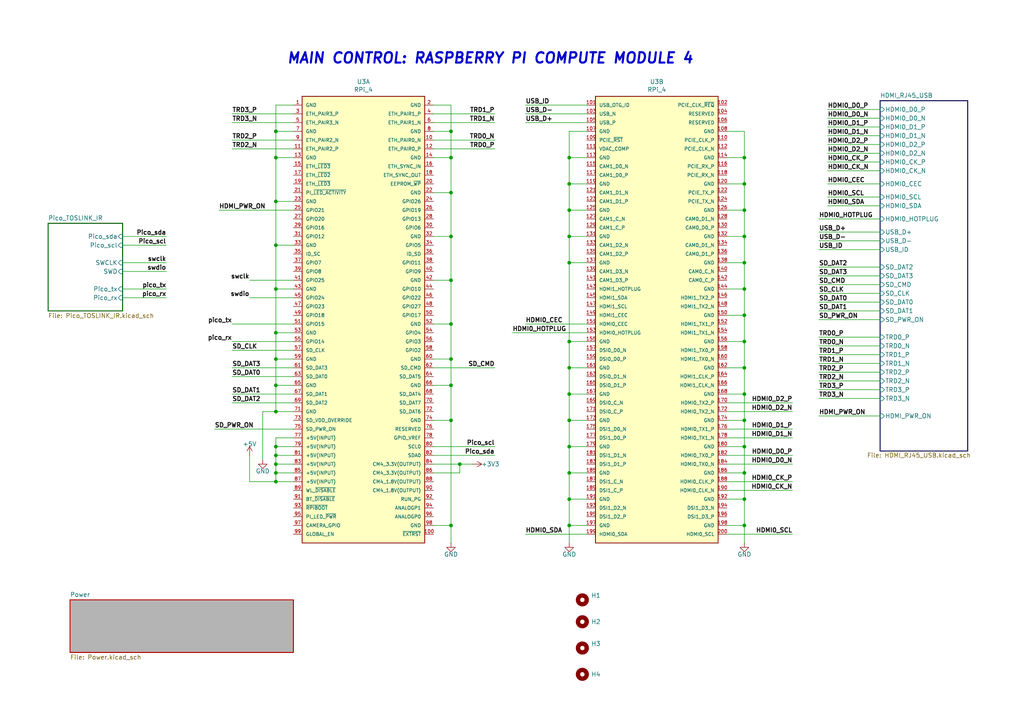
<source format=kicad_sch>
(kicad_sch
	(version 20231120)
	(generator "eeschema")
	(generator_version "8.0")
	(uuid "391fcf0b-b604-4ad0-921e-8f3dad9a49eb")
	(paper "A4")
	(lib_symbols
		(symbol "Mechanical:MountingHole"
			(pin_names
				(offset 1.016)
			)
			(exclude_from_sim yes)
			(in_bom no)
			(on_board yes)
			(property "Reference" "H"
				(at 0 5.08 0)
				(effects
					(font
						(size 1.27 1.27)
					)
				)
			)
			(property "Value" "MountingHole"
				(at 0 3.175 0)
				(effects
					(font
						(size 1.27 1.27)
					)
				)
			)
			(property "Footprint" ""
				(at 0 0 0)
				(effects
					(font
						(size 1.27 1.27)
					)
					(hide yes)
				)
			)
			(property "Datasheet" "~"
				(at 0 0 0)
				(effects
					(font
						(size 1.27 1.27)
					)
					(hide yes)
				)
			)
			(property "Description" "Mounting Hole without connection"
				(at 0 0 0)
				(effects
					(font
						(size 1.27 1.27)
					)
					(hide yes)
				)
			)
			(property "ki_keywords" "mounting hole"
				(at 0 0 0)
				(effects
					(font
						(size 1.27 1.27)
					)
					(hide yes)
				)
			)
			(property "ki_fp_filters" "MountingHole*"
				(at 0 0 0)
				(effects
					(font
						(size 1.27 1.27)
					)
					(hide yes)
				)
			)
			(symbol "MountingHole_0_1"
				(circle
					(center 0 0)
					(radius 1.27)
					(stroke
						(width 1.27)
						(type default)
					)
					(fill
						(type none)
					)
				)
			)
		)
		(symbol "pi_compute4_module_custom_pcb-rescue:RPi_4-RPi_4"
			(pin_names
				(offset 1.016)
			)
			(exclude_from_sim no)
			(in_bom yes)
			(on_board yes)
			(property "Reference" "U"
				(at 0 62.23 0)
				(effects
					(font
						(size 1.27 1.27)
					)
				)
			)
			(property "Value" "RPi_4-RPi_4"
				(at 0 64.77 0)
				(effects
					(font
						(size 1.27 1.27)
					)
				)
			)
			(property "Footprint" "RASP_COMPUTE4:RPI-CM4"
				(at 20.32 5.08 0)
				(effects
					(font
						(size 1.27 1.27)
					)
					(hide yes)
				)
			)
			(property "Datasheet" ""
				(at 20.32 5.08 0)
				(effects
					(font
						(size 1.27 1.27)
					)
					(hide yes)
				)
			)
			(property "Description" ""
				(at 0 0 0)
				(effects
					(font
						(size 1.27 1.27)
					)
					(hide yes)
				)
			)
			(property "ki_locked" ""
				(at 0 0 0)
				(effects
					(font
						(size 1.27 1.27)
					)
				)
			)
			(symbol "RPi_4-RPi_4_1_1"
				(rectangle
					(start -17.78 60.96)
					(end 17.78 -68.58)
					(stroke
						(width 0.254)
						(type solid)
					)
					(fill
						(type background)
					)
				)
				(pin input line
					(at -20.32 58.42 0)
					(length 2.54)
					(name "GND"
						(effects
							(font
								(size 0.9906 0.9906)
							)
						)
					)
					(number "1"
						(effects
							(font
								(size 0.9906 0.9906)
							)
						)
					)
				)
				(pin input line
					(at 20.32 48.26 180)
					(length 2.54)
					(name "ETH_PAIR0_N"
						(effects
							(font
								(size 0.9906 0.9906)
							)
						)
					)
					(number "10"
						(effects
							(font
								(size 0.9906 0.9906)
							)
						)
					)
				)
				(pin input line
					(at 20.32 -66.04 180)
					(length 2.54)
					(name "~{EXTRST}"
						(effects
							(font
								(size 0.9906 0.9906)
							)
						)
					)
					(number "100"
						(effects
							(font
								(size 0.9906 0.9906)
							)
						)
					)
				)
				(pin input line
					(at -20.32 45.72 0)
					(length 2.54)
					(name "ETH_PAIR2_P"
						(effects
							(font
								(size 0.9906 0.9906)
							)
						)
					)
					(number "11"
						(effects
							(font
								(size 0.9906 0.9906)
							)
						)
					)
				)
				(pin input line
					(at 20.32 45.72 180)
					(length 2.54)
					(name "ETH_PAIR0_P"
						(effects
							(font
								(size 0.9906 0.9906)
							)
						)
					)
					(number "12"
						(effects
							(font
								(size 0.9906 0.9906)
							)
						)
					)
				)
				(pin input line
					(at -20.32 43.18 0)
					(length 2.54)
					(name "GND"
						(effects
							(font
								(size 0.9906 0.9906)
							)
						)
					)
					(number "13"
						(effects
							(font
								(size 0.9906 0.9906)
							)
						)
					)
				)
				(pin input line
					(at 20.32 43.18 180)
					(length 2.54)
					(name "GND"
						(effects
							(font
								(size 0.9906 0.9906)
							)
						)
					)
					(number "14"
						(effects
							(font
								(size 0.9906 0.9906)
							)
						)
					)
				)
				(pin input line
					(at -20.32 40.64 0)
					(length 2.54)
					(name "ETH_~{LED3}"
						(effects
							(font
								(size 0.9906 0.9906)
							)
						)
					)
					(number "15"
						(effects
							(font
								(size 0.9906 0.9906)
							)
						)
					)
				)
				(pin input line
					(at 20.32 40.64 180)
					(length 2.54)
					(name "ETH_SYNC_IN"
						(effects
							(font
								(size 0.9906 0.9906)
							)
						)
					)
					(number "16"
						(effects
							(font
								(size 0.9906 0.9906)
							)
						)
					)
				)
				(pin input line
					(at -20.32 38.1 0)
					(length 2.54)
					(name "ETH_~{LED2}"
						(effects
							(font
								(size 0.9906 0.9906)
							)
						)
					)
					(number "17"
						(effects
							(font
								(size 0.9906 0.9906)
							)
						)
					)
				)
				(pin input line
					(at 20.32 38.1 180)
					(length 2.54)
					(name "ETH_SYNC_OUT"
						(effects
							(font
								(size 0.9906 0.9906)
							)
						)
					)
					(number "18"
						(effects
							(font
								(size 0.9906 0.9906)
							)
						)
					)
				)
				(pin input line
					(at -20.32 35.56 0)
					(length 2.54)
					(name "ETH_~{LED3}"
						(effects
							(font
								(size 0.9906 0.9906)
							)
						)
					)
					(number "19"
						(effects
							(font
								(size 0.9906 0.9906)
							)
						)
					)
				)
				(pin input line
					(at 20.32 58.42 180)
					(length 2.54)
					(name "GND"
						(effects
							(font
								(size 0.9906 0.9906)
							)
						)
					)
					(number "2"
						(effects
							(font
								(size 0.9906 0.9906)
							)
						)
					)
				)
				(pin input line
					(at 20.32 35.56 180)
					(length 2.54)
					(name "EEPROM_~{WP}"
						(effects
							(font
								(size 0.9906 0.9906)
							)
						)
					)
					(number "20"
						(effects
							(font
								(size 0.9906 0.9906)
							)
						)
					)
				)
				(pin input line
					(at -20.32 33.02 0)
					(length 2.54)
					(name "PI_~{LED_ACTIVITY}"
						(effects
							(font
								(size 0.9906 0.9906)
							)
						)
					)
					(number "21"
						(effects
							(font
								(size 0.9906 0.9906)
							)
						)
					)
				)
				(pin input line
					(at 20.32 33.02 180)
					(length 2.54)
					(name "GND"
						(effects
							(font
								(size 0.9906 0.9906)
							)
						)
					)
					(number "22"
						(effects
							(font
								(size 0.9906 0.9906)
							)
						)
					)
				)
				(pin input line
					(at -20.32 30.48 0)
					(length 2.54)
					(name "GND"
						(effects
							(font
								(size 0.9906 0.9906)
							)
						)
					)
					(number "23"
						(effects
							(font
								(size 0.9906 0.9906)
							)
						)
					)
				)
				(pin input line
					(at 20.32 30.48 180)
					(length 2.54)
					(name "GPIO26"
						(effects
							(font
								(size 0.9906 0.9906)
							)
						)
					)
					(number "24"
						(effects
							(font
								(size 0.9906 0.9906)
							)
						)
					)
				)
				(pin input line
					(at -20.32 27.94 0)
					(length 2.54)
					(name "GPIO21"
						(effects
							(font
								(size 0.9906 0.9906)
							)
						)
					)
					(number "25"
						(effects
							(font
								(size 0.9906 0.9906)
							)
						)
					)
				)
				(pin input line
					(at 20.32 27.94 180)
					(length 2.54)
					(name "GPIO19"
						(effects
							(font
								(size 0.9906 0.9906)
							)
						)
					)
					(number "26"
						(effects
							(font
								(size 0.9906 0.9906)
							)
						)
					)
				)
				(pin input line
					(at -20.32 25.4 0)
					(length 2.54)
					(name "GPIO20"
						(effects
							(font
								(size 0.9906 0.9906)
							)
						)
					)
					(number "27"
						(effects
							(font
								(size 0.9906 0.9906)
							)
						)
					)
				)
				(pin input line
					(at 20.32 25.4 180)
					(length 2.54)
					(name "GPIO13"
						(effects
							(font
								(size 0.9906 0.9906)
							)
						)
					)
					(number "28"
						(effects
							(font
								(size 0.9906 0.9906)
							)
						)
					)
				)
				(pin input line
					(at -20.32 22.86 0)
					(length 2.54)
					(name "GPIO16"
						(effects
							(font
								(size 0.9906 0.9906)
							)
						)
					)
					(number "29"
						(effects
							(font
								(size 0.9906 0.9906)
							)
						)
					)
				)
				(pin input line
					(at -20.32 55.88 0)
					(length 2.54)
					(name "ETH_PAIR3_P"
						(effects
							(font
								(size 0.9906 0.9906)
							)
						)
					)
					(number "3"
						(effects
							(font
								(size 0.9906 0.9906)
							)
						)
					)
				)
				(pin input line
					(at 20.32 22.86 180)
					(length 2.54)
					(name "GPIO6"
						(effects
							(font
								(size 0.9906 0.9906)
							)
						)
					)
					(number "30"
						(effects
							(font
								(size 0.9906 0.9906)
							)
						)
					)
				)
				(pin input line
					(at -20.32 20.32 0)
					(length 2.54)
					(name "GPIO12"
						(effects
							(font
								(size 0.9906 0.9906)
							)
						)
					)
					(number "31"
						(effects
							(font
								(size 0.9906 0.9906)
							)
						)
					)
				)
				(pin input line
					(at 20.32 20.32 180)
					(length 2.54)
					(name "GND"
						(effects
							(font
								(size 0.9906 0.9906)
							)
						)
					)
					(number "32"
						(effects
							(font
								(size 0.9906 0.9906)
							)
						)
					)
				)
				(pin input line
					(at -20.32 17.78 0)
					(length 2.54)
					(name "GND"
						(effects
							(font
								(size 0.9906 0.9906)
							)
						)
					)
					(number "33"
						(effects
							(font
								(size 0.9906 0.9906)
							)
						)
					)
				)
				(pin input line
					(at 20.32 17.78 180)
					(length 2.54)
					(name "GPIO5"
						(effects
							(font
								(size 0.9906 0.9906)
							)
						)
					)
					(number "34"
						(effects
							(font
								(size 0.9906 0.9906)
							)
						)
					)
				)
				(pin input line
					(at -20.32 15.24 0)
					(length 2.54)
					(name "ID_SC"
						(effects
							(font
								(size 0.9906 0.9906)
							)
						)
					)
					(number "35"
						(effects
							(font
								(size 0.9906 0.9906)
							)
						)
					)
				)
				(pin input line
					(at 20.32 15.24 180)
					(length 2.54)
					(name "ID_SD"
						(effects
							(font
								(size 0.9906 0.9906)
							)
						)
					)
					(number "36"
						(effects
							(font
								(size 0.9906 0.9906)
							)
						)
					)
				)
				(pin input line
					(at -20.32 12.7 0)
					(length 2.54)
					(name "GPIO7"
						(effects
							(font
								(size 0.9906 0.9906)
							)
						)
					)
					(number "37"
						(effects
							(font
								(size 0.9906 0.9906)
							)
						)
					)
				)
				(pin input line
					(at 20.32 12.7 180)
					(length 2.54)
					(name "GPIO11"
						(effects
							(font
								(size 0.9906 0.9906)
							)
						)
					)
					(number "38"
						(effects
							(font
								(size 0.9906 0.9906)
							)
						)
					)
				)
				(pin input line
					(at -20.32 10.16 0)
					(length 2.54)
					(name "GPIO8"
						(effects
							(font
								(size 0.9906 0.9906)
							)
						)
					)
					(number "39"
						(effects
							(font
								(size 0.9906 0.9906)
							)
						)
					)
				)
				(pin input line
					(at 20.32 55.88 180)
					(length 2.54)
					(name "ETH_PAIR1_P"
						(effects
							(font
								(size 0.9906 0.9906)
							)
						)
					)
					(number "4"
						(effects
							(font
								(size 0.9906 0.9906)
							)
						)
					)
				)
				(pin input line
					(at 20.32 10.16 180)
					(length 2.54)
					(name "GPIO9"
						(effects
							(font
								(size 0.9906 0.9906)
							)
						)
					)
					(number "40"
						(effects
							(font
								(size 0.9906 0.9906)
							)
						)
					)
				)
				(pin input line
					(at -20.32 7.62 0)
					(length 2.54)
					(name "GPIO25"
						(effects
							(font
								(size 0.9906 0.9906)
							)
						)
					)
					(number "41"
						(effects
							(font
								(size 0.9906 0.9906)
							)
						)
					)
				)
				(pin input line
					(at 20.32 7.62 180)
					(length 2.54)
					(name "GND"
						(effects
							(font
								(size 0.9906 0.9906)
							)
						)
					)
					(number "42"
						(effects
							(font
								(size 0.9906 0.9906)
							)
						)
					)
				)
				(pin input line
					(at -20.32 5.08 0)
					(length 2.54)
					(name "GND"
						(effects
							(font
								(size 0.9906 0.9906)
							)
						)
					)
					(number "43"
						(effects
							(font
								(size 0.9906 0.9906)
							)
						)
					)
				)
				(pin input line
					(at 20.32 5.08 180)
					(length 2.54)
					(name "GPIO10"
						(effects
							(font
								(size 0.9906 0.9906)
							)
						)
					)
					(number "44"
						(effects
							(font
								(size 0.9906 0.9906)
							)
						)
					)
				)
				(pin input line
					(at -20.32 2.54 0)
					(length 2.54)
					(name "GPIO24"
						(effects
							(font
								(size 0.9906 0.9906)
							)
						)
					)
					(number "45"
						(effects
							(font
								(size 0.9906 0.9906)
							)
						)
					)
				)
				(pin input line
					(at 20.32 2.54 180)
					(length 2.54)
					(name "GPIO22"
						(effects
							(font
								(size 0.9906 0.9906)
							)
						)
					)
					(number "46"
						(effects
							(font
								(size 0.9906 0.9906)
							)
						)
					)
				)
				(pin input line
					(at -20.32 0 0)
					(length 2.54)
					(name "GPIO23"
						(effects
							(font
								(size 0.9906 0.9906)
							)
						)
					)
					(number "47"
						(effects
							(font
								(size 0.9906 0.9906)
							)
						)
					)
				)
				(pin input line
					(at 20.32 0 180)
					(length 2.54)
					(name "GPIO27"
						(effects
							(font
								(size 0.9906 0.9906)
							)
						)
					)
					(number "48"
						(effects
							(font
								(size 0.9906 0.9906)
							)
						)
					)
				)
				(pin input line
					(at -20.32 -2.54 0)
					(length 2.54)
					(name "GPIO18"
						(effects
							(font
								(size 0.9906 0.9906)
							)
						)
					)
					(number "49"
						(effects
							(font
								(size 0.9906 0.9906)
							)
						)
					)
				)
				(pin input line
					(at -20.32 53.34 0)
					(length 2.54)
					(name "ETH_PAIR3_N"
						(effects
							(font
								(size 0.9906 0.9906)
							)
						)
					)
					(number "5"
						(effects
							(font
								(size 0.9906 0.9906)
							)
						)
					)
				)
				(pin input line
					(at 20.32 -2.54 180)
					(length 2.54)
					(name "GPIO17"
						(effects
							(font
								(size 0.9906 0.9906)
							)
						)
					)
					(number "50"
						(effects
							(font
								(size 0.9906 0.9906)
							)
						)
					)
				)
				(pin input line
					(at -20.32 -5.08 0)
					(length 2.54)
					(name "GPIO15"
						(effects
							(font
								(size 0.9906 0.9906)
							)
						)
					)
					(number "51"
						(effects
							(font
								(size 0.9906 0.9906)
							)
						)
					)
				)
				(pin input line
					(at 20.32 -5.08 180)
					(length 2.54)
					(name "GND"
						(effects
							(font
								(size 0.9906 0.9906)
							)
						)
					)
					(number "52"
						(effects
							(font
								(size 0.9906 0.9906)
							)
						)
					)
				)
				(pin input line
					(at -20.32 -7.62 0)
					(length 2.54)
					(name "GND"
						(effects
							(font
								(size 0.9906 0.9906)
							)
						)
					)
					(number "53"
						(effects
							(font
								(size 0.9906 0.9906)
							)
						)
					)
				)
				(pin input line
					(at 20.32 -7.62 180)
					(length 2.54)
					(name "GPIO4"
						(effects
							(font
								(size 0.9906 0.9906)
							)
						)
					)
					(number "54"
						(effects
							(font
								(size 0.9906 0.9906)
							)
						)
					)
				)
				(pin input line
					(at -20.32 -10.16 0)
					(length 2.54)
					(name "GPIO14"
						(effects
							(font
								(size 0.9906 0.9906)
							)
						)
					)
					(number "55"
						(effects
							(font
								(size 0.9906 0.9906)
							)
						)
					)
				)
				(pin input line
					(at 20.32 -10.16 180)
					(length 2.54)
					(name "GPIO3"
						(effects
							(font
								(size 0.9906 0.9906)
							)
						)
					)
					(number "56"
						(effects
							(font
								(size 0.9906 0.9906)
							)
						)
					)
				)
				(pin input line
					(at -20.32 -12.7 0)
					(length 2.54)
					(name "SD_CLK"
						(effects
							(font
								(size 0.9906 0.9906)
							)
						)
					)
					(number "57"
						(effects
							(font
								(size 0.9906 0.9906)
							)
						)
					)
				)
				(pin input line
					(at 20.32 -12.7 180)
					(length 2.54)
					(name "GPIO2"
						(effects
							(font
								(size 0.9906 0.9906)
							)
						)
					)
					(number "58"
						(effects
							(font
								(size 0.9906 0.9906)
							)
						)
					)
				)
				(pin input line
					(at -20.32 -15.24 0)
					(length 2.54)
					(name "GND"
						(effects
							(font
								(size 0.9906 0.9906)
							)
						)
					)
					(number "59"
						(effects
							(font
								(size 0.9906 0.9906)
							)
						)
					)
				)
				(pin input line
					(at 20.32 53.34 180)
					(length 2.54)
					(name "ETH_PAIR1_N"
						(effects
							(font
								(size 0.9906 0.9906)
							)
						)
					)
					(number "6"
						(effects
							(font
								(size 0.9906 0.9906)
							)
						)
					)
				)
				(pin input line
					(at 20.32 -15.24 180)
					(length 2.54)
					(name "GND"
						(effects
							(font
								(size 0.9906 0.9906)
							)
						)
					)
					(number "60"
						(effects
							(font
								(size 0.9906 0.9906)
							)
						)
					)
				)
				(pin input line
					(at -20.32 -17.78 0)
					(length 2.54)
					(name "SD_DAT3"
						(effects
							(font
								(size 0.9906 0.9906)
							)
						)
					)
					(number "61"
						(effects
							(font
								(size 0.9906 0.9906)
							)
						)
					)
				)
				(pin input line
					(at 20.32 -17.78 180)
					(length 2.54)
					(name "SD_CMD"
						(effects
							(font
								(size 0.9906 0.9906)
							)
						)
					)
					(number "62"
						(effects
							(font
								(size 0.9906 0.9906)
							)
						)
					)
				)
				(pin input line
					(at -20.32 -20.32 0)
					(length 2.54)
					(name "SD_DAT0"
						(effects
							(font
								(size 0.9906 0.9906)
							)
						)
					)
					(number "63"
						(effects
							(font
								(size 0.9906 0.9906)
							)
						)
					)
				)
				(pin input line
					(at 20.32 -20.32 180)
					(length 2.54)
					(name "SD_DAT5"
						(effects
							(font
								(size 0.9906 0.9906)
							)
						)
					)
					(number "64"
						(effects
							(font
								(size 0.9906 0.9906)
							)
						)
					)
				)
				(pin input line
					(at -20.32 -22.86 0)
					(length 2.54)
					(name "GND"
						(effects
							(font
								(size 0.9906 0.9906)
							)
						)
					)
					(number "65"
						(effects
							(font
								(size 0.9906 0.9906)
							)
						)
					)
				)
				(pin input line
					(at 20.32 -22.86 180)
					(length 2.54)
					(name "GND"
						(effects
							(font
								(size 0.9906 0.9906)
							)
						)
					)
					(number "66"
						(effects
							(font
								(size 0.9906 0.9906)
							)
						)
					)
				)
				(pin input line
					(at -20.32 -25.4 0)
					(length 2.54)
					(name "SD_DAT1"
						(effects
							(font
								(size 0.9906 0.9906)
							)
						)
					)
					(number "67"
						(effects
							(font
								(size 0.9906 0.9906)
							)
						)
					)
				)
				(pin input line
					(at 20.32 -25.4 180)
					(length 2.54)
					(name "SD_DAT4"
						(effects
							(font
								(size 0.9906 0.9906)
							)
						)
					)
					(number "68"
						(effects
							(font
								(size 0.9906 0.9906)
							)
						)
					)
				)
				(pin input line
					(at -20.32 -27.94 0)
					(length 2.54)
					(name "SD_DAT2"
						(effects
							(font
								(size 0.9906 0.9906)
							)
						)
					)
					(number "69"
						(effects
							(font
								(size 0.9906 0.9906)
							)
						)
					)
				)
				(pin input line
					(at -20.32 50.8 0)
					(length 2.54)
					(name "GND"
						(effects
							(font
								(size 0.9906 0.9906)
							)
						)
					)
					(number "7"
						(effects
							(font
								(size 0.9906 0.9906)
							)
						)
					)
				)
				(pin input line
					(at 20.32 -27.94 180)
					(length 2.54)
					(name "SD_DAT7"
						(effects
							(font
								(size 0.9906 0.9906)
							)
						)
					)
					(number "70"
						(effects
							(font
								(size 0.9906 0.9906)
							)
						)
					)
				)
				(pin input line
					(at -20.32 -30.48 0)
					(length 2.54)
					(name "GND"
						(effects
							(font
								(size 0.9906 0.9906)
							)
						)
					)
					(number "71"
						(effects
							(font
								(size 0.9906 0.9906)
							)
						)
					)
				)
				(pin input line
					(at 20.32 -30.48 180)
					(length 2.54)
					(name "SD_DAT6"
						(effects
							(font
								(size 0.9906 0.9906)
							)
						)
					)
					(number "72"
						(effects
							(font
								(size 0.9906 0.9906)
							)
						)
					)
				)
				(pin input line
					(at -20.32 -33.02 0)
					(length 2.54)
					(name "SD_VDD_OVERRIDE"
						(effects
							(font
								(size 0.9906 0.9906)
							)
						)
					)
					(number "73"
						(effects
							(font
								(size 0.9906 0.9906)
							)
						)
					)
				)
				(pin input line
					(at 20.32 -33.02 180)
					(length 2.54)
					(name "GND"
						(effects
							(font
								(size 0.9906 0.9906)
							)
						)
					)
					(number "74"
						(effects
							(font
								(size 0.9906 0.9906)
							)
						)
					)
				)
				(pin input line
					(at -20.32 -35.56 0)
					(length 2.54)
					(name "SD_PWR_ON"
						(effects
							(font
								(size 0.9906 0.9906)
							)
						)
					)
					(number "75"
						(effects
							(font
								(size 0.9906 0.9906)
							)
						)
					)
				)
				(pin input line
					(at 20.32 -35.56 180)
					(length 2.54)
					(name "RESERVED"
						(effects
							(font
								(size 0.9906 0.9906)
							)
						)
					)
					(number "76"
						(effects
							(font
								(size 0.9906 0.9906)
							)
						)
					)
				)
				(pin input line
					(at -20.32 -38.1 0)
					(length 2.54)
					(name "+5V(INPUT)"
						(effects
							(font
								(size 0.9906 0.9906)
							)
						)
					)
					(number "77"
						(effects
							(font
								(size 0.9906 0.9906)
							)
						)
					)
				)
				(pin input line
					(at 20.32 -38.1 180)
					(length 2.54)
					(name "GPIO_VREF"
						(effects
							(font
								(size 0.9906 0.9906)
							)
						)
					)
					(number "78"
						(effects
							(font
								(size 0.9906 0.9906)
							)
						)
					)
				)
				(pin input line
					(at -20.32 -40.64 0)
					(length 2.54)
					(name "+5V(INPUT)"
						(effects
							(font
								(size 0.9906 0.9906)
							)
						)
					)
					(number "79"
						(effects
							(font
								(size 0.9906 0.9906)
							)
						)
					)
				)
				(pin input line
					(at 20.32 50.8 180)
					(length 2.54)
					(name "GND"
						(effects
							(font
								(size 0.9906 0.9906)
							)
						)
					)
					(number "8"
						(effects
							(font
								(size 0.9906 0.9906)
							)
						)
					)
				)
				(pin input line
					(at 20.32 -40.64 180)
					(length 2.54)
					(name "SCL0"
						(effects
							(font
								(size 0.9906 0.9906)
							)
						)
					)
					(number "80"
						(effects
							(font
								(size 0.9906 0.9906)
							)
						)
					)
				)
				(pin input line
					(at -20.32 -43.18 0)
					(length 2.54)
					(name "+5V(INPUT)"
						(effects
							(font
								(size 0.9906 0.9906)
							)
						)
					)
					(number "81"
						(effects
							(font
								(size 0.9906 0.9906)
							)
						)
					)
				)
				(pin input line
					(at 20.32 -43.18 180)
					(length 2.54)
					(name "SDA0"
						(effects
							(font
								(size 0.9906 0.9906)
							)
						)
					)
					(number "82"
						(effects
							(font
								(size 0.9906 0.9906)
							)
						)
					)
				)
				(pin input line
					(at -20.32 -45.72 0)
					(length 2.54)
					(name "+5V(INPUT)"
						(effects
							(font
								(size 0.9906 0.9906)
							)
						)
					)
					(number "83"
						(effects
							(font
								(size 0.9906 0.9906)
							)
						)
					)
				)
				(pin input line
					(at 20.32 -45.72 180)
					(length 2.54)
					(name "CM4_3.3V(OUTPUT)"
						(effects
							(font
								(size 0.9906 0.9906)
							)
						)
					)
					(number "84"
						(effects
							(font
								(size 0.9906 0.9906)
							)
						)
					)
				)
				(pin input line
					(at -20.32 -48.26 0)
					(length 2.54)
					(name "+5V(INPUT)"
						(effects
							(font
								(size 0.9906 0.9906)
							)
						)
					)
					(number "85"
						(effects
							(font
								(size 0.9906 0.9906)
							)
						)
					)
				)
				(pin input line
					(at 20.32 -48.26 180)
					(length 2.54)
					(name "CM4_3.3V(OUTPUT)"
						(effects
							(font
								(size 0.9906 0.9906)
							)
						)
					)
					(number "86"
						(effects
							(font
								(size 0.9906 0.9906)
							)
						)
					)
				)
				(pin input line
					(at -20.32 -50.8 0)
					(length 2.54)
					(name "+5V(INPUT)"
						(effects
							(font
								(size 0.9906 0.9906)
							)
						)
					)
					(number "87"
						(effects
							(font
								(size 0.9906 0.9906)
							)
						)
					)
				)
				(pin input line
					(at 20.32 -50.8 180)
					(length 2.54)
					(name "CM4_1.8V(OUTPUT)"
						(effects
							(font
								(size 0.9906 0.9906)
							)
						)
					)
					(number "88"
						(effects
							(font
								(size 0.9906 0.9906)
							)
						)
					)
				)
				(pin input line
					(at -20.32 -53.34 0)
					(length 2.54)
					(name "WL_~{DISABLE}"
						(effects
							(font
								(size 0.9906 0.9906)
							)
						)
					)
					(number "89"
						(effects
							(font
								(size 0.9906 0.9906)
							)
						)
					)
				)
				(pin input line
					(at -20.32 48.26 0)
					(length 2.54)
					(name "ETH_PAIR2_N"
						(effects
							(font
								(size 0.9906 0.9906)
							)
						)
					)
					(number "9"
						(effects
							(font
								(size 0.9906 0.9906)
							)
						)
					)
				)
				(pin input line
					(at 20.32 -53.34 180)
					(length 2.54)
					(name "CM4_1.8V(OUTPUT)"
						(effects
							(font
								(size 0.9906 0.9906)
							)
						)
					)
					(number "90"
						(effects
							(font
								(size 0.9906 0.9906)
							)
						)
					)
				)
				(pin input line
					(at -20.32 -55.88 0)
					(length 2.54)
					(name "BT_~{DISABLE}"
						(effects
							(font
								(size 0.9906 0.9906)
							)
						)
					)
					(number "91"
						(effects
							(font
								(size 0.9906 0.9906)
							)
						)
					)
				)
				(pin input line
					(at 20.32 -55.88 180)
					(length 2.54)
					(name "RUN_PG"
						(effects
							(font
								(size 0.9906 0.9906)
							)
						)
					)
					(number "92"
						(effects
							(font
								(size 0.9906 0.9906)
							)
						)
					)
				)
				(pin input line
					(at -20.32 -58.42 0)
					(length 2.54)
					(name "~{RPIBOOT}"
						(effects
							(font
								(size 0.9906 0.9906)
							)
						)
					)
					(number "93"
						(effects
							(font
								(size 0.9906 0.9906)
							)
						)
					)
				)
				(pin input line
					(at 20.32 -58.42 180)
					(length 2.54)
					(name "ANALOGP1"
						(effects
							(font
								(size 0.9906 0.9906)
							)
						)
					)
					(number "94"
						(effects
							(font
								(size 0.9906 0.9906)
							)
						)
					)
				)
				(pin input line
					(at -20.32 -60.96 0)
					(length 2.54)
					(name "PI_LED_~{PWR}"
						(effects
							(font
								(size 0.9906 0.9906)
							)
						)
					)
					(number "95"
						(effects
							(font
								(size 0.9906 0.9906)
							)
						)
					)
				)
				(pin input line
					(at 20.32 -60.96 180)
					(length 2.54)
					(name "ANALOGP0"
						(effects
							(font
								(size 0.9906 0.9906)
							)
						)
					)
					(number "96"
						(effects
							(font
								(size 0.9906 0.9906)
							)
						)
					)
				)
				(pin input line
					(at -20.32 -63.5 0)
					(length 2.54)
					(name "CAMERA_GPIO"
						(effects
							(font
								(size 0.9906 0.9906)
							)
						)
					)
					(number "97"
						(effects
							(font
								(size 0.9906 0.9906)
							)
						)
					)
				)
				(pin input line
					(at 20.32 -63.5 180)
					(length 2.54)
					(name "GND"
						(effects
							(font
								(size 0.9906 0.9906)
							)
						)
					)
					(number "98"
						(effects
							(font
								(size 0.9906 0.9906)
							)
						)
					)
				)
				(pin input line
					(at -20.32 -66.04 0)
					(length 2.54)
					(name "GLOBAL_EN"
						(effects
							(font
								(size 0.9906 0.9906)
							)
						)
					)
					(number "99"
						(effects
							(font
								(size 0.9906 0.9906)
							)
						)
					)
				)
			)
			(symbol "RPi_4-RPi_4_2_1"
				(rectangle
					(start -17.78 58.42)
					(end 17.78 -71.12)
					(stroke
						(width 0.254)
						(type solid)
					)
					(fill
						(type background)
					)
				)
				(pin input line
					(at -20.32 55.88 0)
					(length 2.54)
					(name "USB_OTG_ID"
						(effects
							(font
								(size 0.9906 0.9906)
							)
						)
					)
					(number "101"
						(effects
							(font
								(size 0.9906 0.9906)
							)
						)
					)
				)
				(pin input line
					(at 20.32 55.88 180)
					(length 2.54)
					(name "PCIE_CLK_~{REQ}"
						(effects
							(font
								(size 0.9906 0.9906)
							)
						)
					)
					(number "102"
						(effects
							(font
								(size 0.9906 0.9906)
							)
						)
					)
				)
				(pin input line
					(at -20.32 53.34 0)
					(length 2.54)
					(name "USB_N"
						(effects
							(font
								(size 0.9906 0.9906)
							)
						)
					)
					(number "103"
						(effects
							(font
								(size 0.9906 0.9906)
							)
						)
					)
				)
				(pin input line
					(at 20.32 53.34 180)
					(length 2.54)
					(name "RESERVED"
						(effects
							(font
								(size 0.9906 0.9906)
							)
						)
					)
					(number "104"
						(effects
							(font
								(size 0.9906 0.9906)
							)
						)
					)
				)
				(pin input line
					(at -20.32 50.8 0)
					(length 2.54)
					(name "USB_P"
						(effects
							(font
								(size 0.9906 0.9906)
							)
						)
					)
					(number "105"
						(effects
							(font
								(size 0.9906 0.9906)
							)
						)
					)
				)
				(pin input line
					(at 20.32 50.8 180)
					(length 2.54)
					(name "RESERVED"
						(effects
							(font
								(size 0.9906 0.9906)
							)
						)
					)
					(number "106"
						(effects
							(font
								(size 0.9906 0.9906)
							)
						)
					)
				)
				(pin input line
					(at -20.32 48.26 0)
					(length 2.54)
					(name "GND"
						(effects
							(font
								(size 0.9906 0.9906)
							)
						)
					)
					(number "107"
						(effects
							(font
								(size 0.9906 0.9906)
							)
						)
					)
				)
				(pin input line
					(at 20.32 48.26 180)
					(length 2.54)
					(name "GND"
						(effects
							(font
								(size 0.9906 0.9906)
							)
						)
					)
					(number "108"
						(effects
							(font
								(size 0.9906 0.9906)
							)
						)
					)
				)
				(pin input line
					(at -20.32 45.72 0)
					(length 2.54)
					(name "PCIE_~{RST}"
						(effects
							(font
								(size 0.9906 0.9906)
							)
						)
					)
					(number "109"
						(effects
							(font
								(size 0.9906 0.9906)
							)
						)
					)
				)
				(pin input line
					(at 20.32 45.72 180)
					(length 2.54)
					(name "PCIE_CLK_P"
						(effects
							(font
								(size 0.9906 0.9906)
							)
						)
					)
					(number "110"
						(effects
							(font
								(size 0.9906 0.9906)
							)
						)
					)
				)
				(pin input line
					(at -20.32 43.18 0)
					(length 2.54)
					(name "VDAC_COMP"
						(effects
							(font
								(size 0.9906 0.9906)
							)
						)
					)
					(number "111"
						(effects
							(font
								(size 0.9906 0.9906)
							)
						)
					)
				)
				(pin input line
					(at 20.32 43.18 180)
					(length 2.54)
					(name "PCIE_CLK_N"
						(effects
							(font
								(size 0.9906 0.9906)
							)
						)
					)
					(number "112"
						(effects
							(font
								(size 0.9906 0.9906)
							)
						)
					)
				)
				(pin input line
					(at -20.32 40.64 0)
					(length 2.54)
					(name "GND"
						(effects
							(font
								(size 0.9906 0.9906)
							)
						)
					)
					(number "113"
						(effects
							(font
								(size 0.9906 0.9906)
							)
						)
					)
				)
				(pin input line
					(at 20.32 40.64 180)
					(length 2.54)
					(name "GND"
						(effects
							(font
								(size 0.9906 0.9906)
							)
						)
					)
					(number "114"
						(effects
							(font
								(size 0.9906 0.9906)
							)
						)
					)
				)
				(pin input line
					(at -20.32 38.1 0)
					(length 2.54)
					(name "CAM1_D0_N"
						(effects
							(font
								(size 0.9906 0.9906)
							)
						)
					)
					(number "115"
						(effects
							(font
								(size 0.9906 0.9906)
							)
						)
					)
				)
				(pin input line
					(at 20.32 38.1 180)
					(length 2.54)
					(name "PCIE_RX_P"
						(effects
							(font
								(size 0.9906 0.9906)
							)
						)
					)
					(number "116"
						(effects
							(font
								(size 0.9906 0.9906)
							)
						)
					)
				)
				(pin input line
					(at -20.32 35.56 0)
					(length 2.54)
					(name "CAM1_D0_P"
						(effects
							(font
								(size 0.9906 0.9906)
							)
						)
					)
					(number "117"
						(effects
							(font
								(size 0.9906 0.9906)
							)
						)
					)
				)
				(pin input line
					(at 20.32 35.56 180)
					(length 2.54)
					(name "PCIE_RX_N"
						(effects
							(font
								(size 0.9906 0.9906)
							)
						)
					)
					(number "118"
						(effects
							(font
								(size 0.9906 0.9906)
							)
						)
					)
				)
				(pin input line
					(at -20.32 33.02 0)
					(length 2.54)
					(name "GND"
						(effects
							(font
								(size 0.9906 0.9906)
							)
						)
					)
					(number "119"
						(effects
							(font
								(size 0.9906 0.9906)
							)
						)
					)
				)
				(pin input line
					(at 20.32 33.02 180)
					(length 2.54)
					(name "GND"
						(effects
							(font
								(size 0.9906 0.9906)
							)
						)
					)
					(number "120"
						(effects
							(font
								(size 0.9906 0.9906)
							)
						)
					)
				)
				(pin input line
					(at -20.32 30.48 0)
					(length 2.54)
					(name "CAM1_D1_N"
						(effects
							(font
								(size 0.9906 0.9906)
							)
						)
					)
					(number "121"
						(effects
							(font
								(size 0.9906 0.9906)
							)
						)
					)
				)
				(pin input line
					(at 20.32 30.48 180)
					(length 2.54)
					(name "PCIE_TX_P"
						(effects
							(font
								(size 0.9906 0.9906)
							)
						)
					)
					(number "122"
						(effects
							(font
								(size 0.9906 0.9906)
							)
						)
					)
				)
				(pin input line
					(at -20.32 27.94 0)
					(length 2.54)
					(name "CAM1_D1_P"
						(effects
							(font
								(size 0.9906 0.9906)
							)
						)
					)
					(number "123"
						(effects
							(font
								(size 0.9906 0.9906)
							)
						)
					)
				)
				(pin input line
					(at 20.32 27.94 180)
					(length 2.54)
					(name "PCIE_TX_N"
						(effects
							(font
								(size 0.9906 0.9906)
							)
						)
					)
					(number "124"
						(effects
							(font
								(size 0.9906 0.9906)
							)
						)
					)
				)
				(pin input line
					(at -20.32 25.4 0)
					(length 2.54)
					(name "GND"
						(effects
							(font
								(size 0.9906 0.9906)
							)
						)
					)
					(number "125"
						(effects
							(font
								(size 0.9906 0.9906)
							)
						)
					)
				)
				(pin input line
					(at 20.32 25.4 180)
					(length 2.54)
					(name "GND"
						(effects
							(font
								(size 0.9906 0.9906)
							)
						)
					)
					(number "126"
						(effects
							(font
								(size 0.9906 0.9906)
							)
						)
					)
				)
				(pin input line
					(at -20.32 22.86 0)
					(length 2.54)
					(name "CAM1_C_N"
						(effects
							(font
								(size 0.9906 0.9906)
							)
						)
					)
					(number "127"
						(effects
							(font
								(size 0.9906 0.9906)
							)
						)
					)
				)
				(pin input line
					(at 20.32 22.86 180)
					(length 2.54)
					(name "CAM0_D1_N"
						(effects
							(font
								(size 0.9906 0.9906)
							)
						)
					)
					(number "128"
						(effects
							(font
								(size 0.9906 0.9906)
							)
						)
					)
				)
				(pin input line
					(at -20.32 20.32 0)
					(length 2.54)
					(name "CAM1_C_P"
						(effects
							(font
								(size 0.9906 0.9906)
							)
						)
					)
					(number "129"
						(effects
							(font
								(size 0.9906 0.9906)
							)
						)
					)
				)
				(pin input line
					(at 20.32 20.32 180)
					(length 2.54)
					(name "CAM0_D0_P"
						(effects
							(font
								(size 0.9906 0.9906)
							)
						)
					)
					(number "130"
						(effects
							(font
								(size 0.9906 0.9906)
							)
						)
					)
				)
				(pin input line
					(at -20.32 17.78 0)
					(length 2.54)
					(name "GND"
						(effects
							(font
								(size 0.9906 0.9906)
							)
						)
					)
					(number "131"
						(effects
							(font
								(size 0.9906 0.9906)
							)
						)
					)
				)
				(pin input line
					(at 20.32 17.78 180)
					(length 2.54)
					(name "GND"
						(effects
							(font
								(size 0.9906 0.9906)
							)
						)
					)
					(number "132"
						(effects
							(font
								(size 0.9906 0.9906)
							)
						)
					)
				)
				(pin input line
					(at -20.32 15.24 0)
					(length 2.54)
					(name "CAM1_D2_N"
						(effects
							(font
								(size 0.9906 0.9906)
							)
						)
					)
					(number "133"
						(effects
							(font
								(size 0.9906 0.9906)
							)
						)
					)
				)
				(pin input line
					(at 20.32 15.24 180)
					(length 2.54)
					(name "CAM0_D1_N"
						(effects
							(font
								(size 0.9906 0.9906)
							)
						)
					)
					(number "134"
						(effects
							(font
								(size 0.9906 0.9906)
							)
						)
					)
				)
				(pin input line
					(at -20.32 12.7 0)
					(length 2.54)
					(name "CAM1_D2_P"
						(effects
							(font
								(size 0.9906 0.9906)
							)
						)
					)
					(number "135"
						(effects
							(font
								(size 0.9906 0.9906)
							)
						)
					)
				)
				(pin input line
					(at 20.32 12.7 180)
					(length 2.54)
					(name "CAM0_D1_P"
						(effects
							(font
								(size 0.9906 0.9906)
							)
						)
					)
					(number "136"
						(effects
							(font
								(size 0.9906 0.9906)
							)
						)
					)
				)
				(pin input line
					(at -20.32 10.16 0)
					(length 2.54)
					(name "GND"
						(effects
							(font
								(size 0.9906 0.9906)
							)
						)
					)
					(number "137"
						(effects
							(font
								(size 0.9906 0.9906)
							)
						)
					)
				)
				(pin input line
					(at 20.32 10.16 180)
					(length 2.54)
					(name "GND"
						(effects
							(font
								(size 0.9906 0.9906)
							)
						)
					)
					(number "138"
						(effects
							(font
								(size 0.9906 0.9906)
							)
						)
					)
				)
				(pin input line
					(at -20.32 7.62 0)
					(length 2.54)
					(name "CAM1_D3_N"
						(effects
							(font
								(size 0.9906 0.9906)
							)
						)
					)
					(number "139"
						(effects
							(font
								(size 0.9906 0.9906)
							)
						)
					)
				)
				(pin input line
					(at 20.32 7.62 180)
					(length 2.54)
					(name "CAM0_C_N"
						(effects
							(font
								(size 0.9906 0.9906)
							)
						)
					)
					(number "140"
						(effects
							(font
								(size 0.9906 0.9906)
							)
						)
					)
				)
				(pin input line
					(at -20.32 5.08 0)
					(length 2.54)
					(name "CAM1_D3_P"
						(effects
							(font
								(size 0.9906 0.9906)
							)
						)
					)
					(number "141"
						(effects
							(font
								(size 0.9906 0.9906)
							)
						)
					)
				)
				(pin input line
					(at 20.32 5.08 180)
					(length 2.54)
					(name "CAM0_C_P"
						(effects
							(font
								(size 0.9906 0.9906)
							)
						)
					)
					(number "142"
						(effects
							(font
								(size 0.9906 0.9906)
							)
						)
					)
				)
				(pin input line
					(at -20.32 2.54 0)
					(length 2.54)
					(name "HDMI1_HOTPLUG"
						(effects
							(font
								(size 0.9906 0.9906)
							)
						)
					)
					(number "143"
						(effects
							(font
								(size 0.9906 0.9906)
							)
						)
					)
				)
				(pin input line
					(at 20.32 2.54 180)
					(length 2.54)
					(name "GND"
						(effects
							(font
								(size 0.9906 0.9906)
							)
						)
					)
					(number "144"
						(effects
							(font
								(size 0.9906 0.9906)
							)
						)
					)
				)
				(pin input line
					(at -20.32 0 0)
					(length 2.54)
					(name "HDMI1_SDA"
						(effects
							(font
								(size 0.9906 0.9906)
							)
						)
					)
					(number "145"
						(effects
							(font
								(size 0.9906 0.9906)
							)
						)
					)
				)
				(pin input line
					(at 20.32 0 180)
					(length 2.54)
					(name "HDMI1_TX2_P"
						(effects
							(font
								(size 0.9906 0.9906)
							)
						)
					)
					(number "146"
						(effects
							(font
								(size 0.9906 0.9906)
							)
						)
					)
				)
				(pin input line
					(at -20.32 -2.54 0)
					(length 2.54)
					(name "HDMI1_SCL"
						(effects
							(font
								(size 0.9906 0.9906)
							)
						)
					)
					(number "147"
						(effects
							(font
								(size 0.9906 0.9906)
							)
						)
					)
				)
				(pin input line
					(at 20.32 -2.54 180)
					(length 2.54)
					(name "HDMI1_TX2_N"
						(effects
							(font
								(size 0.9906 0.9906)
							)
						)
					)
					(number "148"
						(effects
							(font
								(size 0.9906 0.9906)
							)
						)
					)
				)
				(pin input line
					(at -20.32 -5.08 0)
					(length 2.54)
					(name "HDMI1_CEC"
						(effects
							(font
								(size 0.9906 0.9906)
							)
						)
					)
					(number "149"
						(effects
							(font
								(size 0.9906 0.9906)
							)
						)
					)
				)
				(pin input line
					(at 20.32 -5.08 180)
					(length 2.54)
					(name "GND"
						(effects
							(font
								(size 0.9906 0.9906)
							)
						)
					)
					(number "150"
						(effects
							(font
								(size 0.9906 0.9906)
							)
						)
					)
				)
				(pin input line
					(at -20.32 -7.62 0)
					(length 2.54)
					(name "HDMI0_CEC"
						(effects
							(font
								(size 0.9906 0.9906)
							)
						)
					)
					(number "151"
						(effects
							(font
								(size 0.9906 0.9906)
							)
						)
					)
				)
				(pin input line
					(at 20.32 -7.62 180)
					(length 2.54)
					(name "HDMI1_TX1_P"
						(effects
							(font
								(size 0.9906 0.9906)
							)
						)
					)
					(number "152"
						(effects
							(font
								(size 0.9906 0.9906)
							)
						)
					)
				)
				(pin input line
					(at -20.32 -10.16 0)
					(length 2.54)
					(name "HDMI0_HOTPLUG"
						(effects
							(font
								(size 0.9906 0.9906)
							)
						)
					)
					(number "153"
						(effects
							(font
								(size 0.9906 0.9906)
							)
						)
					)
				)
				(pin input line
					(at 20.32 -10.16 180)
					(length 2.54)
					(name "HDMI1_TX1_N"
						(effects
							(font
								(size 0.9906 0.9906)
							)
						)
					)
					(number "154"
						(effects
							(font
								(size 0.9906 0.9906)
							)
						)
					)
				)
				(pin input line
					(at -20.32 -12.7 0)
					(length 2.54)
					(name "GND"
						(effects
							(font
								(size 0.9906 0.9906)
							)
						)
					)
					(number "155"
						(effects
							(font
								(size 0.9906 0.9906)
							)
						)
					)
				)
				(pin input line
					(at 20.32 -12.7 180)
					(length 2.54)
					(name "GND"
						(effects
							(font
								(size 0.9906 0.9906)
							)
						)
					)
					(number "156"
						(effects
							(font
								(size 0.9906 0.9906)
							)
						)
					)
				)
				(pin input line
					(at -20.32 -15.24 0)
					(length 2.54)
					(name "DSI0_D0_N"
						(effects
							(font
								(size 0.9906 0.9906)
							)
						)
					)
					(number "157"
						(effects
							(font
								(size 0.9906 0.9906)
							)
						)
					)
				)
				(pin input line
					(at 20.32 -15.24 180)
					(length 2.54)
					(name "HDMI1_TX0_P"
						(effects
							(font
								(size 0.9906 0.9906)
							)
						)
					)
					(number "158"
						(effects
							(font
								(size 0.9906 0.9906)
							)
						)
					)
				)
				(pin input line
					(at -20.32 -17.78 0)
					(length 2.54)
					(name "DSI0_D0_P"
						(effects
							(font
								(size 0.9906 0.9906)
							)
						)
					)
					(number "159"
						(effects
							(font
								(size 0.9906 0.9906)
							)
						)
					)
				)
				(pin input line
					(at 20.32 -17.78 180)
					(length 2.54)
					(name "HDMI1_TX0_N"
						(effects
							(font
								(size 0.9906 0.9906)
							)
						)
					)
					(number "160"
						(effects
							(font
								(size 0.9906 0.9906)
							)
						)
					)
				)
				(pin input line
					(at -20.32 -20.32 0)
					(length 2.54)
					(name "GND"
						(effects
							(font
								(size 0.9906 0.9906)
							)
						)
					)
					(number "161"
						(effects
							(font
								(size 0.9906 0.9906)
							)
						)
					)
				)
				(pin input line
					(at 20.32 -20.32 180)
					(length 2.54)
					(name "GND"
						(effects
							(font
								(size 0.9906 0.9906)
							)
						)
					)
					(number "162"
						(effects
							(font
								(size 0.9906 0.9906)
							)
						)
					)
				)
				(pin input line
					(at -20.32 -22.86 0)
					(length 2.54)
					(name "DSI0_D1_N"
						(effects
							(font
								(size 0.9906 0.9906)
							)
						)
					)
					(number "163"
						(effects
							(font
								(size 0.9906 0.9906)
							)
						)
					)
				)
				(pin input line
					(at 20.32 -22.86 180)
					(length 2.54)
					(name "HDMI1_CLK_P"
						(effects
							(font
								(size 0.9906 0.9906)
							)
						)
					)
					(number "164"
						(effects
							(font
								(size 0.9906 0.9906)
							)
						)
					)
				)
				(pin input line
					(at -20.32 -25.4 0)
					(length 2.54)
					(name "DSI0_D1_P"
						(effects
							(font
								(size 0.9906 0.9906)
							)
						)
					)
					(number "165"
						(effects
							(font
								(size 0.9906 0.9906)
							)
						)
					)
				)
				(pin input line
					(at 20.32 -25.4 180)
					(length 2.54)
					(name "HDMI1_CLK_N"
						(effects
							(font
								(size 0.9906 0.9906)
							)
						)
					)
					(number "166"
						(effects
							(font
								(size 0.9906 0.9906)
							)
						)
					)
				)
				(pin input line
					(at -20.32 -27.94 0)
					(length 2.54)
					(name "GND"
						(effects
							(font
								(size 0.9906 0.9906)
							)
						)
					)
					(number "167"
						(effects
							(font
								(size 0.9906 0.9906)
							)
						)
					)
				)
				(pin input line
					(at 20.32 -27.94 180)
					(length 2.54)
					(name "GND"
						(effects
							(font
								(size 0.9906 0.9906)
							)
						)
					)
					(number "168"
						(effects
							(font
								(size 0.9906 0.9906)
							)
						)
					)
				)
				(pin input line
					(at -20.32 -30.48 0)
					(length 2.54)
					(name "DSI0_C_N"
						(effects
							(font
								(size 0.9906 0.9906)
							)
						)
					)
					(number "169"
						(effects
							(font
								(size 0.9906 0.9906)
							)
						)
					)
				)
				(pin input line
					(at 20.32 -30.48 180)
					(length 2.54)
					(name "HDMI0_TX2_P"
						(effects
							(font
								(size 0.9906 0.9906)
							)
						)
					)
					(number "170"
						(effects
							(font
								(size 0.9906 0.9906)
							)
						)
					)
				)
				(pin input line
					(at -20.32 -33.02 0)
					(length 2.54)
					(name "DSI0_C_P"
						(effects
							(font
								(size 0.9906 0.9906)
							)
						)
					)
					(number "171"
						(effects
							(font
								(size 0.9906 0.9906)
							)
						)
					)
				)
				(pin input line
					(at 20.32 -33.02 180)
					(length 2.54)
					(name "HDMI0_TX2_N"
						(effects
							(font
								(size 0.9906 0.9906)
							)
						)
					)
					(number "172"
						(effects
							(font
								(size 0.9906 0.9906)
							)
						)
					)
				)
				(pin input line
					(at -20.32 -35.56 0)
					(length 2.54)
					(name "GND"
						(effects
							(font
								(size 0.9906 0.9906)
							)
						)
					)
					(number "173"
						(effects
							(font
								(size 0.9906 0.9906)
							)
						)
					)
				)
				(pin input line
					(at 20.32 -35.56 180)
					(length 2.54)
					(name "GND"
						(effects
							(font
								(size 0.9906 0.9906)
							)
						)
					)
					(number "174"
						(effects
							(font
								(size 0.9906 0.9906)
							)
						)
					)
				)
				(pin input line
					(at -20.32 -38.1 0)
					(length 2.54)
					(name "DSI1_D0_N"
						(effects
							(font
								(size 0.9906 0.9906)
							)
						)
					)
					(number "175"
						(effects
							(font
								(size 0.9906 0.9906)
							)
						)
					)
				)
				(pin input line
					(at 20.32 -38.1 180)
					(length 2.54)
					(name "HDMI0_TX1_P"
						(effects
							(font
								(size 0.9906 0.9906)
							)
						)
					)
					(number "176"
						(effects
							(font
								(size 0.9906 0.9906)
							)
						)
					)
				)
				(pin input line
					(at -20.32 -40.64 0)
					(length 2.54)
					(name "DSI1_D0_P"
						(effects
							(font
								(size 0.9906 0.9906)
							)
						)
					)
					(number "177"
						(effects
							(font
								(size 0.9906 0.9906)
							)
						)
					)
				)
				(pin input line
					(at 20.32 -40.64 180)
					(length 2.54)
					(name "HDMI0_TX1_N"
						(effects
							(font
								(size 0.9906 0.9906)
							)
						)
					)
					(number "178"
						(effects
							(font
								(size 0.9906 0.9906)
							)
						)
					)
				)
				(pin input line
					(at -20.32 -43.18 0)
					(length 2.54)
					(name "GND"
						(effects
							(font
								(size 0.9906 0.9906)
							)
						)
					)
					(number "179"
						(effects
							(font
								(size 0.9906 0.9906)
							)
						)
					)
				)
				(pin input line
					(at 20.32 -43.18 180)
					(length 2.54)
					(name "GND"
						(effects
							(font
								(size 0.9906 0.9906)
							)
						)
					)
					(number "180"
						(effects
							(font
								(size 0.9906 0.9906)
							)
						)
					)
				)
				(pin input line
					(at -20.32 -45.72 0)
					(length 2.54)
					(name "DSI1_D1_N"
						(effects
							(font
								(size 0.9906 0.9906)
							)
						)
					)
					(number "181"
						(effects
							(font
								(size 0.9906 0.9906)
							)
						)
					)
				)
				(pin input line
					(at 20.32 -45.72 180)
					(length 2.54)
					(name "HDMI0_TX0_P"
						(effects
							(font
								(size 0.9906 0.9906)
							)
						)
					)
					(number "182"
						(effects
							(font
								(size 0.9906 0.9906)
							)
						)
					)
				)
				(pin input line
					(at -20.32 -48.26 0)
					(length 2.54)
					(name "DSI1_D1_P"
						(effects
							(font
								(size 0.9906 0.9906)
							)
						)
					)
					(number "183"
						(effects
							(font
								(size 0.9906 0.9906)
							)
						)
					)
				)
				(pin input line
					(at 20.32 -48.26 180)
					(length 2.54)
					(name "HDMI0_TX0_N"
						(effects
							(font
								(size 0.9906 0.9906)
							)
						)
					)
					(number "184"
						(effects
							(font
								(size 0.9906 0.9906)
							)
						)
					)
				)
				(pin input line
					(at -20.32 -50.8 0)
					(length 2.54)
					(name "GND"
						(effects
							(font
								(size 0.9906 0.9906)
							)
						)
					)
					(number "185"
						(effects
							(font
								(size 0.9906 0.9906)
							)
						)
					)
				)
				(pin input line
					(at 20.32 -50.8 180)
					(length 2.54)
					(name "GND"
						(effects
							(font
								(size 0.9906 0.9906)
							)
						)
					)
					(number "186"
						(effects
							(font
								(size 0.9906 0.9906)
							)
						)
					)
				)
				(pin input line
					(at -20.32 -53.34 0)
					(length 2.54)
					(name "DSI1_C_N"
						(effects
							(font
								(size 0.9906 0.9906)
							)
						)
					)
					(number "187"
						(effects
							(font
								(size 0.9906 0.9906)
							)
						)
					)
				)
				(pin input line
					(at 20.32 -53.34 180)
					(length 2.54)
					(name "HDMI0_CLK_P"
						(effects
							(font
								(size 0.9906 0.9906)
							)
						)
					)
					(number "188"
						(effects
							(font
								(size 0.9906 0.9906)
							)
						)
					)
				)
				(pin input line
					(at -20.32 -55.88 0)
					(length 2.54)
					(name "DSI1_C_P"
						(effects
							(font
								(size 0.9906 0.9906)
							)
						)
					)
					(number "189"
						(effects
							(font
								(size 0.9906 0.9906)
							)
						)
					)
				)
				(pin input line
					(at 20.32 -55.88 180)
					(length 2.54)
					(name "HDMI0_CLK_N"
						(effects
							(font
								(size 0.9906 0.9906)
							)
						)
					)
					(number "190"
						(effects
							(font
								(size 0.9906 0.9906)
							)
						)
					)
				)
				(pin input line
					(at -20.32 -58.42 0)
					(length 2.54)
					(name "GND"
						(effects
							(font
								(size 0.9906 0.9906)
							)
						)
					)
					(number "191"
						(effects
							(font
								(size 0.9906 0.9906)
							)
						)
					)
				)
				(pin input line
					(at 20.32 -58.42 180)
					(length 2.54)
					(name "GND"
						(effects
							(font
								(size 0.9906 0.9906)
							)
						)
					)
					(number "192"
						(effects
							(font
								(size 0.9906 0.9906)
							)
						)
					)
				)
				(pin input line
					(at -20.32 -60.96 0)
					(length 2.54)
					(name "DSI1_D2_N"
						(effects
							(font
								(size 0.9906 0.9906)
							)
						)
					)
					(number "193"
						(effects
							(font
								(size 0.9906 0.9906)
							)
						)
					)
				)
				(pin input line
					(at 20.32 -60.96 180)
					(length 2.54)
					(name "DSI1_D3_N"
						(effects
							(font
								(size 0.9906 0.9906)
							)
						)
					)
					(number "194"
						(effects
							(font
								(size 0.9906 0.9906)
							)
						)
					)
				)
				(pin input line
					(at -20.32 -63.5 0)
					(length 2.54)
					(name "DSI1_D2_P"
						(effects
							(font
								(size 0.9906 0.9906)
							)
						)
					)
					(number "195"
						(effects
							(font
								(size 0.9906 0.9906)
							)
						)
					)
				)
				(pin input line
					(at 20.32 -63.5 180)
					(length 2.54)
					(name "DSI1_D3_P"
						(effects
							(font
								(size 0.9906 0.9906)
							)
						)
					)
					(number "196"
						(effects
							(font
								(size 0.9906 0.9906)
							)
						)
					)
				)
				(pin input line
					(at -20.32 -66.04 0)
					(length 2.54)
					(name "GND"
						(effects
							(font
								(size 0.9906 0.9906)
							)
						)
					)
					(number "197"
						(effects
							(font
								(size 0.9906 0.9906)
							)
						)
					)
				)
				(pin input line
					(at 20.32 -66.04 180)
					(length 2.54)
					(name "GND"
						(effects
							(font
								(size 0.9906 0.9906)
							)
						)
					)
					(number "198"
						(effects
							(font
								(size 0.9906 0.9906)
							)
						)
					)
				)
				(pin input line
					(at -20.32 -68.58 0)
					(length 2.54)
					(name "HDMI0_SDA"
						(effects
							(font
								(size 0.9906 0.9906)
							)
						)
					)
					(number "199"
						(effects
							(font
								(size 0.9906 0.9906)
							)
						)
					)
				)
				(pin input line
					(at 20.32 -68.58 180)
					(length 2.54)
					(name "HDMI0_SCL"
						(effects
							(font
								(size 0.9906 0.9906)
							)
						)
					)
					(number "200"
						(effects
							(font
								(size 0.9906 0.9906)
							)
						)
					)
				)
			)
		)
		(symbol "power:+3V3"
			(power)
			(pin_numbers hide)
			(pin_names
				(offset 0) hide)
			(exclude_from_sim no)
			(in_bom yes)
			(on_board yes)
			(property "Reference" "#PWR"
				(at 0 -3.81 0)
				(effects
					(font
						(size 1.27 1.27)
					)
					(hide yes)
				)
			)
			(property "Value" "+3V3"
				(at 0 3.556 0)
				(effects
					(font
						(size 1.27 1.27)
					)
				)
			)
			(property "Footprint" ""
				(at 0 0 0)
				(effects
					(font
						(size 1.27 1.27)
					)
					(hide yes)
				)
			)
			(property "Datasheet" ""
				(at 0 0 0)
				(effects
					(font
						(size 1.27 1.27)
					)
					(hide yes)
				)
			)
			(property "Description" "Power symbol creates a global label with name \"+3V3\""
				(at 0 0 0)
				(effects
					(font
						(size 1.27 1.27)
					)
					(hide yes)
				)
			)
			(property "ki_keywords" "global power"
				(at 0 0 0)
				(effects
					(font
						(size 1.27 1.27)
					)
					(hide yes)
				)
			)
			(symbol "+3V3_0_1"
				(polyline
					(pts
						(xy -0.762 1.27) (xy 0 2.54)
					)
					(stroke
						(width 0)
						(type default)
					)
					(fill
						(type none)
					)
				)
				(polyline
					(pts
						(xy 0 0) (xy 0 2.54)
					)
					(stroke
						(width 0)
						(type default)
					)
					(fill
						(type none)
					)
				)
				(polyline
					(pts
						(xy 0 2.54) (xy 0.762 1.27)
					)
					(stroke
						(width 0)
						(type default)
					)
					(fill
						(type none)
					)
				)
			)
			(symbol "+3V3_1_1"
				(pin power_in line
					(at 0 0 90)
					(length 0)
					(name "~"
						(effects
							(font
								(size 1.27 1.27)
							)
						)
					)
					(number "1"
						(effects
							(font
								(size 1.27 1.27)
							)
						)
					)
				)
			)
		)
		(symbol "power:+5V"
			(power)
			(pin_numbers hide)
			(pin_names
				(offset 0) hide)
			(exclude_from_sim no)
			(in_bom yes)
			(on_board yes)
			(property "Reference" "#PWR"
				(at 0 -3.81 0)
				(effects
					(font
						(size 1.27 1.27)
					)
					(hide yes)
				)
			)
			(property "Value" "+5V"
				(at 0 3.556 0)
				(effects
					(font
						(size 1.27 1.27)
					)
				)
			)
			(property "Footprint" ""
				(at 0 0 0)
				(effects
					(font
						(size 1.27 1.27)
					)
					(hide yes)
				)
			)
			(property "Datasheet" ""
				(at 0 0 0)
				(effects
					(font
						(size 1.27 1.27)
					)
					(hide yes)
				)
			)
			(property "Description" "Power symbol creates a global label with name \"+5V\""
				(at 0 0 0)
				(effects
					(font
						(size 1.27 1.27)
					)
					(hide yes)
				)
			)
			(property "ki_keywords" "global power"
				(at 0 0 0)
				(effects
					(font
						(size 1.27 1.27)
					)
					(hide yes)
				)
			)
			(symbol "+5V_0_1"
				(polyline
					(pts
						(xy -0.762 1.27) (xy 0 2.54)
					)
					(stroke
						(width 0)
						(type default)
					)
					(fill
						(type none)
					)
				)
				(polyline
					(pts
						(xy 0 0) (xy 0 2.54)
					)
					(stroke
						(width 0)
						(type default)
					)
					(fill
						(type none)
					)
				)
				(polyline
					(pts
						(xy 0 2.54) (xy 0.762 1.27)
					)
					(stroke
						(width 0)
						(type default)
					)
					(fill
						(type none)
					)
				)
			)
			(symbol "+5V_1_1"
				(pin power_in line
					(at 0 0 90)
					(length 0)
					(name "~"
						(effects
							(font
								(size 1.27 1.27)
							)
						)
					)
					(number "1"
						(effects
							(font
								(size 1.27 1.27)
							)
						)
					)
				)
			)
		)
		(symbol "power:GND"
			(power)
			(pin_numbers hide)
			(pin_names
				(offset 0) hide)
			(exclude_from_sim no)
			(in_bom yes)
			(on_board yes)
			(property "Reference" "#PWR"
				(at 0 -6.35 0)
				(effects
					(font
						(size 1.27 1.27)
					)
					(hide yes)
				)
			)
			(property "Value" "GND"
				(at 0 -3.81 0)
				(effects
					(font
						(size 1.27 1.27)
					)
				)
			)
			(property "Footprint" ""
				(at 0 0 0)
				(effects
					(font
						(size 1.27 1.27)
					)
					(hide yes)
				)
			)
			(property "Datasheet" ""
				(at 0 0 0)
				(effects
					(font
						(size 1.27 1.27)
					)
					(hide yes)
				)
			)
			(property "Description" "Power symbol creates a global label with name \"GND\" , ground"
				(at 0 0 0)
				(effects
					(font
						(size 1.27 1.27)
					)
					(hide yes)
				)
			)
			(property "ki_keywords" "global power"
				(at 0 0 0)
				(effects
					(font
						(size 1.27 1.27)
					)
					(hide yes)
				)
			)
			(symbol "GND_0_1"
				(polyline
					(pts
						(xy 0 0) (xy 0 -1.27) (xy 1.27 -1.27) (xy 0 -2.54) (xy -1.27 -1.27) (xy 0 -1.27)
					)
					(stroke
						(width 0)
						(type default)
					)
					(fill
						(type none)
					)
				)
			)
			(symbol "GND_1_1"
				(pin power_in line
					(at 0 0 270)
					(length 0)
					(name "~"
						(effects
							(font
								(size 1.27 1.27)
							)
						)
					)
					(number "1"
						(effects
							(font
								(size 1.27 1.27)
							)
						)
					)
				)
			)
		)
	)
	(junction
		(at 215.9 60.96)
		(diameter 0)
		(color 0 0 0 0)
		(uuid "00cb76bf-0b92-48e1-8d7f-2d104ef5d30b")
	)
	(junction
		(at 130.81 111.76)
		(diameter 0)
		(color 0 0 0 0)
		(uuid "034c7aa3-9f45-4ab9-aa81-0273381a2159")
	)
	(junction
		(at 215.9 83.82)
		(diameter 0)
		(color 0 0 0 0)
		(uuid "054e3a3f-b417-45c0-a236-bd50912e90e4")
	)
	(junction
		(at 130.81 104.14)
		(diameter 0)
		(color 0 0 0 0)
		(uuid "0a93122d-20a5-44c4-a5de-d85d894bcb99")
	)
	(junction
		(at 215.9 99.06)
		(diameter 0)
		(color 0 0 0 0)
		(uuid "0b080cbe-3189-455b-b8a4-c493da11da4c")
	)
	(junction
		(at 165.1 152.4)
		(diameter 0)
		(color 0 0 0 0)
		(uuid "12db9601-d696-49db-83f6-6b817fdf4dba")
	)
	(junction
		(at 80.01 58.42)
		(diameter 0)
		(color 0 0 0 0)
		(uuid "17fb0a11-2785-4060-8c2a-1e7ceaa8606b")
	)
	(junction
		(at 130.81 68.58)
		(diameter 0)
		(color 0 0 0 0)
		(uuid "1c0eb5b9-72ff-49b0-84e8-52c68a65edf9")
	)
	(junction
		(at 130.81 38.1)
		(diameter 0)
		(color 0 0 0 0)
		(uuid "23a32763-6b21-461d-83b0-cce54c4037d8")
	)
	(junction
		(at 80.01 132.08)
		(diameter 0)
		(color 0 0 0 0)
		(uuid "2bf59486-0e04-4286-9f90-8d843cede4df")
	)
	(junction
		(at 215.9 152.4)
		(diameter 0)
		(color 0 0 0 0)
		(uuid "2f36d8ae-226c-42ce-b2ee-8bd555b9f195")
	)
	(junction
		(at 165.1 53.34)
		(diameter 0)
		(color 0 0 0 0)
		(uuid "35e311ec-6791-48f3-8868-0d5320fd7d91")
	)
	(junction
		(at 80.01 119.38)
		(diameter 0)
		(color 0 0 0 0)
		(uuid "3b3fc92e-7cd1-4e70-afb7-3908a1b67b15")
	)
	(junction
		(at 215.9 91.44)
		(diameter 0)
		(color 0 0 0 0)
		(uuid "3c0d596a-6e39-4bc8-adbb-62c0d4494ecc")
	)
	(junction
		(at 165.1 114.3)
		(diameter 0)
		(color 0 0 0 0)
		(uuid "5264fffd-6833-452e-8282-c39fbdc85adc")
	)
	(junction
		(at 165.1 76.2)
		(diameter 0)
		(color 0 0 0 0)
		(uuid "5897e88d-fcb6-4494-b44b-37f0537c0027")
	)
	(junction
		(at 215.9 144.78)
		(diameter 0)
		(color 0 0 0 0)
		(uuid "5910d305-759f-4d04-b561-610cb6de583e")
	)
	(junction
		(at 165.1 137.16)
		(diameter 0)
		(color 0 0 0 0)
		(uuid "5e720935-39ee-4b47-8a38-fafe9b1e3cab")
	)
	(junction
		(at 130.81 93.98)
		(diameter 0)
		(color 0 0 0 0)
		(uuid "604eaa7f-b92b-4b61-931e-7f99a2469ca1")
	)
	(junction
		(at 165.1 99.06)
		(diameter 0)
		(color 0 0 0 0)
		(uuid "623de5c1-99d1-487f-8daa-2fe1da883935")
	)
	(junction
		(at 165.1 60.96)
		(diameter 0)
		(color 0 0 0 0)
		(uuid "6252d09f-5072-4161-802b-710a72ef2434")
	)
	(junction
		(at 80.01 104.14)
		(diameter 0)
		(color 0 0 0 0)
		(uuid "6310bacc-061c-4f7b-aeb3-ce379ff16e5b")
	)
	(junction
		(at 80.01 129.54)
		(diameter 0)
		(color 0 0 0 0)
		(uuid "65697274-fd1c-415d-9080-9db59f8d52e2")
	)
	(junction
		(at 215.9 137.16)
		(diameter 0)
		(color 0 0 0 0)
		(uuid "680b0342-471f-46ea-8fe8-f111f951c609")
	)
	(junction
		(at 80.01 139.7)
		(diameter 0)
		(color 0 0 0 0)
		(uuid "6cf1ab5b-c820-4ed1-bb0b-f033a558b753")
	)
	(junction
		(at 80.01 137.16)
		(diameter 0)
		(color 0 0 0 0)
		(uuid "6d6e40a8-4995-45c9-bc41-f31a4f74d230")
	)
	(junction
		(at 215.9 121.92)
		(diameter 0)
		(color 0 0 0 0)
		(uuid "74814c01-8103-4604-a8ab-4d2450b5d126")
	)
	(junction
		(at 130.81 81.28)
		(diameter 0)
		(color 0 0 0 0)
		(uuid "78aa6895-855e-4a26-b6be-54f561a7404f")
	)
	(junction
		(at 215.9 114.3)
		(diameter 0)
		(color 0 0 0 0)
		(uuid "7ca7b092-605c-4e78-aea0-ddc8d3fcdb96")
	)
	(junction
		(at 80.01 111.76)
		(diameter 0)
		(color 0 0 0 0)
		(uuid "7caa3a15-0c42-42ff-a392-73c872a3a405")
	)
	(junction
		(at 130.81 45.72)
		(diameter 0)
		(color 0 0 0 0)
		(uuid "83dadef0-5670-43a3-81ad-da4bb3ba04c4")
	)
	(junction
		(at 130.81 55.88)
		(diameter 0)
		(color 0 0 0 0)
		(uuid "966a35c8-ce39-4982-94ef-c3e899f1f166")
	)
	(junction
		(at 80.01 83.82)
		(diameter 0)
		(color 0 0 0 0)
		(uuid "b1930eaf-7e25-430d-99c5-3f9734d5bfbf")
	)
	(junction
		(at 130.81 121.92)
		(diameter 0)
		(color 0 0 0 0)
		(uuid "b44c83a2-454a-4184-a6ec-c487269d066f")
	)
	(junction
		(at 165.1 45.72)
		(diameter 0)
		(color 0 0 0 0)
		(uuid "b613a8ee-85fa-4901-a034-60ff7a024fe2")
	)
	(junction
		(at 165.1 129.54)
		(diameter 0)
		(color 0 0 0 0)
		(uuid "b781c800-2425-4f47-8dcc-ea92e839985b")
	)
	(junction
		(at 165.1 144.78)
		(diameter 0)
		(color 0 0 0 0)
		(uuid "bb10ed2a-99f4-4d6b-9513-a11150ec227b")
	)
	(junction
		(at 80.01 71.12)
		(diameter 0)
		(color 0 0 0 0)
		(uuid "bc46d470-39a7-4dfc-a307-8a75b884c6e2")
	)
	(junction
		(at 80.01 45.72)
		(diameter 0)
		(color 0 0 0 0)
		(uuid "cb7cb333-5ec4-4627-96ff-d494cf31a348")
	)
	(junction
		(at 165.1 121.92)
		(diameter 0)
		(color 0 0 0 0)
		(uuid "cd26c250-f311-4e02-a4bc-db8b48f5cec1")
	)
	(junction
		(at 130.81 152.4)
		(diameter 0)
		(color 0 0 0 0)
		(uuid "cd37ac40-2409-4a0e-9897-05e8960f3c23")
	)
	(junction
		(at 80.01 96.52)
		(diameter 0)
		(color 0 0 0 0)
		(uuid "d09e7115-92cf-4c27-90e7-ef71dbbedd0d")
	)
	(junction
		(at 215.9 45.72)
		(diameter 0)
		(color 0 0 0 0)
		(uuid "d0f75cb2-f0f3-44c5-99ff-5f74ea9129b2")
	)
	(junction
		(at 215.9 53.34)
		(diameter 0)
		(color 0 0 0 0)
		(uuid "d1ab1cde-b2df-4a41-bcbe-254726eeb842")
	)
	(junction
		(at 80.01 134.62)
		(diameter 0)
		(color 0 0 0 0)
		(uuid "dd029823-3e23-4702-a48c-2a1e8fdaf76c")
	)
	(junction
		(at 133.35 134.62)
		(diameter 0)
		(color 0 0 0 0)
		(uuid "df70cd74-1ee2-4570-9be9-4e375a04c62e")
	)
	(junction
		(at 215.9 76.2)
		(diameter 0)
		(color 0 0 0 0)
		(uuid "e2b604bb-736a-474c-a0f3-949e341f4810")
	)
	(junction
		(at 80.01 38.1)
		(diameter 0)
		(color 0 0 0 0)
		(uuid "e616296c-3b1a-4491-b01f-4aabf5be079f")
	)
	(junction
		(at 165.1 106.68)
		(diameter 0)
		(color 0 0 0 0)
		(uuid "e97a4da3-b340-4ffa-b095-c48c16b8b557")
	)
	(junction
		(at 165.1 68.58)
		(diameter 0)
		(color 0 0 0 0)
		(uuid "efb147c1-1f9e-475a-82f4-2b2b12c8d864")
	)
	(junction
		(at 215.9 68.58)
		(diameter 0)
		(color 0 0 0 0)
		(uuid "f44e8563-7fe6-4351-9619-d028ce23d2ac")
	)
	(junction
		(at 215.9 106.68)
		(diameter 0)
		(color 0 0 0 0)
		(uuid "f4c9dfe6-84ba-4c58-8272-727126313a85")
	)
	(junction
		(at 215.9 129.54)
		(diameter 0)
		(color 0 0 0 0)
		(uuid "f8f37d6e-77d3-4bc7-990d-031d0fda673b")
	)
	(wire
		(pts
			(xy 165.1 106.68) (xy 165.1 114.3)
		)
		(stroke
			(width 0)
			(type default)
		)
		(uuid "02795f56-075d-48e3-a49b-d2771b62712a")
	)
	(wire
		(pts
			(xy 72.39 81.28) (xy 85.09 81.28)
		)
		(stroke
			(width 0)
			(type default)
		)
		(uuid "04681009-8625-4b36-aa07-e2d1ab61287b")
	)
	(wire
		(pts
			(xy 80.01 132.08) (xy 80.01 129.54)
		)
		(stroke
			(width 0)
			(type default)
		)
		(uuid "05754a0a-8d2d-421a-9d38-6e5f60bcb8cf")
	)
	(wire
		(pts
			(xy 133.35 137.16) (xy 133.35 134.62)
		)
		(stroke
			(width 0)
			(type default)
		)
		(uuid "069348c3-cbd6-4c4f-a238-ff1e029bb0fd")
	)
	(wire
		(pts
			(xy 125.73 129.54) (xy 143.51 129.54)
		)
		(stroke
			(width 0)
			(type default)
		)
		(uuid "06c24865-705e-432f-b547-73b77b386a7e")
	)
	(wire
		(pts
			(xy 215.9 53.34) (xy 215.9 60.96)
		)
		(stroke
			(width 0)
			(type default)
		)
		(uuid "0907154b-a7f6-4dfb-a431-370199c38400")
	)
	(wire
		(pts
			(xy 125.73 152.4) (xy 130.81 152.4)
		)
		(stroke
			(width 0)
			(type default)
		)
		(uuid "092c554e-ac7c-4297-9e3c-0b8c9c219132")
	)
	(wire
		(pts
			(xy 255.27 46.99) (xy 240.03 46.99)
		)
		(stroke
			(width 0)
			(type default)
		)
		(uuid "09b94b94-f729-4f6c-bd6c-cccf3bf64010")
	)
	(wire
		(pts
			(xy 215.9 152.4) (xy 215.9 157.48)
		)
		(stroke
			(width 0)
			(type default)
		)
		(uuid "0cc80172-3e2f-48d1-b16b-3ca7a8c9f7ad")
	)
	(wire
		(pts
			(xy 170.18 68.58) (xy 165.1 68.58)
		)
		(stroke
			(width 0)
			(type default)
		)
		(uuid "0d4d3686-aa3a-4f18-8377-24dba42131b3")
	)
	(wire
		(pts
			(xy 210.82 137.16) (xy 215.9 137.16)
		)
		(stroke
			(width 0)
			(type default)
		)
		(uuid "0ed649d9-7800-40df-8104-aaf8974c4322")
	)
	(wire
		(pts
			(xy 85.09 114.3) (xy 67.31 114.3)
		)
		(stroke
			(width 0)
			(type default)
		)
		(uuid "0f9d312e-bee7-4a6c-8dba-2106e506efc7")
	)
	(wire
		(pts
			(xy 165.1 45.72) (xy 170.18 45.72)
		)
		(stroke
			(width 0)
			(type default)
		)
		(uuid "11c6cc9a-1cd6-426c-a792-2ea0d50435e2")
	)
	(wire
		(pts
			(xy 85.09 33.02) (xy 67.31 33.02)
		)
		(stroke
			(width 0)
			(type default)
		)
		(uuid "12fbcfa7-bcca-42cc-ac04-fbd4c0586749")
	)
	(wire
		(pts
			(xy 125.73 38.1) (xy 130.81 38.1)
		)
		(stroke
			(width 0)
			(type default)
		)
		(uuid "16b53f6f-b9df-4b79-99c7-ba721c734152")
	)
	(wire
		(pts
			(xy 210.82 116.84) (xy 229.87 116.84)
		)
		(stroke
			(width 0)
			(type default)
		)
		(uuid "18885f46-daff-4264-8554-1f037cb118e4")
	)
	(wire
		(pts
			(xy 80.01 139.7) (xy 80.01 137.16)
		)
		(stroke
			(width 0)
			(type default)
		)
		(uuid "193b3f02-3bf5-4504-a6ef-c6c70de90b58")
	)
	(wire
		(pts
			(xy 170.18 129.54) (xy 165.1 129.54)
		)
		(stroke
			(width 0)
			(type default)
		)
		(uuid "1b8282fb-98dc-43e3-8be4-39a3c3f7259f")
	)
	(wire
		(pts
			(xy 255.27 85.09) (xy 237.49 85.09)
		)
		(stroke
			(width 0)
			(type default)
		)
		(uuid "1d044cfa-c02c-4f89-a229-54463498929d")
	)
	(wire
		(pts
			(xy 215.9 76.2) (xy 215.9 83.82)
		)
		(stroke
			(width 0)
			(type default)
		)
		(uuid "1f5b9e26-c5ff-4b61-94f8-4ce1c602874f")
	)
	(wire
		(pts
			(xy 80.01 96.52) (xy 85.09 96.52)
		)
		(stroke
			(width 0)
			(type default)
		)
		(uuid "1f648a7e-f3e9-408f-bb9c-0b821e4a0d0e")
	)
	(wire
		(pts
			(xy 35.56 76.2) (xy 48.26 76.2)
		)
		(stroke
			(width 0)
			(type default)
		)
		(uuid "231dcaef-4844-40e6-b698-ae611d64d6e7")
	)
	(wire
		(pts
			(xy 72.39 139.7) (xy 80.01 139.7)
		)
		(stroke
			(width 0)
			(type default)
		)
		(uuid "23617027-ff8e-4a3f-9965-3519fc67ad61")
	)
	(wire
		(pts
			(xy 165.1 129.54) (xy 165.1 137.16)
		)
		(stroke
			(width 0)
			(type default)
		)
		(uuid "239faef9-286e-4050-af5a-3fce11f3739a")
	)
	(wire
		(pts
			(xy 85.09 139.7) (xy 80.01 139.7)
		)
		(stroke
			(width 0)
			(type default)
		)
		(uuid "24138c06-e42c-442b-884d-0ca82c104465")
	)
	(wire
		(pts
			(xy 130.81 68.58) (xy 130.81 81.28)
		)
		(stroke
			(width 0)
			(type default)
		)
		(uuid "2425cd3e-acfb-4f0e-a4fd-5904de5b6178")
	)
	(wire
		(pts
			(xy 80.01 104.14) (xy 85.09 104.14)
		)
		(stroke
			(width 0)
			(type default)
		)
		(uuid "24addf28-bacb-46c4-b3ee-80c603f9a37d")
	)
	(wire
		(pts
			(xy 165.1 53.34) (xy 170.18 53.34)
		)
		(stroke
			(width 0)
			(type default)
		)
		(uuid "252dea7f-5e0c-435f-8897-275cb6a89ea9")
	)
	(wire
		(pts
			(xy 215.9 144.78) (xy 215.9 152.4)
		)
		(stroke
			(width 0)
			(type default)
		)
		(uuid "267d5fa4-2339-45c7-abb3-9c41618322d0")
	)
	(wire
		(pts
			(xy 80.01 83.82) (xy 80.01 96.52)
		)
		(stroke
			(width 0)
			(type default)
		)
		(uuid "277b4a2b-3bf0-40d0-90ba-b4c6121a9f2e")
	)
	(wire
		(pts
			(xy 170.18 76.2) (xy 165.1 76.2)
		)
		(stroke
			(width 0)
			(type default)
		)
		(uuid "27b1b0b0-2150-4a4b-9639-d62d17dd3231")
	)
	(wire
		(pts
			(xy 255.27 90.17) (xy 237.49 90.17)
		)
		(stroke
			(width 0)
			(type default)
		)
		(uuid "2b7c7526-9183-46ee-8451-a93d61f72fb2")
	)
	(wire
		(pts
			(xy 210.82 124.46) (xy 229.87 124.46)
		)
		(stroke
			(width 0)
			(type default)
		)
		(uuid "2d65dac2-b9f8-44b0-a843-fd09dc7eb4b4")
	)
	(wire
		(pts
			(xy 170.18 96.52) (xy 148.59 96.52)
		)
		(stroke
			(width 0)
			(type default)
		)
		(uuid "2d81bdd8-06f3-4517-a9eb-4e566fd6604e")
	)
	(wire
		(pts
			(xy 165.1 152.4) (xy 165.1 157.48)
		)
		(stroke
			(width 0)
			(type default)
		)
		(uuid "2dd3be88-a008-44be-ac20-4f73e620304f")
	)
	(wire
		(pts
			(xy 170.18 93.98) (xy 152.4 93.98)
		)
		(stroke
			(width 0)
			(type default)
		)
		(uuid "2e484584-82b5-4b24-a9f4-25eac5b0f4c8")
	)
	(wire
		(pts
			(xy 255.27 77.47) (xy 237.49 77.47)
		)
		(stroke
			(width 0)
			(type default)
		)
		(uuid "2f437e40-06c9-4c18-91c5-392f4cc9c4e4")
	)
	(wire
		(pts
			(xy 165.1 68.58) (xy 165.1 76.2)
		)
		(stroke
			(width 0)
			(type default)
		)
		(uuid "2f6e98b8-643e-4f68-99af-3ee6cfabe7c1")
	)
	(wire
		(pts
			(xy 85.09 124.46) (xy 62.23 124.46)
		)
		(stroke
			(width 0)
			(type default)
		)
		(uuid "2fd0a917-7a9d-4583-adf2-0d61c237061d")
	)
	(wire
		(pts
			(xy 215.9 137.16) (xy 215.9 144.78)
		)
		(stroke
			(width 0)
			(type default)
		)
		(uuid "2fe75fdf-0523-4335-b400-b6cb1d8ad60a")
	)
	(wire
		(pts
			(xy 85.09 109.22) (xy 67.31 109.22)
		)
		(stroke
			(width 0)
			(type default)
		)
		(uuid "30926d2e-77d8-4944-89f5-77fc756cb704")
	)
	(wire
		(pts
			(xy 130.81 157.48) (xy 130.81 152.4)
		)
		(stroke
			(width 0)
			(type default)
		)
		(uuid "315db0d7-cda0-44ea-9790-ed1f662ad73e")
	)
	(wire
		(pts
			(xy 80.01 83.82) (xy 85.09 83.82)
		)
		(stroke
			(width 0)
			(type default)
		)
		(uuid "31c9e56c-b5ec-4417-a09a-39fda84f1f38")
	)
	(wire
		(pts
			(xy 255.27 82.55) (xy 237.49 82.55)
		)
		(stroke
			(width 0)
			(type default)
		)
		(uuid "32672296-8563-4859-a0bb-b6d523577705")
	)
	(wire
		(pts
			(xy 85.09 30.48) (xy 80.01 30.48)
		)
		(stroke
			(width 0)
			(type default)
		)
		(uuid "3399702a-d55d-49ac-8b24-f51b5c4a6f32")
	)
	(wire
		(pts
			(xy 85.09 35.56) (xy 67.31 35.56)
		)
		(stroke
			(width 0)
			(type default)
		)
		(uuid "33aa94a4-677b-4307-a9e5-24faa20ac6d4")
	)
	(wire
		(pts
			(xy 255.27 97.79) (xy 237.49 97.79)
		)
		(stroke
			(width 0)
			(type default)
		)
		(uuid "33adf4a9-56c8-44e5-833d-1aadd58e3725")
	)
	(wire
		(pts
			(xy 215.9 38.1) (xy 215.9 45.72)
		)
		(stroke
			(width 0)
			(type default)
		)
		(uuid "34824503-43c9-4659-8ccc-0fd7e8be1b21")
	)
	(wire
		(pts
			(xy 125.73 55.88) (xy 130.81 55.88)
		)
		(stroke
			(width 0)
			(type default)
		)
		(uuid "36cbbf47-2602-435f-a13e-d55ca1ca850a")
	)
	(wire
		(pts
			(xy 125.73 137.16) (xy 133.35 137.16)
		)
		(stroke
			(width 0)
			(type default)
		)
		(uuid "372288e5-0cc3-4717-8c82-12357c4c0880")
	)
	(wire
		(pts
			(xy 170.18 114.3) (xy 165.1 114.3)
		)
		(stroke
			(width 0)
			(type default)
		)
		(uuid "37e3e8f2-5773-42de-b5af-f19fb95fc068")
	)
	(wire
		(pts
			(xy 255.27 34.29) (xy 240.03 34.29)
		)
		(stroke
			(width 0)
			(type default)
		)
		(uuid "391fef58-eefc-4c56-934f-921303ce4e17")
	)
	(wire
		(pts
			(xy 210.82 83.82) (xy 215.9 83.82)
		)
		(stroke
			(width 0)
			(type default)
		)
		(uuid "398289e7-5d8c-4683-bfd5-14eb1af12334")
	)
	(wire
		(pts
			(xy 255.27 72.39) (xy 237.49 72.39)
		)
		(stroke
			(width 0)
			(type default)
		)
		(uuid "3c65451e-7567-4a29-8800-41b644225f33")
	)
	(wire
		(pts
			(xy 210.82 106.68) (xy 215.9 106.68)
		)
		(stroke
			(width 0)
			(type default)
		)
		(uuid "3c72c016-dd14-4539-aef7-7f926f18eb87")
	)
	(wire
		(pts
			(xy 255.27 80.01) (xy 237.49 80.01)
		)
		(stroke
			(width 0)
			(type default)
		)
		(uuid "4332e426-a76a-4eb7-9821-a59ad897025d")
	)
	(wire
		(pts
			(xy 125.73 45.72) (xy 130.81 45.72)
		)
		(stroke
			(width 0)
			(type default)
		)
		(uuid "43a79851-d73a-429e-bc35-1a9d2b196f4f")
	)
	(wire
		(pts
			(xy 80.01 119.38) (xy 85.09 119.38)
		)
		(stroke
			(width 0)
			(type default)
		)
		(uuid "44e3dcf5-2eb3-4113-9a92-13a9947ce50f")
	)
	(wire
		(pts
			(xy 165.1 121.92) (xy 165.1 129.54)
		)
		(stroke
			(width 0)
			(type default)
		)
		(uuid "45b9a8c1-2a6a-43fc-8f67-c94d14707ea8")
	)
	(wire
		(pts
			(xy 215.9 45.72) (xy 215.9 53.34)
		)
		(stroke
			(width 0)
			(type default)
		)
		(uuid "4636dfbb-013f-42fe-a083-3b95fd2ae446")
	)
	(wire
		(pts
			(xy 210.82 132.08) (xy 229.87 132.08)
		)
		(stroke
			(width 0)
			(type default)
		)
		(uuid "4782a163-5400-4b5f-919a-9e91c96b7a71")
	)
	(wire
		(pts
			(xy 215.9 60.96) (xy 215.9 68.58)
		)
		(stroke
			(width 0)
			(type default)
		)
		(uuid "4c9a9951-1178-48ac-8512-17b04ddc14c7")
	)
	(wire
		(pts
			(xy 170.18 106.68) (xy 165.1 106.68)
		)
		(stroke
			(width 0)
			(type default)
		)
		(uuid "52bdb73d-7e40-4344-a770-f54ed939adb6")
	)
	(wire
		(pts
			(xy 255.27 41.91) (xy 240.03 41.91)
		)
		(stroke
			(width 0)
			(type default)
		)
		(uuid "546fbf47-6408-441e-a74e-8a35e7f0d62f")
	)
	(wire
		(pts
			(xy 237.49 120.65) (xy 255.27 120.65)
		)
		(stroke
			(width 0)
			(type default)
		)
		(uuid "5495ea2d-cba7-4767-8584-4a56897eb3aa")
	)
	(wire
		(pts
			(xy 35.56 68.58) (xy 48.26 68.58)
		)
		(stroke
			(width 0)
			(type default)
		)
		(uuid "54a457b6-9323-4a35-b1c6-2f66fc1694e5")
	)
	(wire
		(pts
			(xy 165.1 99.06) (xy 165.1 106.68)
		)
		(stroke
			(width 0)
			(type default)
		)
		(uuid "551b9790-1d9a-4adb-8165-8c828222e73d")
	)
	(wire
		(pts
			(xy 170.18 33.02) (xy 152.4 33.02)
		)
		(stroke
			(width 0)
			(type default)
		)
		(uuid "55d5e082-6d80-421d-b96b-307c7681e9d6")
	)
	(wire
		(pts
			(xy 170.18 35.56) (xy 152.4 35.56)
		)
		(stroke
			(width 0)
			(type default)
		)
		(uuid "59831522-30cc-44a4-8fe6-a08efc4670f8")
	)
	(wire
		(pts
			(xy 255.27 115.57) (xy 237.49 115.57)
		)
		(stroke
			(width 0)
			(type default)
		)
		(uuid "5a49a4ee-1585-43fc-9806-1124e3e508b8")
	)
	(wire
		(pts
			(xy 67.31 93.98) (xy 85.09 93.98)
		)
		(stroke
			(width 0)
			(type default)
		)
		(uuid "5ad47779-3942-489a-9933-a4098c66226f")
	)
	(wire
		(pts
			(xy 125.73 111.76) (xy 130.81 111.76)
		)
		(stroke
			(width 0)
			(type default)
		)
		(uuid "5ca97938-bb07-4afd-ad54-9743a62d03eb")
	)
	(wire
		(pts
			(xy 210.82 119.38) (xy 229.87 119.38)
		)
		(stroke
			(width 0)
			(type default)
		)
		(uuid "5dfaf78b-cd85-4065-81fc-53d164cd78d5")
	)
	(wire
		(pts
			(xy 170.18 144.78) (xy 165.1 144.78)
		)
		(stroke
			(width 0)
			(type default)
		)
		(uuid "606ddd16-ac02-47a7-b41a-08d38df56a05")
	)
	(wire
		(pts
			(xy 130.81 93.98) (xy 130.81 104.14)
		)
		(stroke
			(width 0)
			(type default)
		)
		(uuid "609e956b-4c28-4941-acfe-769aa71dee75")
	)
	(wire
		(pts
			(xy 255.27 59.69) (xy 240.03 59.69)
		)
		(stroke
			(width 0)
			(type default)
		)
		(uuid "60c51ad8-6d58-4b8b-ad36-6e2219a56e74")
	)
	(wire
		(pts
			(xy 35.56 86.36) (xy 48.26 86.36)
		)
		(stroke
			(width 0)
			(type default)
		)
		(uuid "612574b2-502f-424a-9961-219e87d57d07")
	)
	(wire
		(pts
			(xy 170.18 30.48) (xy 152.4 30.48)
		)
		(stroke
			(width 0)
			(type default)
		)
		(uuid "6278b42d-1784-47ec-b061-52230f7f7b93")
	)
	(wire
		(pts
			(xy 85.09 43.18) (xy 67.31 43.18)
		)
		(stroke
			(width 0)
			(type default)
		)
		(uuid "64c6798c-1697-4d27-b219-2e9d9be1a1f6")
	)
	(wire
		(pts
			(xy 85.09 40.64) (xy 67.31 40.64)
		)
		(stroke
			(width 0)
			(type default)
		)
		(uuid "6727de01-61cf-4128-ace5-00acb8a4033d")
	)
	(wire
		(pts
			(xy 210.82 121.92) (xy 215.9 121.92)
		)
		(stroke
			(width 0)
			(type default)
		)
		(uuid "6976cbb2-f632-468d-b22c-4fe8c669730b")
	)
	(wire
		(pts
			(xy 80.01 96.52) (xy 80.01 104.14)
		)
		(stroke
			(width 0)
			(type default)
		)
		(uuid "6b3e7688-33d1-451e-b324-0c06b0555e52")
	)
	(wire
		(pts
			(xy 215.9 91.44) (xy 215.9 99.06)
		)
		(stroke
			(width 0)
			(type default)
		)
		(uuid "6bce1e47-2bb7-4a52-8399-afd59ad5def5")
	)
	(wire
		(pts
			(xy 125.73 121.92) (xy 130.81 121.92)
		)
		(stroke
			(width 0)
			(type default)
		)
		(uuid "6c178620-9e2c-4d2a-840d-e2bc178a0e75")
	)
	(wire
		(pts
			(xy 255.27 110.49) (xy 237.49 110.49)
		)
		(stroke
			(width 0)
			(type default)
		)
		(uuid "6e320123-6aa0-4082-9737-ea98bb983e28")
	)
	(wire
		(pts
			(xy 255.27 57.15) (xy 240.03 57.15)
		)
		(stroke
			(width 0)
			(type default)
		)
		(uuid "71902857-18cd-4dd7-9991-3c1615ba4829")
	)
	(wire
		(pts
			(xy 80.01 30.48) (xy 80.01 38.1)
		)
		(stroke
			(width 0)
			(type default)
		)
		(uuid "735c6ecb-02a8-45dc-b835-68b53516c4c7")
	)
	(wire
		(pts
			(xy 210.82 114.3) (xy 215.9 114.3)
		)
		(stroke
			(width 0)
			(type default)
		)
		(uuid "73f6e69e-f174-4e84-8588-92fc70b263f9")
	)
	(wire
		(pts
			(xy 80.01 134.62) (xy 80.01 132.08)
		)
		(stroke
			(width 0)
			(type default)
		)
		(uuid "7584ab75-5dd1-43b0-aa66-6baa6b782a79")
	)
	(wire
		(pts
			(xy 255.27 63.5) (xy 237.49 63.5)
		)
		(stroke
			(width 0)
			(type default)
		)
		(uuid "7603c1e1-88ec-4349-905d-831c4626f9d9")
	)
	(wire
		(pts
			(xy 165.1 45.72) (xy 165.1 53.34)
		)
		(stroke
			(width 0)
			(type default)
		)
		(uuid "79f06242-0382-431b-90e9-6da4cf71fc2c")
	)
	(wire
		(pts
			(xy 170.18 137.16) (xy 165.1 137.16)
		)
		(stroke
			(width 0)
			(type default)
		)
		(uuid "7d35f713-5fa4-4e99-ba26-0c430b28597c")
	)
	(wire
		(pts
			(xy 63.5 60.96) (xy 85.09 60.96)
		)
		(stroke
			(width 0)
			(type default)
		)
		(uuid "7d8a1a1a-8399-43a6-b957-dfe1700d7a11")
	)
	(wire
		(pts
			(xy 85.09 134.62) (xy 80.01 134.62)
		)
		(stroke
			(width 0)
			(type default)
		)
		(uuid "7da722fe-0c9d-48d1-82d4-1a3df10f480b")
	)
	(wire
		(pts
			(xy 210.82 45.72) (xy 215.9 45.72)
		)
		(stroke
			(width 0)
			(type default)
		)
		(uuid "7dcc300e-f04e-452a-8ce4-dd5b0c61ae39")
	)
	(wire
		(pts
			(xy 215.9 114.3) (xy 215.9 121.92)
		)
		(stroke
			(width 0)
			(type default)
		)
		(uuid "7e222ea2-6866-4012-b160-2d3d26def8a9")
	)
	(wire
		(pts
			(xy 255.27 36.83) (xy 240.03 36.83)
		)
		(stroke
			(width 0)
			(type default)
		)
		(uuid "7ea4f5f0-1e37-40ae-951d-916b7720b90e")
	)
	(wire
		(pts
			(xy 255.27 39.37) (xy 240.03 39.37)
		)
		(stroke
			(width 0)
			(type default)
		)
		(uuid "7edb7983-8c36-4fe9-b47c-e52f2447895d")
	)
	(wire
		(pts
			(xy 210.82 53.34) (xy 215.9 53.34)
		)
		(stroke
			(width 0)
			(type default)
		)
		(uuid "82391337-ec5c-433f-98cb-46e9aac04e66")
	)
	(wire
		(pts
			(xy 80.01 45.72) (xy 80.01 58.42)
		)
		(stroke
			(width 0)
			(type default)
		)
		(uuid "829e2276-45d3-4690-a721-7b6a5a2cd5bc")
	)
	(wire
		(pts
			(xy 170.18 99.06) (xy 165.1 99.06)
		)
		(stroke
			(width 0)
			(type default)
		)
		(uuid "82e0d57f-a463-4d37-956a-c7c292beb9db")
	)
	(wire
		(pts
			(xy 130.81 81.28) (xy 130.81 93.98)
		)
		(stroke
			(width 0)
			(type default)
		)
		(uuid "83bc3ce6-e096-461b-a2d3-aaba3ee44854")
	)
	(wire
		(pts
			(xy 125.73 30.48) (xy 130.81 30.48)
		)
		(stroke
			(width 0)
			(type default)
		)
		(uuid "83f53172-d6af-49ee-a321-a53ea233d173")
	)
	(wire
		(pts
			(xy 210.82 91.44) (xy 215.9 91.44)
		)
		(stroke
			(width 0)
			(type default)
		)
		(uuid "84c70ff7-5e58-44be-9e99-0ea4fdb98d94")
	)
	(wire
		(pts
			(xy 85.09 132.08) (xy 80.01 132.08)
		)
		(stroke
			(width 0)
			(type default)
		)
		(uuid "857d066f-c036-4dd2-b5d7-901c2fe1d80f")
	)
	(wire
		(pts
			(xy 215.9 99.06) (xy 215.9 106.68)
		)
		(stroke
			(width 0)
			(type default)
		)
		(uuid "88a5e480-6b72-4b00-92fe-885519b04614")
	)
	(wire
		(pts
			(xy 210.82 129.54) (xy 215.9 129.54)
		)
		(stroke
			(width 0)
			(type default)
		)
		(uuid "89358b6c-917c-4fe5-8392-b85082d9a8e4")
	)
	(wire
		(pts
			(xy 130.81 30.48) (xy 130.81 38.1)
		)
		(stroke
			(width 0)
			(type default)
		)
		(uuid "8c7a3289-af9a-41ba-81be-87c8de079ccb")
	)
	(wire
		(pts
			(xy 255.27 31.75) (xy 240.03 31.75)
		)
		(stroke
			(width 0)
			(type default)
		)
		(uuid "8d09c090-2496-47c0-a944-5527bec99776")
	)
	(wire
		(pts
			(xy 125.73 43.18) (xy 143.51 43.18)
		)
		(stroke
			(width 0)
			(type default)
		)
		(uuid "8df43a07-1c41-48b0-9a2e-38114a152323")
	)
	(wire
		(pts
			(xy 165.1 38.1) (xy 165.1 45.72)
		)
		(stroke
			(width 0)
			(type default)
		)
		(uuid "8e5682cf-cd4d-4068-9d4a-1a4943b1b8a1")
	)
	(wire
		(pts
			(xy 210.82 139.7) (xy 229.87 139.7)
		)
		(stroke
			(width 0)
			(type default)
		)
		(uuid "8e6faa67-9f88-47a8-bd95-5967f59a2584")
	)
	(wire
		(pts
			(xy 255.27 113.03) (xy 237.49 113.03)
		)
		(stroke
			(width 0)
			(type default)
		)
		(uuid "8e831dde-6ffa-4521-8eed-69257728ac45")
	)
	(wire
		(pts
			(xy 133.35 134.62) (xy 137.16 134.62)
		)
		(stroke
			(width 0)
			(type default)
		)
		(uuid "919dc1e4-6788-4e40-937f-6c9fdb607bbf")
	)
	(wire
		(pts
			(xy 35.56 83.82) (xy 48.26 83.82)
		)
		(stroke
			(width 0)
			(type default)
		)
		(uuid "91b95920-e80e-4433-bdeb-5e3aef81f00d")
	)
	(wire
		(pts
			(xy 130.81 55.88) (xy 130.81 68.58)
		)
		(stroke
			(width 0)
			(type default)
		)
		(uuid "92b44695-293a-47e7-bcfa-724a65a362f8")
	)
	(wire
		(pts
			(xy 210.82 144.78) (xy 215.9 144.78)
		)
		(stroke
			(width 0)
			(type default)
		)
		(uuid "93419029-a907-405f-b00c-e4dc9b18a0da")
	)
	(wire
		(pts
			(xy 215.9 106.68) (xy 215.9 114.3)
		)
		(stroke
			(width 0)
			(type default)
		)
		(uuid "94269148-38be-41c5-b866-a063628eaa22")
	)
	(wire
		(pts
			(xy 255.27 69.85) (xy 237.49 69.85)
		)
		(stroke
			(width 0)
			(type default)
		)
		(uuid "96af2ac9-f642-45f5-af5b-c7c041c1d8cb")
	)
	(wire
		(pts
			(xy 80.01 104.14) (xy 80.01 111.76)
		)
		(stroke
			(width 0)
			(type default)
		)
		(uuid "97d5b365-621c-486c-9e8a-e9d8787a24ec")
	)
	(wire
		(pts
			(xy 130.81 111.76) (xy 130.81 121.92)
		)
		(stroke
			(width 0)
			(type default)
		)
		(uuid "9beae9e9-c80c-42ae-8885-d8087ef631a2")
	)
	(wire
		(pts
			(xy 125.73 81.28) (xy 130.81 81.28)
		)
		(stroke
			(width 0)
			(type default)
		)
		(uuid "9eeb9e22-b3df-48b8-be95-e1ae5363fed8")
	)
	(wire
		(pts
			(xy 165.1 53.34) (xy 165.1 60.96)
		)
		(stroke
			(width 0)
			(type default)
		)
		(uuid "a0bcb25c-e17b-4860-80f1-9c75e1d9169d")
	)
	(wire
		(pts
			(xy 125.73 33.02) (xy 143.51 33.02)
		)
		(stroke
			(width 0)
			(type default)
		)
		(uuid "a0f6906f-ca37-4775-9aec-d10f8cd8f99d")
	)
	(wire
		(pts
			(xy 67.31 99.06) (xy 85.09 99.06)
		)
		(stroke
			(width 0)
			(type default)
		)
		(uuid "a382196b-66b1-4435-b5eb-d8779e8b22d2")
	)
	(wire
		(pts
			(xy 210.82 127) (xy 229.87 127)
		)
		(stroke
			(width 0)
			(type default)
		)
		(uuid "a7244a3f-6727-41a4-ae3f-b83a91113b16")
	)
	(wire
		(pts
			(xy 80.01 45.72) (xy 85.09 45.72)
		)
		(stroke
			(width 0)
			(type default)
		)
		(uuid "a881927e-e3a9-436d-bf41-35082fcf670e")
	)
	(wire
		(pts
			(xy 210.82 152.4) (xy 215.9 152.4)
		)
		(stroke
			(width 0)
			(type default)
		)
		(uuid "a972b0c4-ec70-4fcd-be92-aaf08ee7dc0f")
	)
	(wire
		(pts
			(xy 210.82 142.24) (xy 229.87 142.24)
		)
		(stroke
			(width 0)
			(type default)
		)
		(uuid "aa1d0dd7-6e68-4015-9deb-f03273df49cf")
	)
	(wire
		(pts
			(xy 255.27 49.53) (xy 240.03 49.53)
		)
		(stroke
			(width 0)
			(type default)
		)
		(uuid "ad6135f1-5c75-47a7-9fa1-4a10901cfb4e")
	)
	(wire
		(pts
			(xy 130.81 45.72) (xy 130.81 55.88)
		)
		(stroke
			(width 0)
			(type default)
		)
		(uuid "ae21bc9b-cd88-4074-8932-2f36b1bd65f0")
	)
	(wire
		(pts
			(xy 125.73 106.68) (xy 143.51 106.68)
		)
		(stroke
			(width 0)
			(type default)
		)
		(uuid "ae6d93ba-9e2d-423f-8b92-1654f09bc86b")
	)
	(wire
		(pts
			(xy 80.01 71.12) (xy 85.09 71.12)
		)
		(stroke
			(width 0)
			(type default)
		)
		(uuid "ae7e2756-d9f6-4070-bf15-dc310979bfef")
	)
	(wire
		(pts
			(xy 210.82 60.96) (xy 215.9 60.96)
		)
		(stroke
			(width 0)
			(type default)
		)
		(uuid "aec41deb-be80-4edf-86d7-511616ae3c0d")
	)
	(wire
		(pts
			(xy 170.18 121.92) (xy 165.1 121.92)
		)
		(stroke
			(width 0)
			(type default)
		)
		(uuid "af33730f-06fe-4f79-a8e6-25dc20177b48")
	)
	(wire
		(pts
			(xy 80.01 58.42) (xy 80.01 71.12)
		)
		(stroke
			(width 0)
			(type default)
		)
		(uuid "b1091263-fccc-4479-ac01-4924bfb2c2e1")
	)
	(wire
		(pts
			(xy 125.73 104.14) (xy 130.81 104.14)
		)
		(stroke
			(width 0)
			(type default)
		)
		(uuid "b4f8a170-0b99-48c8-ba33-459f313d3f71")
	)
	(wire
		(pts
			(xy 125.73 35.56) (xy 143.51 35.56)
		)
		(stroke
			(width 0)
			(type default)
		)
		(uuid "b60c9e08-5bc3-45e1-8461-ae91093cb240")
	)
	(wire
		(pts
			(xy 255.27 53.34) (xy 240.03 53.34)
		)
		(stroke
			(width 0)
			(type default)
		)
		(uuid "b7d95dda-9eaa-4bf8-b29d-d2bee17faf4a")
	)
	(wire
		(pts
			(xy 255.27 102.87) (xy 237.49 102.87)
		)
		(stroke
			(width 0)
			(type default)
		)
		(uuid "b841dda8-7e28-48ca-b24f-46b900ec6804")
	)
	(wire
		(pts
			(xy 80.01 38.1) (xy 80.01 45.72)
		)
		(stroke
			(width 0)
			(type default)
		)
		(uuid "b9001d4b-149b-4089-9a79-1abe59cadc33")
	)
	(wire
		(pts
			(xy 72.39 86.36) (xy 85.09 86.36)
		)
		(stroke
			(width 0)
			(type default)
		)
		(uuid "b90713da-8b16-40ec-85a1-7f3a83a2436b")
	)
	(wire
		(pts
			(xy 72.39 132.08) (xy 72.39 139.7)
		)
		(stroke
			(width 0)
			(type default)
		)
		(uuid "bb61af2a-c553-47b3-ac9b-5bc5f0c55760")
	)
	(wire
		(pts
			(xy 125.73 132.08) (xy 143.51 132.08)
		)
		(stroke
			(width 0)
			(type default)
		)
		(uuid "bb67499c-6cd9-438b-b28f-3ff5a242924c")
	)
	(wire
		(pts
			(xy 130.81 38.1) (xy 130.81 45.72)
		)
		(stroke
			(width 0)
			(type default)
		)
		(uuid "bbb86e59-4c92-4e5b-a4e1-2a1ad981252b")
	)
	(wire
		(pts
			(xy 210.82 38.1) (xy 215.9 38.1)
		)
		(stroke
			(width 0)
			(type default)
		)
		(uuid "bbd532b3-fae1-4dbc-9fcb-5ad9028462ef")
	)
	(wire
		(pts
			(xy 80.01 38.1) (xy 85.09 38.1)
		)
		(stroke
			(width 0)
			(type default)
		)
		(uuid "c004117b-e5da-43a5-9239-9eb00ea11efe")
	)
	(wire
		(pts
			(xy 80.01 137.16) (xy 80.01 134.62)
		)
		(stroke
			(width 0)
			(type default)
		)
		(uuid "c09d7228-3748-49cf-8195-78c3a55b2588")
	)
	(wire
		(pts
			(xy 210.82 68.58) (xy 215.9 68.58)
		)
		(stroke
			(width 0)
			(type default)
		)
		(uuid "c41c7af7-f2e1-4b90-b951-2a163d582e0f")
	)
	(wire
		(pts
			(xy 215.9 121.92) (xy 215.9 129.54)
		)
		(stroke
			(width 0)
			(type default)
		)
		(uuid "c5227240-3dd1-40af-a608-5359b3e3b1f3")
	)
	(wire
		(pts
			(xy 80.01 58.42) (xy 85.09 58.42)
		)
		(stroke
			(width 0)
			(type default)
		)
		(uuid "c6878d7a-ee82-488a-a64c-e6dfc6f1e5b5")
	)
	(wire
		(pts
			(xy 130.81 104.14) (xy 130.81 111.76)
		)
		(stroke
			(width 0)
			(type default)
		)
		(uuid "c6f49ca4-c362-43f4-9dec-6c44e01381a9")
	)
	(wire
		(pts
			(xy 255.27 100.33) (xy 237.49 100.33)
		)
		(stroke
			(width 0)
			(type default)
		)
		(uuid "c71986b4-d315-4725-818f-e7fad2d2d53e")
	)
	(wire
		(pts
			(xy 165.1 114.3) (xy 165.1 121.92)
		)
		(stroke
			(width 0)
			(type default)
		)
		(uuid "c71daa75-ee88-4c01-b23e-d0b3a0cdd42b")
	)
	(wire
		(pts
			(xy 170.18 154.94) (xy 152.4 154.94)
		)
		(stroke
			(width 0)
			(type default)
		)
		(uuid "c8b11ca5-eb52-4bb3-9cf4-addf219df80c")
	)
	(wire
		(pts
			(xy 215.9 129.54) (xy 215.9 137.16)
		)
		(stroke
			(width 0)
			(type default)
		)
		(uuid "c9dbf079-7e2e-4b3f-92b1-10bcb7697993")
	)
	(wire
		(pts
			(xy 170.18 60.96) (xy 165.1 60.96)
		)
		(stroke
			(width 0)
			(type default)
		)
		(uuid "ca6bc393-6567-441e-b086-24d5767d91ee")
	)
	(wire
		(pts
			(xy 76.2 119.38) (xy 76.2 133.35)
		)
		(stroke
			(width 0)
			(type default)
		)
		(uuid "cbf4b520-5efc-4305-9028-6b5944a46644")
	)
	(wire
		(pts
			(xy 165.1 60.96) (xy 165.1 68.58)
		)
		(stroke
			(width 0)
			(type default)
		)
		(uuid "cc689c9b-5bff-4b47-b097-5ca9c94fa5a2")
	)
	(wire
		(pts
			(xy 80.01 111.76) (xy 85.09 111.76)
		)
		(stroke
			(width 0)
			(type default)
		)
		(uuid "cd5cd01e-b001-4efb-8d5e-9d882012726b")
	)
	(wire
		(pts
			(xy 170.18 152.4) (xy 165.1 152.4)
		)
		(stroke
			(width 0)
			(type default)
		)
		(uuid "ce2c97f7-a526-405e-87b9-a8bbf9ad05e3")
	)
	(wire
		(pts
			(xy 85.09 127) (xy 80.01 127)
		)
		(stroke
			(width 0)
			(type default)
		)
		(uuid "cf1c0695-87c0-440a-9aa1-5e912ce3be8a")
	)
	(wire
		(pts
			(xy 85.09 137.16) (xy 80.01 137.16)
		)
		(stroke
			(width 0)
			(type default)
		)
		(uuid "d11f02da-019a-4b7d-8aae-459d07986664")
	)
	(wire
		(pts
			(xy 210.82 99.06) (xy 215.9 99.06)
		)
		(stroke
			(width 0)
			(type default)
		)
		(uuid "d192cb5d-ca7f-406c-a6c7-55d305fc9486")
	)
	(wire
		(pts
			(xy 35.56 71.12) (xy 48.26 71.12)
		)
		(stroke
			(width 0)
			(type default)
		)
		(uuid "d1df64cb-594a-4e85-a6d1-50b16db7b8d6")
	)
	(wire
		(pts
			(xy 85.09 101.6) (xy 67.31 101.6)
		)
		(stroke
			(width 0)
			(type default)
		)
		(uuid "d24b06be-5c65-4940-a13e-648cb874d276")
	)
	(wire
		(pts
			(xy 85.09 129.54) (xy 80.01 129.54)
		)
		(stroke
			(width 0)
			(type default)
		)
		(uuid "d4a2cb22-3651-478a-9bad-37fe212cb7a9")
	)
	(wire
		(pts
			(xy 85.09 106.68) (xy 67.31 106.68)
		)
		(stroke
			(width 0)
			(type default)
		)
		(uuid "d97ed697-34f1-4ea5-b170-b745ced6e8bc")
	)
	(wire
		(pts
			(xy 255.27 67.31) (xy 237.49 67.31)
		)
		(stroke
			(width 0)
			(type default)
		)
		(uuid "d9af37cc-4a42-473b-bec6-19759ab569a4")
	)
	(wire
		(pts
			(xy 255.27 92.71) (xy 237.49 92.71)
		)
		(stroke
			(width 0)
			(type default)
		)
		(uuid "db528210-7884-4373-baaf-ef105f56fca6")
	)
	(wire
		(pts
			(xy 80.01 119.38) (xy 76.2 119.38)
		)
		(stroke
			(width 0)
			(type default)
		)
		(uuid "de11e44a-a052-4343-847e-950762c4537c")
	)
	(wire
		(pts
			(xy 125.73 40.64) (xy 143.51 40.64)
		)
		(stroke
			(width 0)
			(type default)
		)
		(uuid "e2274bff-71dc-4dca-8a5a-bb308fba6a32")
	)
	(wire
		(pts
			(xy 255.27 87.63) (xy 237.49 87.63)
		)
		(stroke
			(width 0)
			(type default)
		)
		(uuid "e413cf67-aef7-4f0c-b5fc-459db7df52bc")
	)
	(wire
		(pts
			(xy 215.9 83.82) (xy 215.9 91.44)
		)
		(stroke
			(width 0)
			(type default)
		)
		(uuid "e435fb87-5576-416f-bd65-3ad59c16ff36")
	)
	(wire
		(pts
			(xy 210.82 154.94) (xy 229.87 154.94)
		)
		(stroke
			(width 0)
			(type default)
		)
		(uuid "e5be38fb-2f41-458e-a020-0067545955c9")
	)
	(wire
		(pts
			(xy 85.09 116.84) (xy 67.31 116.84)
		)
		(stroke
			(width 0)
			(type default)
		)
		(uuid "e5be55c9-dcfb-49b2-9ba4-aa6997bc9207")
	)
	(wire
		(pts
			(xy 133.35 134.62) (xy 125.73 134.62)
		)
		(stroke
			(width 0)
			(type default)
		)
		(uuid "e65b8fba-69a2-4369-8336-670769046109")
	)
	(wire
		(pts
			(xy 35.56 78.74) (xy 48.26 78.74)
		)
		(stroke
			(width 0)
			(type default)
		)
		(uuid "e66ec324-a94a-4fc1-81b1-497e05931c58")
	)
	(wire
		(pts
			(xy 80.01 129.54) (xy 80.01 127)
		)
		(stroke
			(width 0)
			(type default)
		)
		(uuid "e96fc413-b86a-490e-92fc-e58aa8a8de73")
	)
	(wire
		(pts
			(xy 165.1 76.2) (xy 165.1 99.06)
		)
		(stroke
			(width 0)
			(type default)
		)
		(uuid "eb8f6559-1d71-49b3-b92a-95ff8441ef80")
	)
	(wire
		(pts
			(xy 210.82 134.62) (xy 229.87 134.62)
		)
		(stroke
			(width 0)
			(type default)
		)
		(uuid "eb988d9c-e8b7-45eb-984d-9907824818a6")
	)
	(wire
		(pts
			(xy 215.9 68.58) (xy 215.9 76.2)
		)
		(stroke
			(width 0)
			(type default)
		)
		(uuid "ef71a313-1d01-4704-b900-0417c474deca")
	)
	(wire
		(pts
			(xy 255.27 44.45) (xy 240.03 44.45)
		)
		(stroke
			(width 0)
			(type default)
		)
		(uuid "ef73e484-4a86-47af-934f-0851fb97f13c")
	)
	(wire
		(pts
			(xy 255.27 107.95) (xy 237.49 107.95)
		)
		(stroke
			(width 0)
			(type default)
		)
		(uuid "f09c9f1d-fb24-410a-bf25-3cf00f11d6bb")
	)
	(wire
		(pts
			(xy 125.73 68.58) (xy 130.81 68.58)
		)
		(stroke
			(width 0)
			(type default)
		)
		(uuid "f2a3baae-6503-4990-bb9d-a703f18a70bc")
	)
	(wire
		(pts
			(xy 125.73 93.98) (xy 130.81 93.98)
		)
		(stroke
			(width 0)
			(type default)
		)
		(uuid "f3d7ea8e-4958-463e-89da-c848f86327fc")
	)
	(wire
		(pts
			(xy 165.1 137.16) (xy 165.1 144.78)
		)
		(stroke
			(width 0)
			(type default)
		)
		(uuid "f45470fa-3355-46e4-9faa-d8a7ee3ad1d6")
	)
	(wire
		(pts
			(xy 165.1 144.78) (xy 165.1 152.4)
		)
		(stroke
			(width 0)
			(type default)
		)
		(uuid "f7c9c123-d624-407f-b964-13f6a6987563")
	)
	(wire
		(pts
			(xy 80.01 111.76) (xy 80.01 119.38)
		)
		(stroke
			(width 0)
			(type default)
		)
		(uuid "f7f2e683-25d8-43b5-9c90-59a48f1010a9")
	)
	(wire
		(pts
			(xy 255.27 105.41) (xy 237.49 105.41)
		)
		(stroke
			(width 0)
			(type default)
		)
		(uuid "f9f3c16d-4fd6-4773-80bc-32a290a09a1d")
	)
	(wire
		(pts
			(xy 80.01 71.12) (xy 80.01 83.82)
		)
		(stroke
			(width 0)
			(type default)
		)
		(uuid "f9fb6c1e-be77-4f61-b3f5-f260f57616dc")
	)
	(wire
		(pts
			(xy 170.18 38.1) (xy 165.1 38.1)
		)
		(stroke
			(width 0)
			(type default)
		)
		(uuid "fc420259-ac4a-4e23-8ca3-44d061e41f22")
	)
	(wire
		(pts
			(xy 210.82 76.2) (xy 215.9 76.2)
		)
		(stroke
			(width 0)
			(type default)
		)
		(uuid "fece681f-6434-4ace-b718-1c0c380d779f")
	)
	(wire
		(pts
			(xy 130.81 121.92) (xy 130.81 152.4)
		)
		(stroke
			(width 0)
			(type default)
		)
		(uuid "fffaab4a-a960-4a57-9c8f-f519a5978502")
	)
	(text "MAIN CONTROL: RASPBERRY PI COMPUTE MODULE 4"
		(exclude_from_sim no)
		(at 83.058 18.796 0)
		(effects
			(font
				(size 3 3)
				(thickness 0.6)
				(bold yes)
				(italic yes)
			)
			(justify left bottom)
		)
		(uuid "562427be-2e97-4026-88f2-557f9a480b6f")
	)
	(label "HDMI_PWR_ON"
		(at 63.5 60.96 0)
		(fields_autoplaced yes)
		(effects
			(font
				(size 1.27 1.27)
				(thickness 0.254)
				(bold yes)
			)
			(justify left bottom)
		)
		(uuid "01c3529a-6b16-4ff1-b2a7-c4305ff615c9")
	)
	(label "TRD2_P"
		(at 237.49 107.95 0)
		(fields_autoplaced yes)
		(effects
			(font
				(size 1.27 1.27)
				(bold yes)
			)
			(justify left bottom)
		)
		(uuid "0269e601-afdc-4be0-9458-0c71b0f0de2f")
	)
	(label "TRD1_N"
		(at 143.51 35.56 180)
		(fields_autoplaced yes)
		(effects
			(font
				(size 1.27 1.27)
				(bold yes)
			)
			(justify right bottom)
		)
		(uuid "02ead23a-305e-4654-98b7-59333373bdc6")
	)
	(label "SD_DAT0"
		(at 67.31 109.22 0)
		(fields_autoplaced yes)
		(effects
			(font
				(size 1.27 1.27)
				(bold yes)
			)
			(justify left bottom)
		)
		(uuid "03a89b6c-56e1-4a26-aae0-f082bda648c6")
	)
	(label "HDMI0_D0_P"
		(at 240.03 31.75 0)
		(fields_autoplaced yes)
		(effects
			(font
				(size 1.27 1.27)
				(bold yes)
			)
			(justify left bottom)
		)
		(uuid "04aaf9ec-e50f-4565-9df1-0c8c00428a9f")
	)
	(label "Pico_sda"
		(at 143.51 132.08 180)
		(fields_autoplaced yes)
		(effects
			(font
				(size 1.27 1.27)
				(bold yes)
			)
			(justify right bottom)
		)
		(uuid "0728120b-19d9-4cfa-8282-32c882d15329")
	)
	(label "pico_rx"
		(at 67.31 99.06 180)
		(fields_autoplaced yes)
		(effects
			(font
				(size 1.27 1.27)
				(thickness 0.254)
				(bold yes)
			)
			(justify right bottom)
		)
		(uuid "07fa7ce7-108e-4a70-8dc0-608ec60e36a1")
	)
	(label "HDMI0_D1_P"
		(at 229.87 124.46 180)
		(fields_autoplaced yes)
		(effects
			(font
				(size 1.27 1.27)
				(bold yes)
			)
			(justify right bottom)
		)
		(uuid "0a5a9445-0183-4b3e-bef3-f49c5f2e749a")
	)
	(label "SD_DAT1"
		(at 237.49 90.17 0)
		(fields_autoplaced yes)
		(effects
			(font
				(size 1.27 1.27)
				(bold yes)
			)
			(justify left bottom)
		)
		(uuid "0deebd05-d2fd-4415-8044-b672741a4b0e")
	)
	(label "SD_CLK"
		(at 67.31 101.6 0)
		(fields_autoplaced yes)
		(effects
			(font
				(size 1.27 1.27)
				(bold yes)
			)
			(justify left bottom)
		)
		(uuid "0e136064-3008-4aa5-b832-d5a8bb0ee61b")
	)
	(label "TRD3_N"
		(at 237.49 115.57 0)
		(fields_autoplaced yes)
		(effects
			(font
				(size 1.27 1.27)
				(bold yes)
			)
			(justify left bottom)
		)
		(uuid "0e9e4a88-0e58-4e0c-a728-dc60aa347338")
	)
	(label "swdio"
		(at 48.26 78.74 180)
		(fields_autoplaced yes)
		(effects
			(font
				(size 1.27 1.27)
				(thickness 0.254)
				(bold yes)
			)
			(justify right bottom)
		)
		(uuid "1578cc32-74f4-42a2-8136-565b10731394")
	)
	(label "USB_D+"
		(at 237.49 67.31 0)
		(fields_autoplaced yes)
		(effects
			(font
				(size 1.27 1.27)
				(bold yes)
			)
			(justify left bottom)
		)
		(uuid "1c799972-5a13-4c91-89f9-219689d0ffb3")
	)
	(label "TRD1_P"
		(at 237.49 102.87 0)
		(fields_autoplaced yes)
		(effects
			(font
				(size 1.27 1.27)
				(bold yes)
			)
			(justify left bottom)
		)
		(uuid "1ec90527-00a8-4e0b-a481-61496331d7bc")
	)
	(label "SD_PWR_ON"
		(at 62.23 124.46 0)
		(fields_autoplaced yes)
		(effects
			(font
				(size 1.27 1.27)
				(bold yes)
			)
			(justify left bottom)
		)
		(uuid "1edb91de-90c6-4989-aa74-06d7628e967a")
	)
	(label "pico_rx"
		(at 48.26 86.36 180)
		(fields_autoplaced yes)
		(effects
			(font
				(size 1.27 1.27)
				(thickness 0.254)
				(bold yes)
			)
			(justify right bottom)
		)
		(uuid "2650ca70-844f-4810-97cd-7da90fc33b42")
	)
	(label "pico_tx"
		(at 48.26 83.82 180)
		(fields_autoplaced yes)
		(effects
			(font
				(size 1.27 1.27)
				(thickness 0.254)
				(bold yes)
			)
			(justify right bottom)
		)
		(uuid "2b935811-fb00-4ee1-b16a-05ea0051b1ef")
	)
	(label "SD_PWR_ON"
		(at 237.49 92.71 0)
		(fields_autoplaced yes)
		(effects
			(font
				(size 1.27 1.27)
				(bold yes)
			)
			(justify left bottom)
		)
		(uuid "31097a9b-fad5-4fdd-8d15-3066d4a7cb2a")
	)
	(label "HDMI0_SCL"
		(at 229.87 154.94 180)
		(fields_autoplaced yes)
		(effects
			(font
				(size 1.27 1.27)
				(bold yes)
			)
			(justify right bottom)
		)
		(uuid "3595be66-a71d-47da-b3f0-48e4f1f881cd")
	)
	(label "pico_tx"
		(at 67.31 93.98 180)
		(fields_autoplaced yes)
		(effects
			(font
				(size 1.27 1.27)
				(thickness 0.254)
				(bold yes)
			)
			(justify right bottom)
		)
		(uuid "375f2e71-50ce-445a-a89a-482ccf531504")
	)
	(label "SD_CMD"
		(at 143.51 106.68 180)
		(fields_autoplaced yes)
		(effects
			(font
				(size 1.27 1.27)
				(bold yes)
			)
			(justify right bottom)
		)
		(uuid "3892d0ad-de2d-43c6-a00d-f68795c907ba")
	)
	(label "TRD2_P"
		(at 67.31 40.64 0)
		(fields_autoplaced yes)
		(effects
			(font
				(size 1.27 1.27)
				(bold yes)
			)
			(justify left bottom)
		)
		(uuid "389a9f9e-de8d-4cf2-962d-495321e9a591")
	)
	(label "HDMI0_D1_N"
		(at 240.03 39.37 0)
		(fields_autoplaced yes)
		(effects
			(font
				(size 1.27 1.27)
				(bold yes)
			)
			(justify left bottom)
		)
		(uuid "38b7dcb6-75d9-42fd-addc-7549e6d4946f")
	)
	(label "SD_CLK"
		(at 237.49 85.09 0)
		(fields_autoplaced yes)
		(effects
			(font
				(size 1.27 1.27)
				(bold yes)
			)
			(justify left bottom)
		)
		(uuid "38ceca11-f5ca-4936-9784-9091018dd5e8")
	)
	(label "swclk"
		(at 72.39 81.28 180)
		(fields_autoplaced yes)
		(effects
			(font
				(size 1.27 1.27)
				(thickness 0.254)
				(bold yes)
			)
			(justify right bottom)
		)
		(uuid "39e140e7-c89d-4fb5-8bd9-eeed176a0a91")
	)
	(label "swdio"
		(at 72.39 86.36 180)
		(fields_autoplaced yes)
		(effects
			(font
				(size 1.27 1.27)
				(thickness 0.254)
				(bold yes)
			)
			(justify right bottom)
		)
		(uuid "3deff681-5e22-4972-8e4f-bf954a2d57c9")
	)
	(label "HDMI_PWR_ON"
		(at 237.49 120.65 0)
		(fields_autoplaced yes)
		(effects
			(font
				(size 1.27 1.27)
				(thickness 0.254)
				(bold yes)
			)
			(justify left bottom)
		)
		(uuid "3f50a44a-b671-49fc-9350-43a5c22ca572")
	)
	(label "Pico_sda"
		(at 48.26 68.58 180)
		(fields_autoplaced yes)
		(effects
			(font
				(size 1.27 1.27)
				(bold yes)
			)
			(justify right bottom)
		)
		(uuid "41721314-a960-40f8-ae74-2c52b198e646")
	)
	(label "SD_DAT1"
		(at 67.31 114.3 0)
		(fields_autoplaced yes)
		(effects
			(font
				(size 1.27 1.27)
				(bold yes)
			)
			(justify left bottom)
		)
		(uuid "4b1cff3f-e658-45ab-ad5e-4bb7849ecbee")
	)
	(label "TRD2_N"
		(at 67.31 43.18 0)
		(fields_autoplaced yes)
		(effects
			(font
				(size 1.27 1.27)
				(bold yes)
			)
			(justify left bottom)
		)
		(uuid "4e6d9519-7cd1-4934-9b3f-87c6507b96da")
	)
	(label "USB_D-"
		(at 237.49 69.85 0)
		(fields_autoplaced yes)
		(effects
			(font
				(size 1.27 1.27)
				(bold yes)
			)
			(justify left bottom)
		)
		(uuid "51a0ec4e-0a9a-4039-9dc6-19d3ed775643")
	)
	(label "USB_ID"
		(at 237.49 72.39 0)
		(fields_autoplaced yes)
		(effects
			(font
				(size 1.27 1.27)
				(bold yes)
			)
			(justify left bottom)
		)
		(uuid "52bc9e70-a13b-4713-8c44-92b859ba1fc0")
	)
	(label "HDMI0_D2_P"
		(at 240.03 41.91 0)
		(fields_autoplaced yes)
		(effects
			(font
				(size 1.27 1.27)
				(bold yes)
			)
			(justify left bottom)
		)
		(uuid "536f0619-f143-4aed-ab98-2a8eb2c18eae")
	)
	(label "HDMI0_D0_N"
		(at 229.87 134.62 180)
		(fields_autoplaced yes)
		(effects
			(font
				(size 1.27 1.27)
				(bold yes)
			)
			(justify right bottom)
		)
		(uuid "56f58106-6519-43cc-9800-5d038a656662")
	)
	(label "SD_DAT2"
		(at 237.49 77.47 0)
		(fields_autoplaced yes)
		(effects
			(font
				(size 1.27 1.27)
				(bold yes)
			)
			(justify left bottom)
		)
		(uuid "5d989171-5664-455f-90f7-7ed807f13083")
	)
	(label "HDMI0_D1_P"
		(at 240.03 36.83 0)
		(fields_autoplaced yes)
		(effects
			(font
				(size 1.27 1.27)
				(bold yes)
			)
			(justify left bottom)
		)
		(uuid "5ecb63d3-be14-4618-a8a3-877ea151b7eb")
	)
	(label "TRD3_N"
		(at 67.31 35.56 0)
		(fields_autoplaced yes)
		(effects
			(font
				(size 1.27 1.27)
				(bold yes)
			)
			(justify left bottom)
		)
		(uuid "63eaf0ba-8d3f-43f3-b0a7-ef7adf823264")
	)
	(label "TRD3_P"
		(at 237.49 113.03 0)
		(fields_autoplaced yes)
		(effects
			(font
				(size 1.27 1.27)
				(bold yes)
			)
			(justify left bottom)
		)
		(uuid "64870344-6b61-4023-94b5-24710223993a")
	)
	(label "Pico_scl"
		(at 143.51 129.54 180)
		(fields_autoplaced yes)
		(effects
			(font
				(size 1.27 1.27)
				(bold yes)
			)
			(justify right bottom)
		)
		(uuid "661c90a7-2b84-40ef-86f5-fd9ddb8812be")
	)
	(label "TRD0_P"
		(at 143.51 43.18 180)
		(fields_autoplaced yes)
		(effects
			(font
				(size 1.27 1.27)
				(bold yes)
			)
			(justify right bottom)
		)
		(uuid "692145f5-5317-4c0a-b41d-02c1e5c8e9c8")
	)
	(label "SD_DAT0"
		(at 237.49 87.63 0)
		(fields_autoplaced yes)
		(effects
			(font
				(size 1.27 1.27)
				(bold yes)
			)
			(justify left bottom)
		)
		(uuid "74b00a92-fcc1-4895-9dfc-542df7c0dc6a")
	)
	(label "HDMI0_D0_P"
		(at 229.87 132.08 180)
		(fields_autoplaced yes)
		(effects
			(font
				(size 1.27 1.27)
				(bold yes)
			)
			(justify right bottom)
		)
		(uuid "78cad328-18bd-4587-b42b-760329cddf25")
	)
	(label "Pico_scl"
		(at 48.26 71.12 180)
		(fields_autoplaced yes)
		(effects
			(font
				(size 1.27 1.27)
				(bold yes)
			)
			(justify right bottom)
		)
		(uuid "7a4ff6e2-324f-460b-82aa-0815215dfb26")
	)
	(label "TRD2_N"
		(at 237.49 110.49 0)
		(fields_autoplaced yes)
		(effects
			(font
				(size 1.27 1.27)
				(bold yes)
			)
			(justify left bottom)
		)
		(uuid "8b2921d0-04ae-445f-ab61-a09173de2c44")
	)
	(label "HDMI0_D2_P"
		(at 229.87 116.84 180)
		(fields_autoplaced yes)
		(effects
			(font
				(size 1.27 1.27)
				(bold yes)
			)
			(justify right bottom)
		)
		(uuid "8b9e29b6-d175-49b5-a444-1fd488f08df5")
	)
	(label "HDMI0_CK_N"
		(at 240.03 49.53 0)
		(fields_autoplaced yes)
		(effects
			(font
				(size 1.27 1.27)
				(bold yes)
			)
			(justify left bottom)
		)
		(uuid "91fb4c23-4992-4d77-a915-3374cae53493")
	)
	(label "HDMI0_CEC"
		(at 152.4 93.98 0)
		(fields_autoplaced yes)
		(effects
			(font
				(size 1.27 1.27)
				(bold yes)
			)
			(justify left bottom)
		)
		(uuid "99bb1b3c-fce9-43c5-b4ec-fca56b72847f")
	)
	(label "SD_DAT3"
		(at 67.31 106.68 0)
		(fields_autoplaced yes)
		(effects
			(font
				(size 1.27 1.27)
				(bold yes)
			)
			(justify left bottom)
		)
		(uuid "9a79fbee-1a51-4272-a216-793265097601")
	)
	(label "swclk"
		(at 48.26 76.2 180)
		(fields_autoplaced yes)
		(effects
			(font
				(size 1.27 1.27)
				(thickness 0.254)
				(bold yes)
			)
			(justify right bottom)
		)
		(uuid "a6e34474-8b4a-4084-ab92-206d2b1241f3")
	)
	(label "USB_D-"
		(at 152.4 33.02 0)
		(fields_autoplaced yes)
		(effects
			(font
				(size 1.27 1.27)
				(bold yes)
			)
			(justify left bottom)
		)
		(uuid "a76438d9-5984-4775-af40-d4e78d9d0e67")
	)
	(label "TRD0_P"
		(at 237.49 97.79 0)
		(fields_autoplaced yes)
		(effects
			(font
				(size 1.27 1.27)
				(bold yes)
			)
			(justify left bottom)
		)
		(uuid "aa450288-1d63-4c69-b6e3-1197cbf787d2")
	)
	(label "HDMI0_SCL"
		(at 240.03 57.15 0)
		(fields_autoplaced yes)
		(effects
			(font
				(size 1.27 1.27)
				(bold yes)
			)
			(justify left bottom)
		)
		(uuid "ab3b95df-e099-4c07-9116-0117633e8d90")
	)
	(label "HDMI0_HOTPLUG"
		(at 148.59 96.52 0)
		(fields_autoplaced yes)
		(effects
			(font
				(size 1.27 1.27)
				(bold yes)
			)
			(justify left bottom)
		)
		(uuid "ab7494d7-a3de-4230-8e10-e8287dd1d7c8")
	)
	(label "HDMI0_HOTPLUG"
		(at 237.49 63.5 0)
		(fields_autoplaced yes)
		(effects
			(font
				(size 1.27 1.27)
				(bold yes)
			)
			(justify left bottom)
		)
		(uuid "ae762882-3f84-4f07-87fa-77c8d0c0b8c5")
	)
	(label "TRD3_P"
		(at 67.31 33.02 0)
		(fields_autoplaced yes)
		(effects
			(font
				(size 1.27 1.27)
				(bold yes)
			)
			(justify left bottom)
		)
		(uuid "ae9386d6-8cfd-4f03-b416-3c198ed6f5af")
	)
	(label "HDMI0_CK_P"
		(at 240.03 46.99 0)
		(fields_autoplaced yes)
		(effects
			(font
				(size 1.27 1.27)
				(bold yes)
			)
			(justify left bottom)
		)
		(uuid "b1ea7226-b412-4e33-979c-0e0c6ffe2f2a")
	)
	(label "HDMI0_CK_N"
		(at 229.87 142.24 180)
		(fields_autoplaced yes)
		(effects
			(font
				(size 1.27 1.27)
				(bold yes)
			)
			(justify right bottom)
		)
		(uuid "b3c72689-a33d-423f-88fb-a82cf725c273")
	)
	(label "TRD1_P"
		(at 143.51 33.02 180)
		(fields_autoplaced yes)
		(effects
			(font
				(size 1.27 1.27)
				(bold yes)
			)
			(justify right bottom)
		)
		(uuid "b4c39b04-1e11-40fe-b711-a043f6e0c0f4")
	)
	(label "TRD0_N"
		(at 237.49 100.33 0)
		(fields_autoplaced yes)
		(effects
			(font
				(size 1.27 1.27)
				(bold yes)
			)
			(justify left bottom)
		)
		(uuid "ba6e1ac3-3b50-40a2-ab47-e0b070cbbeab")
	)
	(label "SD_DAT3"
		(at 237.49 80.01 0)
		(fields_autoplaced yes)
		(effects
			(font
				(size 1.27 1.27)
				(bold yes)
			)
			(justify left bottom)
		)
		(uuid "c323fb12-44fa-4d4f-8416-eaa0adc46b10")
	)
	(label "SD_DAT2"
		(at 67.31 116.84 0)
		(fields_autoplaced yes)
		(effects
			(font
				(size 1.27 1.27)
				(bold yes)
			)
			(justify left bottom)
		)
		(uuid "c7a66e08-4d36-4eef-8200-f244f7068092")
	)
	(label "HDMI0_D0_N"
		(at 240.03 34.29 0)
		(fields_autoplaced yes)
		(effects
			(font
				(size 1.27 1.27)
				(bold yes)
			)
			(justify left bottom)
		)
		(uuid "d30afaf4-5f48-42e2-bd27-a9753dfe85a4")
	)
	(label "HDMI0_CEC"
		(at 240.03 53.34 0)
		(fields_autoplaced yes)
		(effects
			(font
				(size 1.27 1.27)
				(bold yes)
			)
			(justify left bottom)
		)
		(uuid "d31cea5b-9d8f-46af-b8be-a2572b19600c")
	)
	(label "HDMI0_D2_N"
		(at 229.87 119.38 180)
		(fields_autoplaced yes)
		(effects
			(font
				(size 1.27 1.27)
				(bold yes)
			)
			(justify right bottom)
		)
		(uuid "e53f51cc-db41-4975-a639-632d207d04d4")
	)
	(label "USB_D+"
		(at 152.4 35.56 0)
		(fields_autoplaced yes)
		(effects
			(font
				(size 1.27 1.27)
				(bold yes)
			)
			(justify left bottom)
		)
		(uuid "e71a3a82-0677-44bd-b475-ac3d22e34d60")
	)
	(label "HDMI0_SDA"
		(at 240.03 59.69 0)
		(fields_autoplaced yes)
		(effects
			(font
				(size 1.27 1.27)
				(bold yes)
			)
			(justify left bottom)
		)
		(uuid "e72c4a6a-7392-43d4-abb1-501e5b3a41da")
	)
	(label "TRD1_N"
		(at 237.49 105.41 0)
		(fields_autoplaced yes)
		(effects
			(font
				(size 1.27 1.27)
				(bold yes)
			)
			(justify left bottom)
		)
		(uuid "e949c584-d6c9-4013-b7a8-0b753c477495")
	)
	(label "HDMI0_CK_P"
		(at 229.87 139.7 180)
		(fields_autoplaced yes)
		(effects
			(font
				(size 1.27 1.27)
				(bold yes)
			)
			(justify right bottom)
		)
		(uuid "ed62b026-4f95-4d52-a866-31d716ab6cc6")
	)
	(label "USB_ID"
		(at 152.4 30.48 0)
		(fields_autoplaced yes)
		(effects
			(font
				(size 1.27 1.27)
				(bold yes)
			)
			(justify left bottom)
		)
		(uuid "eebec16b-3f6e-4d45-ba0d-f5c3f1f889d2")
	)
	(label "SD_CMD"
		(at 237.49 82.55 0)
		(fields_autoplaced yes)
		(effects
			(font
				(size 1.27 1.27)
				(bold yes)
			)
			(justify left bottom)
		)
		(uuid "f1701d61-ad92-4892-8943-bd46adbe6704")
	)
	(label "HDMI0_SDA"
		(at 152.4 154.94 0)
		(fields_autoplaced yes)
		(effects
			(font
				(size 1.27 1.27)
				(bold yes)
			)
			(justify left bottom)
		)
		(uuid "f95bdf34-4d1b-4221-bb56-16d143d56911")
	)
	(label "TRD0_N"
		(at 143.51 40.64 180)
		(fields_autoplaced yes)
		(effects
			(font
				(size 1.27 1.27)
				(bold yes)
			)
			(justify right bottom)
		)
		(uuid "f9c93fa3-6d05-4cee-a6f5-3537ef8c6b86")
	)
	(label "HDMI0_D2_N"
		(at 240.03 44.45 0)
		(fields_autoplaced yes)
		(effects
			(font
				(size 1.27 1.27)
				(bold yes)
			)
			(justify left bottom)
		)
		(uuid "fa8cb2b8-69c4-4c79-ad4a-9040231bd053")
	)
	(label "HDMI0_D1_N"
		(at 229.87 127 180)
		(fields_autoplaced yes)
		(effects
			(font
				(size 1.27 1.27)
				(bold yes)
			)
			(justify right bottom)
		)
		(uuid "fda4932e-4310-4a21-ac28-73dc0f2a3b0c")
	)
	(symbol
		(lib_id "Mechanical:MountingHole")
		(at 168.91 173.99 0)
		(unit 1)
		(exclude_from_sim yes)
		(in_bom no)
		(on_board yes)
		(dnp no)
		(fields_autoplaced yes)
		(uuid "044f332b-1900-4fa5-8d80-272dbad6d278")
		(property "Reference" "H1"
			(at 171.45 172.7199 0)
			(effects
				(font
					(size 1.27 1.27)
				)
				(justify left)
			)
		)
		(property "Value" "MountingHole"
			(at 171.45 175.2599 0)
			(effects
				(font
					(size 1.27 1.27)
				)
				(justify left)
				(hide yes)
			)
		)
		(property "Footprint" "MountingHole:MountingHole_2.7mm_Pad"
			(at 168.91 173.99 0)
			(effects
				(font
					(size 1.27 1.27)
				)
				(hide yes)
			)
		)
		(property "Datasheet" "~"
			(at 168.91 173.99 0)
			(effects
				(font
					(size 1.27 1.27)
				)
				(hide yes)
			)
		)
		(property "Description" "Mounting Hole without connection"
			(at 168.91 173.99 0)
			(effects
				(font
					(size 1.27 1.27)
				)
				(hide yes)
			)
		)
		(property "MFR#" ""
			(at 168.91 173.99 0)
			(effects
				(font
					(size 1.27 1.27)
				)
			)
		)
		(instances
			(project ""
				(path "/391fcf0b-b604-4ad0-921e-8f3dad9a49eb"
					(reference "H1")
					(unit 1)
				)
			)
		)
	)
	(symbol
		(lib_id "Mechanical:MountingHole")
		(at 168.91 187.96 0)
		(unit 1)
		(exclude_from_sim yes)
		(in_bom no)
		(on_board yes)
		(dnp no)
		(fields_autoplaced yes)
		(uuid "0c6e5239-caac-4fc4-902d-4bf1ce53a791")
		(property "Reference" "H3"
			(at 171.45 186.6899 0)
			(effects
				(font
					(size 1.27 1.27)
				)
				(justify left)
			)
		)
		(property "Value" "MountingHole"
			(at 171.45 189.2299 0)
			(effects
				(font
					(size 1.27 1.27)
				)
				(justify left)
				(hide yes)
			)
		)
		(property "Footprint" "MountingHole:MountingHole_2.7mm_Pad"
			(at 168.91 187.96 0)
			(effects
				(font
					(size 1.27 1.27)
				)
				(hide yes)
			)
		)
		(property "Datasheet" "~"
			(at 168.91 187.96 0)
			(effects
				(font
					(size 1.27 1.27)
				)
				(hide yes)
			)
		)
		(property "Description" "Mounting Hole without connection"
			(at 168.91 187.96 0)
			(effects
				(font
					(size 1.27 1.27)
				)
				(hide yes)
			)
		)
		(property "MFR#" ""
			(at 168.91 187.96 0)
			(effects
				(font
					(size 1.27 1.27)
				)
			)
		)
		(instances
			(project "apple_pi_tv_board"
				(path "/391fcf0b-b604-4ad0-921e-8f3dad9a49eb"
					(reference "H3")
					(unit 1)
				)
			)
		)
	)
	(symbol
		(lib_id "power:GND")
		(at 215.9 157.48 0)
		(unit 1)
		(exclude_from_sim no)
		(in_bom yes)
		(on_board yes)
		(dnp no)
		(uuid "10fa0199-7a62-4e5d-8594-f874f9802fce")
		(property "Reference" "#PWR05"
			(at 215.9 163.83 0)
			(effects
				(font
					(size 1.27 1.27)
				)
				(hide yes)
			)
		)
		(property "Value" "GND"
			(at 215.9 160.782 0)
			(effects
				(font
					(size 1.27 1.27)
				)
			)
		)
		(property "Footprint" ""
			(at 215.9 157.48 0)
			(effects
				(font
					(size 1.27 1.27)
				)
				(hide yes)
			)
		)
		(property "Datasheet" ""
			(at 215.9 157.48 0)
			(effects
				(font
					(size 1.27 1.27)
				)
				(hide yes)
			)
		)
		(property "Description" "Power symbol creates a global label with name \"GND\" , ground"
			(at 215.9 157.48 0)
			(effects
				(font
					(size 1.27 1.27)
				)
				(hide yes)
			)
		)
		(pin "1"
			(uuid "0e0dba6c-d046-4dd4-812d-3b13434f441b")
		)
		(instances
			(project "apple_pi_tv_board"
				(path "/391fcf0b-b604-4ad0-921e-8f3dad9a49eb"
					(reference "#PWR05")
					(unit 1)
				)
			)
		)
	)
	(symbol
		(lib_id "power:+5V")
		(at 72.39 132.08 0)
		(unit 1)
		(exclude_from_sim no)
		(in_bom yes)
		(on_board yes)
		(dnp no)
		(uuid "14d17f9b-4d37-4257-819b-801c35b5cc50")
		(property "Reference" "#PWR02"
			(at 72.39 135.89 0)
			(effects
				(font
					(size 1.27 1.27)
				)
				(hide yes)
			)
		)
		(property "Value" "+5V"
			(at 72.39 128.778 0)
			(effects
				(font
					(size 1.27 1.27)
				)
			)
		)
		(property "Footprint" ""
			(at 72.39 132.08 0)
			(effects
				(font
					(size 1.27 1.27)
				)
				(hide yes)
			)
		)
		(property "Datasheet" ""
			(at 72.39 132.08 0)
			(effects
				(font
					(size 1.27 1.27)
				)
				(hide yes)
			)
		)
		(property "Description" "Power symbol creates a global label with name \"+5V\""
			(at 72.39 132.08 0)
			(effects
				(font
					(size 1.27 1.27)
				)
				(hide yes)
			)
		)
		(pin "1"
			(uuid "c7bd16a8-2279-4268-96ae-57021fd50de9")
		)
		(instances
			(project ""
				(path "/391fcf0b-b604-4ad0-921e-8f3dad9a49eb"
					(reference "#PWR02")
					(unit 1)
				)
			)
		)
	)
	(symbol
		(lib_id "power:GND")
		(at 76.2 133.35 0)
		(unit 1)
		(exclude_from_sim no)
		(in_bom yes)
		(on_board yes)
		(dnp no)
		(uuid "268f9bac-45b8-4899-a5c1-99bb4fc8bbe3")
		(property "Reference" "#PWR01"
			(at 76.2 139.7 0)
			(effects
				(font
					(size 1.27 1.27)
				)
				(hide yes)
			)
		)
		(property "Value" "GND"
			(at 76.2 136.652 0)
			(effects
				(font
					(size 1.27 1.27)
				)
			)
		)
		(property "Footprint" ""
			(at 76.2 133.35 0)
			(effects
				(font
					(size 1.27 1.27)
				)
				(hide yes)
			)
		)
		(property "Datasheet" ""
			(at 76.2 133.35 0)
			(effects
				(font
					(size 1.27 1.27)
				)
				(hide yes)
			)
		)
		(property "Description" "Power symbol creates a global label with name \"GND\" , ground"
			(at 76.2 133.35 0)
			(effects
				(font
					(size 1.27 1.27)
				)
				(hide yes)
			)
		)
		(pin "1"
			(uuid "7c7c62ac-d9e1-4bfb-aa3e-1abdbd4470eb")
		)
		(instances
			(project ""
				(path "/391fcf0b-b604-4ad0-921e-8f3dad9a49eb"
					(reference "#PWR01")
					(unit 1)
				)
			)
		)
	)
	(symbol
		(lib_id "pi_compute4_module_custom_pcb-rescue:RPi_4-RPi_4")
		(at 105.41 88.9 0)
		(unit 1)
		(exclude_from_sim no)
		(in_bom yes)
		(on_board yes)
		(dnp no)
		(uuid "2732a0d6-89cf-4faf-a7b0-c45be88635f8")
		(property "Reference" "U3"
			(at 105.41 23.6982 0)
			(effects
				(font
					(size 1.27 1.27)
				)
			)
		)
		(property "Value" "RPi_4"
			(at 105.41 26.0096 0)
			(effects
				(font
					(size 1.27 1.27)
				)
			)
		)
		(property "Footprint" "greencharge-footprints:RPI-CM4"
			(at 125.73 83.82 0)
			(effects
				(font
					(size 1.27 1.27)
				)
				(hide yes)
			)
		)
		(property "Datasheet" ""
			(at 125.73 83.82 0)
			(effects
				(font
					(size 1.27 1.27)
				)
				(hide yes)
			)
		)
		(property "Description" ""
			(at 105.41 88.9 0)
			(effects
				(font
					(size 1.27 1.27)
				)
				(hide yes)
			)
		)
		(pin "127"
			(uuid "f483fc4d-cd7c-4241-a4d3-19ce52814ee6")
		)
		(pin "126"
			(uuid "c3465406-5568-4e1c-84ae-a62f824327fd")
		)
		(pin "108"
			(uuid "edc75321-eb28-47fe-b93c-3b04f14536a7")
		)
		(pin "128"
			(uuid "18808419-7627-45ca-b1f9-98ce3ed114f5")
		)
		(pin "120"
			(uuid "8eaed692-5a5e-45b8-8302-620b387a0d7a")
		)
		(pin "130"
			(uuid "72b6e1be-9a99-4088-b6f4-fe546a80ffb3")
		)
		(pin "131"
			(uuid "81aefa93-0c23-4c97-bd7b-d38399df2b33")
		)
		(pin "132"
			(uuid "76449f92-e206-4e5d-b872-db091f734f5f")
		)
		(pin "112"
			(uuid "2b91241d-b02e-49ae-89e6-d0827afdaa5c")
		)
		(pin "133"
			(uuid "c856a4fb-d5ea-43d4-bbfd-b2334fe82b3e")
		)
		(pin "134"
			(uuid "4916a2e1-9819-401f-bfae-3d50f5de10ae")
		)
		(pin "124"
			(uuid "1aad52cc-28bf-458f-9b20-43c4d49b46b5")
		)
		(pin "135"
			(uuid "bb50d3b6-dd68-4fde-b384-cc5c7c5bf2d2")
		)
		(pin "136"
			(uuid "ff8de8a1-6bf8-4da7-872a-130e82b41469")
		)
		(pin "97"
			(uuid "d8b7a3cb-3e47-467d-b4bf-39a26b7394d9")
		)
		(pin "9"
			(uuid "18b5e315-0673-4f31-bf99-c634a90d7923")
		)
		(pin "92"
			(uuid "8a4436d9-5791-4e47-afa0-3043b4502dab")
		)
		(pin "103"
			(uuid "618da88c-4953-4fc0-b7ba-6482f4c371dc")
		)
		(pin "111"
			(uuid "ac8d0564-4581-4abc-b886-f8644174241f")
		)
		(pin "113"
			(uuid "38cb7861-40e2-4808-8dc0-8151dacb5fd0")
		)
		(pin "114"
			(uuid "da116610-f948-4034-9de8-cbff8aaaff13")
		)
		(pin "105"
			(uuid "e48ef5bf-e0e1-4c2a-81ff-d1b1819ae521")
		)
		(pin "129"
			(uuid "cc432e14-bb60-483f-9f80-17bfc9ba4feb")
		)
		(pin "118"
			(uuid "0354ca0c-a002-42d9-ae50-94bd76cacedb")
		)
		(pin "117"
			(uuid "ae411e01-1669-4679-a113-e131f407cc92")
		)
		(pin "95"
			(uuid "73f1e3ae-5f11-4810-b9bd-078c9fba52ae")
		)
		(pin "99"
			(uuid "59a586f5-b98b-476f-9d57-96eaca97b569")
		)
		(pin "102"
			(uuid "79a4cafd-dc5b-4589-b1b8-83bf9c9cfa73")
		)
		(pin "94"
			(uuid "75f2618c-a3f8-4f44-8852-3756646130dc")
		)
		(pin "104"
			(uuid "2f72fe77-1176-48ca-8368-73ff716b3cd9")
		)
		(pin "110"
			(uuid "44e8dd09-4378-4ab4-ba42-bc71758cdb5a")
		)
		(pin "98"
			(uuid "9068b82b-0594-414b-9a3a-7845845ad3e5")
		)
		(pin "106"
			(uuid "9c92112e-43d9-4673-84f5-4c270b20e3c4")
		)
		(pin "91"
			(uuid "3874d313-28c5-49a8-aa81-e14f701ac810")
		)
		(pin "96"
			(uuid "8b0c70b1-11dc-40e7-8789-29f62316dc1d")
		)
		(pin "109"
			(uuid "f3c1c030-9224-4c86-ab50-6864fc787a9f")
		)
		(pin "101"
			(uuid "7ff97ccd-7d77-4ed6-9076-cdf9ca00e17c")
		)
		(pin "116"
			(uuid "3299a88b-d090-4f96-8f42-916fb21e5152")
		)
		(pin "119"
			(uuid "a496c540-82d3-49ad-b27b-c180151541e5")
		)
		(pin "121"
			(uuid "32e0126a-24ba-432f-93c2-f6045613c5cd")
		)
		(pin "90"
			(uuid "7918c1ee-bcf0-4139-8f7c-92af90919bcd")
		)
		(pin "107"
			(uuid "5c34d2a0-95fc-46cd-bbad-a1fc22e7f4b9")
		)
		(pin "93"
			(uuid "a2db2fa9-1f41-44c6-820a-a6d469c71fad")
		)
		(pin "115"
			(uuid "65d4d86c-083b-45ab-a22a-6db42247e8dd")
		)
		(pin "122"
			(uuid "5d93b354-31b6-4770-a572-a70cb23cde1b")
		)
		(pin "123"
			(uuid "6ab21f08-2911-478e-a1aa-083a79319c8e")
		)
		(pin "125"
			(uuid "a34bea62-9375-4389-9677-236efbc87dfa")
		)
		(pin "153"
			(uuid "33bec38b-741a-4fd2-8008-c44edd6fc49d")
		)
		(pin "172"
			(uuid "ab0db6af-d025-4c6b-8a7e-0a89a75ff8e9")
		)
		(pin "186"
			(uuid "3024f2a3-270d-41f7-89e5-4d9860424867")
		)
		(pin "137"
			(uuid "072f9b30-88b3-4eba-8d49-b1e07ab2887c")
		)
		(pin "180"
			(uuid "9f13391a-f10c-4e1e-b3ab-232fb8003679")
		)
		(pin "187"
			(uuid "87aa9bdd-f77d-424b-a1f6-dd4d7508b03d")
		)
		(pin "148"
			(uuid "b6db6bee-edd4-4a8a-9c71-2b105cc3737c")
		)
		(pin "139"
			(uuid "6810a427-9489-45e4-a3d5-52322747ce2d")
		)
		(pin "176"
			(uuid "d83d3812-0aa7-4c69-9e44-0f55f8ba1700")
		)
		(pin "188"
			(uuid "a5f6b28f-1879-4ade-9947-51bfb6c22a8c")
		)
		(pin "146"
			(uuid "fdc78b77-8657-4a9e-8573-3f7a71a41b04")
		)
		(pin "162"
			(uuid "e90c894d-f8a5-4b30-998a-80837678fc7c")
		)
		(pin "166"
			(uuid "51dbe9c3-181a-466e-935e-83562ac75425")
		)
		(pin "150"
			(uuid "5ec201d6-300b-4b41-8131-51ffb1fcd0b9")
		)
		(pin "151"
			(uuid "98fbce90-49e1-49a2-8e06-0ee3c84c9b6b")
		)
		(pin "170"
			(uuid "9e5b044a-13dd-4321-a708-dc7dff0f057d")
		)
		(pin "177"
			(uuid "71d1f1f0-1b09-418e-ac3a-7f7bc6491926")
		)
		(pin "156"
			(uuid "46829ddd-08b1-4b23-9c74-5280b05ce431")
		)
		(pin "178"
			(uuid "d7507bec-938b-4853-88b0-f233caa9c3ea")
		)
		(pin "189"
			(uuid "a67ecd9c-624a-4bc0-b4d7-c31868a43344")
		)
		(pin "192"
			(uuid "c16dcc66-f798-466a-ae60-515ff1d8c8a7")
		)
		(pin "181"
			(uuid "437c0be5-5c1e-4c84-b33c-1a456be5d8a0")
		)
		(pin "193"
			(uuid "d9fd6717-6028-4c96-808e-66a7b07d9285")
		)
		(pin "194"
			(uuid "d2db635f-ff38-4119-a54d-816a2c2fb4b3")
		)
		(pin "155"
			(uuid "b49a5045-72e5-4cd5-95d9-eb9afacbc5b5")
		)
		(pin "158"
			(uuid "c21318a2-08fb-4f2b-ae54-3d1ac6564995")
		)
		(pin "185"
			(uuid "7bd735fa-be2e-4125-b078-503b69a5dbfb")
		)
		(pin "160"
			(uuid "a5c46645-8b66-485a-b6c5-128b67c6c6bf")
		)
		(pin "145"
			(uuid "638f389b-6adf-4b34-b0ed-a5f8d6c6e246")
		)
		(pin "173"
			(uuid "94e5f5c5-84e5-46fe-8b8e-31935c47f30b")
		)
		(pin "175"
			(uuid "19242962-3771-4992-8e59-4fa2e0c614dc")
		)
		(pin "191"
			(uuid "1af043e0-a25a-41e4-8f54-66e59b6a437e")
		)
		(pin "195"
			(uuid "a06b0ba2-a7cf-4e9c-b9b3-0c5fd15fd944")
		)
		(pin "196"
			(uuid "dd0bcba8-40cb-47b8-a627-6ad4d7b3bc25")
		)
		(pin "141"
			(uuid "73f752d3-9e54-4d92-8b40-6a9f1d3175cb")
		)
		(pin "144"
			(uuid "07f4380e-317e-47d6-9f94-8c6555696444")
		)
		(pin "157"
			(uuid "21b68162-1c06-43ae-a828-2c81b536a431")
		)
		(pin "197"
			(uuid "627c0f59-bdd3-4caf-afb3-4078c08b035b")
		)
		(pin "198"
			(uuid "00275a7d-4626-4992-9527-efc5d457b7fe")
		)
		(pin "147"
			(uuid "c7723e18-15dc-433f-b5ed-72eecd373e0a")
		)
		(pin "199"
			(uuid "92dcdb06-455d-4599-ae71-b502cceb62e3")
		)
		(pin "143"
			(uuid "566195d2-69c3-4f3b-8077-bd14a7a766f5")
		)
		(pin "190"
			(uuid "8c6538e6-0cce-48e4-9c7c-9dcb17d1fd50")
		)
		(pin "152"
			(uuid "b05c2875-bf80-40b6-a5f7-85b31ff8faff")
		)
		(pin "161"
			(uuid "08766e0f-b1bd-4471-bd98-3047f97ea7a4")
		)
		(pin "169"
			(uuid "59210be3-dcfa-4295-9866-da93a42dbed7")
		)
		(pin "183"
			(uuid "a80bfb7d-6c1a-43ed-abab-9d4ec372bbd4")
		)
		(pin "200"
			(uuid "a2bdb041-177c-4993-9745-e3915ef25447")
		)
		(pin "138"
			(uuid "ccfbacd8-d85b-449d-a629-b3a9d9f9be5c")
		)
		(pin "149"
			(uuid "7c94c2aa-2bbd-4db0-b347-00bbcc245849")
		)
		(pin "168"
			(uuid "6fb8e880-2157-4ef3-86a0-abf5060304d7")
		)
		(pin "171"
			(uuid "8b7261dd-425b-43d8-97c8-6efce5b6b58a")
		)
		(pin "164"
			(uuid "8ca65287-f8ea-4131-a512-9108b49a9f23")
		)
		(pin "179"
			(uuid "abb97ea9-e129-481f-8c88-f7db1eebdbb0")
		)
		(pin "182"
			(uuid "dbd290e8-ade5-4110-847c-eb149db9f434")
		)
		(pin "163"
			(uuid "ab415589-2e37-48dc-a806-e3dc57322b9b")
		)
		(pin "142"
			(uuid "1087f1e5-64a0-4831-8ca4-0212dc72485a")
		)
		(pin "174"
			(uuid "be18c38c-e80e-460f-9b96-4338773f4341")
		)
		(pin "184"
			(uuid "578efc2d-e2da-4474-9d7d-17e71e09ced7")
		)
		(pin "140"
			(uuid "061f03ef-f5ff-4a68-a3e0-13f090d67b53")
		)
		(pin "165"
			(uuid "c1787d19-7d54-4c1f-8d95-2029eaa6a55c")
		)
		(pin "167"
			(uuid "c779809c-221a-4c3c-bbb0-a3e5a1fa046c")
		)
		(pin "159"
			(uuid "4eff3f84-482e-4fc3-bde8-c9e31dead00a")
		)
		(pin "154"
			(uuid "e41a3f44-c0e5-42c4-9e7e-7aa201fc529d")
		)
		(pin "78"
			(uuid "dfd4029c-4c50-442d-898c-3550e2dfe723")
		)
		(pin "88"
			(uuid "894b27fc-07a3-4471-b746-bddc1ac8471d")
		)
		(pin "85"
			(uuid "db70d61a-171f-4f43-8e05-341a44877b87")
		)
		(pin "72"
			(uuid "64afec9d-becf-4a40-99b7-717eb0c695c6")
		)
		(pin "8"
			(uuid "82ea952e-ad5d-4f7e-a6b4-dc7afcfd47a9")
		)
		(pin "84"
			(uuid "2a7420da-204d-44f2-8692-407a94eda34d")
		)
		(pin "89"
			(uuid "6990c983-01fe-4144-88ef-a5ef2703dc87")
		)
		(pin "7"
			(uuid "b1f581d6-519c-47ff-8fb9-c2aa256b34a7")
		)
		(pin "70"
			(uuid "446ddb54-df24-4a15-9ea0-b3ca753187e9")
		)
		(pin "75"
			(uuid "60aaf458-cdc0-4107-a0cf-22489c068d03")
		)
		(pin "79"
			(uuid "0c733317-efef-44dc-86c6-2cf4c07240cd")
		)
		(pin "73"
			(uuid "7d1b2cbd-6bd7-48f1-bc45-ea2330518858")
		)
		(pin "74"
			(uuid "cd99c0b8-53ab-41d0-9709-1a30206917a6")
		)
		(pin "86"
			(uuid "b6dd0bf9-5334-4827-b43f-016f334ef774")
		)
		(pin "71"
			(uuid "750a0f93-7570-4ce1-b9de-685455779a2f")
		)
		(pin "76"
			(uuid "42349f6c-782c-4795-a24d-768a6629b88f")
		)
		(pin "77"
			(uuid "13a7571f-64e6-4355-b441-76ef46a4cb17")
		)
		(pin "81"
			(uuid "60203aa2-2535-4433-aea8-b902b3bd1a30")
		)
		(pin "82"
			(uuid "eeb97764-f01b-4819-b3be-d0668cd95698")
		)
		(pin "69"
			(uuid "c646e30b-9ee9-4986-ac4a-e2cde178a03a")
		)
		(pin "83"
			(uuid "04b0ef2d-e49d-4273-a9ed-4f5320a1d6eb")
		)
		(pin "87"
			(uuid "c50231b8-acbf-42fb-8ece-a234bcdc432b")
		)
		(pin "80"
			(uuid "f864edb5-52d7-4477-8bb2-d2122f180fcc")
		)
		(pin "1"
			(uuid "7cc66de1-e040-4e97-888c-b843db0925b1")
		)
		(pin "14"
			(uuid "a43e5e33-53c0-4908-8f21-9c4c5d630d9d")
		)
		(pin "15"
			(uuid "67a430bd-4b43-4547-9b64-fee52456286b")
		)
		(pin "16"
			(uuid "7d7e88ed-6610-49df-99f5-86fd19b1ec0b")
		)
		(pin "11"
			(uuid "a869d1b7-47d7-4e7c-ac99-f3f0ae25d0f7")
		)
		(pin "17"
			(uuid "416b8ca5-2ef9-400d-bbf2-187d5cce650f")
		)
		(pin "18"
			(uuid "1b7c5d45-8352-4c0b-807b-18b5f8a6628e")
		)
		(pin "19"
			(uuid "f8523724-2e16-4c95-ac9a-b9ff229f344e")
		)
		(pin "10"
			(uuid "e09b1a9c-b0fd-46c8-8360-967e25e8b31a")
		)
		(pin "100"
			(uuid "60b05692-a240-4afc-88a0-053ab75fc5d4")
		)
		(pin "2"
			(uuid "1e631add-faa3-4b47-b020-280b4482966e")
		)
		(pin "12"
			(uuid "79c0877f-19af-46b0-98f5-c5dc9e2e36f9")
		)
		(pin "20"
			(uuid "6da9f07c-69d2-48f1-92b2-649a2c47d39d")
		)
		(pin "21"
			(uuid "afcb1f7e-263f-43e0-b817-ebdd75f7c795")
		)
		(pin "13"
			(uuid "183ddf7d-c922-4d19-82b9-0bb96000d4c6")
		)
		(pin "53"
			(uuid "6e506261-d08a-4fa9-a71a-4dbba31d4ab5")
		)
		(pin "24"
			(uuid "ea17b53c-cd6e-462a-8c73-423cf737284f")
		)
		(pin "42"
			(uuid "9c0f5969-4d10-4c9f-b29a-e2eb88dba8be")
		)
		(pin "54"
			(uuid "c978c0ac-4529-45b4-9757-773dadb60299")
		)
		(pin "28"
			(uuid "0506bcbc-76a9-45f3-beb3-4e9022492cab")
		)
		(pin "59"
			(uuid "32bfa3cc-37d7-4cc3-bae1-ed260ec6fece")
		)
		(pin "61"
			(uuid "2d033191-41bf-4b3d-bc31-aaff0e6d7cd9")
		)
		(pin "67"
			(uuid "56185ae0-5b4c-4869-bc45-d828b249e714")
		)
		(pin "68"
			(uuid "0515ac61-787a-48cf-ae64-68d14533eb5a")
		)
		(pin "5"
			(uuid "20065c99-eabd-4377-aaae-507f7c7617cd")
		)
		(pin "37"
			(uuid "3a3d0860-95ee-4006-a2c7-ec1dfb158259")
		)
		(pin "39"
			(uuid "f7380ff3-3b2d-4fb6-aba3-90bb7ad06ca9")
		)
		(pin "22"
			(uuid "1b69791f-7096-4a01-ba34-c22afb18e4cf")
		)
		(pin "31"
			(uuid "7fe4ee78-e53e-41c8-ae9e-17df0c856557")
		)
		(pin "40"
			(uuid "61a0b243-5412-4e42-afbb-56696fb603f8")
		)
		(pin "49"
			(uuid "f808cf7e-2d03-4180-8074-bf5f49961099")
		)
		(pin "55"
			(uuid "af19216c-7f9b-4dc3-bf5a-a3e9ed6ae322")
		)
		(pin "30"
			(uuid "6a68c7b1-c653-4916-acb7-8877f71d7e03")
		)
		(pin "57"
			(uuid "eb96218c-ab6f-4d9d-a108-143034e7e040")
		)
		(pin "58"
			(uuid "0bc29378-d4fd-4589-8cbd-e31841e2d2b0")
		)
		(pin "35"
			(uuid "c4cf638b-78c2-47de-88a2-96810c06181b")
		)
		(pin "6"
			(uuid "2345822a-3cb5-4798-9fb2-81fa0a885ea3")
		)
		(pin "29"
			(uuid "92d0868e-f8a7-4c4b-a74c-d04dcfb6f39e")
		)
		(pin "23"
			(uuid "45fcb8d0-54ce-49f0-aab3-7fc2ddad8f35")
		)
		(pin "41"
			(uuid "1ee9726b-f13a-4f1c-9cbf-f9bd1690e0f1")
		)
		(pin "60"
			(uuid "3f3f96e1-3b4f-4eaa-a709-1e5dc679014d")
		)
		(pin "4"
			(uuid "42ca074a-95c0-4b8a-9f8e-7a29a94ac65b")
		)
		(pin "33"
			(uuid "f8c4576f-63d9-4bda-9ecd-73a6918b346a")
		)
		(pin "51"
			(uuid "2af2267f-4272-4cc3-a8c8-34d9ea5fe9ef")
		)
		(pin "63"
			(uuid "f22bc769-54cd-4dcf-ab16-b9198c38c804")
		)
		(pin "47"
			(uuid "d649cb68-e8ac-4a42-a904-acbb1e6e6bb8")
		)
		(pin "34"
			(uuid "bafd072c-25a8-431c-85f8-bbcaaeb69cb0")
		)
		(pin "52"
			(uuid "ccc0dfaf-a15e-4149-88ec-a4f529363fb3")
		)
		(pin "56"
			(uuid "83e040ea-4e4d-420b-bd08-af894002d9a0")
		)
		(pin "62"
			(uuid "377dbd25-de7d-408d-a0a3-09766cec11fb")
		)
		(pin "64"
			(uuid "5ee631aa-74a7-46c2-bfce-0da45f667fed")
		)
		(pin "45"
			(uuid "b912f411-170b-4ed8-a99f-33f7877ad842")
		)
		(pin "65"
			(uuid "f133eeac-b92c-428a-bb72-452fafb5ec68")
		)
		(pin "66"
			(uuid "d3f26870-fc27-49a6-b3e1-697ba42d4a76")
		)
		(pin "25"
			(uuid "19ac78c1-beb7-40c4-a1eb-79d042a37bed")
		)
		(pin "43"
			(uuid "7b1650ce-0cc1-49ce-b8e2-b80dbc97bfd5")
		)
		(pin "3"
			(uuid "baa43ccf-518c-484a-afa3-0e3cc5f8528b")
		)
		(pin "48"
			(uuid "6c7ec818-f014-4fee-9bac-2fa33b3b0fc5")
		)
		(pin "26"
			(uuid "7171fe9a-174b-47c5-ae77-2c1437d67736")
		)
		(pin "27"
			(uuid "64739b3c-b4c7-4810-886e-e45f8c47f29d")
		)
		(pin "44"
			(uuid "606a8334-2761-4103-a636-3e8875b51e92")
		)
		(pin "38"
			(uuid "5f43c7e9-bc78-4bcc-bd65-c92428acc1f3")
		)
		(pin "46"
			(uuid "df32fba5-f83b-4fce-9667-4f0b16be38e1")
		)
		(pin "36"
			(uuid "183a3a12-1fbf-4f74-b49e-cca9f824a36f")
		)
		(pin "32"
			(uuid "d11d1807-fe1b-465d-9488-6195a0d7aa3e")
		)
		(pin "50"
			(uuid "1452e646-d748-4312-945a-7393050be008")
		)
		(instances
			(project "apple_pi_tv_board"
				(path "/391fcf0b-b604-4ad0-921e-8f3dad9a49eb"
					(reference "U3")
					(unit 1)
				)
			)
		)
	)
	(symbol
		(lib_id "power:GND")
		(at 130.81 157.48 0)
		(unit 1)
		(exclude_from_sim no)
		(in_bom yes)
		(on_board yes)
		(dnp no)
		(uuid "2c8ecef5-f56c-4bd5-b3f6-1a36a611ebe5")
		(property "Reference" "#PWR03"
			(at 130.81 163.83 0)
			(effects
				(font
					(size 1.27 1.27)
				)
				(hide yes)
			)
		)
		(property "Value" "GND"
			(at 130.81 160.782 0)
			(effects
				(font
					(size 1.27 1.27)
				)
			)
		)
		(property "Footprint" ""
			(at 130.81 157.48 0)
			(effects
				(font
					(size 1.27 1.27)
				)
				(hide yes)
			)
		)
		(property "Datasheet" ""
			(at 130.81 157.48 0)
			(effects
				(font
					(size 1.27 1.27)
				)
				(hide yes)
			)
		)
		(property "Description" "Power symbol creates a global label with name \"GND\" , ground"
			(at 130.81 157.48 0)
			(effects
				(font
					(size 1.27 1.27)
				)
				(hide yes)
			)
		)
		(pin "1"
			(uuid "dbf2fc93-cb3b-421a-b020-f771dfc82a9e")
		)
		(instances
			(project "apple_pi_tv_board"
				(path "/391fcf0b-b604-4ad0-921e-8f3dad9a49eb"
					(reference "#PWR03")
					(unit 1)
				)
			)
		)
	)
	(symbol
		(lib_id "power:GND")
		(at 165.1 157.48 0)
		(unit 1)
		(exclude_from_sim no)
		(in_bom yes)
		(on_board yes)
		(dnp no)
		(uuid "40b69416-7071-4c96-870a-051a77e038d7")
		(property "Reference" "#PWR04"
			(at 165.1 163.83 0)
			(effects
				(font
					(size 1.27 1.27)
				)
				(hide yes)
			)
		)
		(property "Value" "GND"
			(at 165.1 160.782 0)
			(effects
				(font
					(size 1.27 1.27)
				)
			)
		)
		(property "Footprint" ""
			(at 165.1 157.48 0)
			(effects
				(font
					(size 1.27 1.27)
				)
				(hide yes)
			)
		)
		(property "Datasheet" ""
			(at 165.1 157.48 0)
			(effects
				(font
					(size 1.27 1.27)
				)
				(hide yes)
			)
		)
		(property "Description" "Power symbol creates a global label with name \"GND\" , ground"
			(at 165.1 157.48 0)
			(effects
				(font
					(size 1.27 1.27)
				)
				(hide yes)
			)
		)
		(pin "1"
			(uuid "4f47559f-55a8-4a5b-9f2e-0a4ff628e409")
		)
		(instances
			(project "apple_pi_tv_board"
				(path "/391fcf0b-b604-4ad0-921e-8f3dad9a49eb"
					(reference "#PWR04")
					(unit 1)
				)
			)
		)
	)
	(symbol
		(lib_id "Mechanical:MountingHole")
		(at 168.91 195.58 0)
		(unit 1)
		(exclude_from_sim yes)
		(in_bom no)
		(on_board yes)
		(dnp no)
		(fields_autoplaced yes)
		(uuid "474d7e2a-7eff-413a-a8f2-f52c66d56b03")
		(property "Reference" "H4"
			(at 171.45 195.5799 0)
			(effects
				(font
					(size 1.27 1.27)
				)
				(justify left)
			)
		)
		(property "Value" "MountingHole"
			(at 171.45 196.8499 0)
			(effects
				(font
					(size 1.27 1.27)
				)
				(justify left)
				(hide yes)
			)
		)
		(property "Footprint" "MountingHole:MountingHole_2.7mm_Pad"
			(at 168.91 195.58 0)
			(effects
				(font
					(size 1.27 1.27)
				)
				(hide yes)
			)
		)
		(property "Datasheet" "~"
			(at 168.91 195.58 0)
			(effects
				(font
					(size 1.27 1.27)
				)
				(hide yes)
			)
		)
		(property "Description" "Mounting Hole without connection"
			(at 168.91 195.58 0)
			(effects
				(font
					(size 1.27 1.27)
				)
				(hide yes)
			)
		)
		(instances
			(project "apple_pi_tv_board"
				(path "/391fcf0b-b604-4ad0-921e-8f3dad9a49eb"
					(reference "H4")
					(unit 1)
				)
			)
		)
	)
	(symbol
		(lib_id "power:+3V3")
		(at 137.16 134.62 270)
		(unit 1)
		(exclude_from_sim no)
		(in_bom yes)
		(on_board yes)
		(dnp no)
		(uuid "492ebaa5-fa3d-41f8-9086-e4033fa2abfa")
		(property "Reference" "#PWR06"
			(at 133.35 134.62 0)
			(effects
				(font
					(size 1.27 1.27)
				)
				(hide yes)
			)
		)
		(property "Value" "+3V3"
			(at 142.24 134.62 90)
			(effects
				(font
					(size 1.27 1.27)
				)
			)
		)
		(property "Footprint" ""
			(at 137.16 134.62 0)
			(effects
				(font
					(size 1.27 1.27)
				)
				(hide yes)
			)
		)
		(property "Datasheet" ""
			(at 137.16 134.62 0)
			(effects
				(font
					(size 1.27 1.27)
				)
				(hide yes)
			)
		)
		(property "Description" "Power symbol creates a global label with name \"+3V3\""
			(at 137.16 134.62 0)
			(effects
				(font
					(size 1.27 1.27)
				)
				(hide yes)
			)
		)
		(pin "1"
			(uuid "944a76fa-1a68-4e1f-ab88-dc8031e02928")
		)
		(instances
			(project ""
				(path "/391fcf0b-b604-4ad0-921e-8f3dad9a49eb"
					(reference "#PWR06")
					(unit 1)
				)
			)
		)
	)
	(symbol
		(lib_id "pi_compute4_module_custom_pcb-rescue:RPi_4-RPi_4")
		(at 190.5 86.36 0)
		(unit 2)
		(exclude_from_sim no)
		(in_bom yes)
		(on_board yes)
		(dnp no)
		(uuid "ace4fad6-4908-487c-8e80-f7eda6101678")
		(property "Reference" "U3"
			(at 190.5 23.6982 0)
			(effects
				(font
					(size 1.27 1.27)
				)
			)
		)
		(property "Value" "RPi_4"
			(at 190.5 26.0096 0)
			(effects
				(font
					(size 1.27 1.27)
				)
			)
		)
		(property "Footprint" "greencharge-footprints:RPI-CM4"
			(at 210.82 81.28 0)
			(effects
				(font
					(size 1.27 1.27)
				)
				(hide yes)
			)
		)
		(property "Datasheet" ""
			(at 210.82 81.28 0)
			(effects
				(font
					(size 1.27 1.27)
				)
				(hide yes)
			)
		)
		(property "Description" ""
			(at 190.5 86.36 0)
			(effects
				(font
					(size 1.27 1.27)
				)
				(hide yes)
			)
		)
		(pin "177"
			(uuid "e0ccc69f-082b-4133-97f0-7d1c831d621a")
		)
		(pin "187"
			(uuid "ad641a5d-d8a2-44bd-9bd2-1415f25fbf54")
		)
		(pin "196"
			(uuid "a8ee9dfe-a450-4274-adbe-b1bb4a4dd760")
		)
		(pin "194"
			(uuid "f615cc7c-9a94-41f3-ba41-eba931a59d9d")
		)
		(pin "186"
			(uuid "55e76168-d78c-4661-a077-cbf6b6bb0dd7")
		)
		(pin "192"
			(uuid "b4915873-9d2c-4e0d-bcf2-ff7d6abfa70a")
		)
		(pin "198"
			(uuid "62d15120-6daa-4860-8347-af3189dd7ce1")
		)
		(pin "174"
			(uuid "3c94328d-36bd-4c44-b92b-cd9c129ebc3a")
		)
		(pin "175"
			(uuid "cc00b72d-a99b-4154-b76e-baf822569f03")
		)
		(pin "193"
			(uuid "af783394-6a3f-498c-b154-ee6d7d579c2c")
		)
		(pin "188"
			(uuid "d27a17af-435a-4cb0-a4dd-3a9630e5ed7a")
		)
		(pin "183"
			(uuid "b99903f9-a101-4dce-920c-7cc6a8045c1e")
		)
		(pin "179"
			(uuid "23454be2-d498-4020-a1c1-0fa00855de7c")
		)
		(pin "184"
			(uuid "25399d85-5691-41b0-a89a-b2c72e78164c")
		)
		(pin "185"
			(uuid "15cc8cdc-e599-4b5f-a3cb-4cec31cdb8a3")
		)
		(pin "181"
			(uuid "967b695c-8839-4002-9762-03b087b7d2ba")
		)
		(pin "197"
			(uuid "b652db51-5d1a-40e4-931e-67f68bb9c6ff")
		)
		(pin "176"
			(uuid "78fcbe53-c903-41c4-a43e-3efd08e5ec01")
		)
		(pin "180"
			(uuid "af31c8f7-4a6e-428d-ae49-647d0dbfc2bf")
		)
		(pin "190"
			(uuid "f55f0755-34b4-4833-99eb-450520b8ed0b")
		)
		(pin "189"
			(uuid "c1264801-7c3b-4025-a9d5-2a1b6aba732a")
		)
		(pin "200"
			(uuid "986c8aa2-949f-49be-b054-021f574d995c")
		)
		(pin "173"
			(uuid "0eee73d9-0983-4e95-ad3e-bebfb55dd7a1")
		)
		(pin "199"
			(uuid "e18f7ec3-5d19-49f5-83e5-905875b93c92")
		)
		(pin "195"
			(uuid "00cf085f-decf-493b-8da0-d2866279982c")
		)
		(pin "182"
			(uuid "c120c031-d2c3-455b-ac1b-c2317c98824b")
		)
		(pin "191"
			(uuid "4cd032c3-bada-4c93-8e43-192ab6210e74")
		)
		(pin "178"
			(uuid "b254f796-aae8-41c8-a0ee-cd27f896d53d")
		)
		(pin "132"
			(uuid "194bc752-16af-4c99-bb58-2badfdf1ba7c")
		)
		(pin "134"
			(uuid "15ed05c1-0b34-42ca-8fff-095bf6066a41")
		)
		(pin "170"
			(uuid "add4e107-8f45-45d5-816f-cc576b3611ca")
		)
		(pin "141"
			(uuid "d45d9528-2450-4f7e-9f2a-09719826f9d6")
		)
		(pin "118"
			(uuid "79caac54-e41b-4752-bc54-0dc8dc91191d")
		)
		(pin "116"
			(uuid "0263df56-11c3-456a-92bd-7f7460e8ba7c")
		)
		(pin "133"
			(uuid "3646ead2-f3ae-4cbd-88e4-90def28be2d6")
		)
		(pin "160"
			(uuid "45fa2093-c3df-4313-b245-dc7adce941ef")
		)
		(pin "169"
			(uuid "62a45811-f738-47fa-95ea-5a62b5c13e60")
		)
		(pin "172"
			(uuid "27e560e3-800a-4691-81ba-f3bcc82b61d1")
		)
		(pin "136"
			(uuid "b450c364-78bd-430a-9b87-44fb7a58fcd9")
		)
		(pin "114"
			(uuid "8b1e98dd-b35e-4f5a-b59f-f0acb3c74413")
		)
		(pin "120"
			(uuid "398fbd52-2bfe-4aee-8ead-36dfb58ca9b6")
		)
		(pin "153"
			(uuid "ebde544c-95e7-458d-88ac-f3a1a3fd642f")
		)
		(pin "159"
			(uuid "fc1b916b-720a-4c76-9f99-bf1797a66924")
		)
		(pin "115"
			(uuid "64345b71-8e05-4237-ad2e-f80b1a048e9c")
		)
		(pin "147"
			(uuid "35226374-1042-4158-9b83-71533bc4050e")
		)
		(pin "128"
			(uuid "46db234d-9e9b-4e7a-a55f-eef19cc1ed24")
		)
		(pin "129"
			(uuid "ee1f65d4-0f1d-4887-a217-b08907920c19")
		)
		(pin "127"
			(uuid "feedd064-2b0b-4a60-ab1f-5dbe03df111b")
		)
		(pin "149"
			(uuid "ca5882f2-dc3a-4676-981a-b94bb77a2213")
		)
		(pin "110"
			(uuid "f659351f-ba0d-43ec-854f-263d28ee5044")
		)
		(pin "142"
			(uuid "f15e4560-e846-4673-becf-1729b35fdbf3")
		)
		(pin "137"
			(uuid "c9baff18-70f2-40c1-ad81-68dd6ae33e5b")
		)
		(pin "143"
			(uuid "cf09422c-dae8-478b-b6cf-07b258782199")
		)
		(pin "145"
			(uuid "a91a23b3-f0c7-4e73-bad2-2c68d3fd9bc3")
		)
		(pin "131"
			(uuid "56bafcda-371e-4c49-a47f-7b5473882032")
		)
		(pin "151"
			(uuid "0f22a7cf-9ccb-40f3-95f0-5308d7d798b9")
		)
		(pin "125"
			(uuid "4651de9d-2b33-40f6-af90-cf782f336d96")
		)
		(pin "154"
			(uuid "8cb71feb-6c16-4009-b03c-bb3e06e0e01a")
		)
		(pin "135"
			(uuid "42bb61ea-be72-466b-a92b-b9ec9a558c55")
		)
		(pin "144"
			(uuid "17c7d67d-e791-445b-bc52-dfd3eb38457a")
		)
		(pin "148"
			(uuid "9a68884b-b7fc-43da-9849-d81ba14929f6")
		)
		(pin "158"
			(uuid "1e08849e-c06f-48b7-9e90-2b0646481a57")
		)
		(pin "139"
			(uuid "123fcbdd-dd13-42d7-9434-d305bace860c")
		)
		(pin "157"
			(uuid "1f8cdc95-d8d4-4165-9ac7-fb6f0b083d7f")
		)
		(pin "156"
			(uuid "8e40c490-ec92-4b71-b4a9-5f4f16366346")
		)
		(pin "161"
			(uuid "cfd63976-57af-430a-aae5-88f26f14171b")
		)
		(pin "162"
			(uuid "dde456ab-ad61-4bdf-a433-4ab5e7b13a5c")
		)
		(pin "130"
			(uuid "e78e5d2d-197c-4fc0-a530-8cf07a2515d8")
		)
		(pin "146"
			(uuid "f0f1ed65-9c18-4856-9746-ac3a942cff74")
		)
		(pin "119"
			(uuid "99c0c4a2-d1bf-4f5d-bc34-7326c4f07ad0")
		)
		(pin "164"
			(uuid "6506714f-50e1-4d65-8792-48ecded8b3a8")
		)
		(pin "112"
			(uuid "6d2079c6-4134-469a-add8-6a61697a921f")
		)
		(pin "150"
			(uuid "eb562139-8da0-40fc-b362-f7dde1d860fa")
		)
		(pin "140"
			(uuid "1b42e0d3-c7c0-42d9-bc86-1557a9736494")
		)
		(pin "166"
			(uuid "668e84e5-5428-4dbd-bd93-e0746f626ec0")
		)
		(pin "167"
			(uuid "02d90146-6765-49be-a6ef-4eef9a4dd442")
		)
		(pin "168"
			(uuid "099117f4-b193-4b3b-ade8-fdd748d4b284")
		)
		(pin "111"
			(uuid "ca89f726-698a-4b3f-9437-c1ba0c1c1506")
		)
		(pin "122"
			(uuid "f7ee2e05-cbf4-47e0-9448-acbe0b410b8e")
		)
		(pin "126"
			(uuid "c86890c9-a504-48e0-8eb2-7b81a655aa11")
		)
		(pin "171"
			(uuid "46ea9d9e-af80-4c24-88b8-da037d0c72d5")
		)
		(pin "121"
			(uuid "efa16b00-3951-4442-a6fd-e0c94f3f26b8")
		)
		(pin "117"
			(uuid "a15f27d8-1f16-4b01-8495-0a2be4cb52ca")
		)
		(pin "123"
			(uuid "9d97262e-ab8c-470b-9516-b345ca104c6c")
		)
		(pin "113"
			(uuid "04df7ce3-f194-4328-a475-12c94809588f")
		)
		(pin "124"
			(uuid "a352de28-f224-4d0b-8cde-d6a1d3a3a8b7")
		)
		(pin "138"
			(uuid "f500925f-f6dd-4173-a818-eda78d3a652f")
		)
		(pin "155"
			(uuid "ddf1fed7-b91d-4045-b202-0a3f5c6edfe8")
		)
		(pin "163"
			(uuid "a51ef519-cfae-4129-8403-88cf9cfcdf18")
		)
		(pin "152"
			(uuid "a80ba937-d94d-4ba8-a530-c2076f413d6a")
		)
		(pin "165"
			(uuid "6d6233d8-39fc-4bac-aad9-4dc577ebf42f")
		)
		(pin "109"
			(uuid "a29346d6-c74e-4ac7-a882-4c74b8934abd")
		)
		(pin "1"
			(uuid "faf7d9da-4ad8-4feb-8e48-78ab3d660c4a")
		)
		(pin "25"
			(uuid "0c37ccec-31ca-4477-83b0-cd577cc773d0")
		)
		(pin "45"
			(uuid "16aecc2b-b98f-45da-bea4-e9a9eecb5301")
		)
		(pin "100"
			(uuid "4aad9fa5-0498-4eae-aa31-83f95892f067")
		)
		(pin "17"
			(uuid "47a7b1db-9cb2-4c4f-a7a6-5da7b0e9a2c5")
		)
		(pin "3"
			(uuid "57d1f563-d2d0-4bc3-bd65-3d455ad9a675")
		)
		(pin "11"
			(uuid "68ce2c43-e862-4bc4-9ce0-bea6b5bba95d")
		)
		(pin "24"
			(uuid "5482f350-3410-41f6-94d0-bc9e7febf1c7")
		)
		(pin "14"
			(uuid "0a804323-87b4-4787-a64d-70a47a99c549")
		)
		(pin "41"
			(uuid "70ec835f-7850-4f24-b22a-272dd9d2af7f")
		)
		(pin "42"
			(uuid "7e535087-4853-44a4-a6c2-9389a5bd61a4")
		)
		(pin "21"
			(uuid "2440ce36-7743-4770-8a12-89dc18d56c67")
		)
		(pin "47"
			(uuid "232b3024-41c2-4d07-8e24-605865e015b3")
		)
		(pin "50"
			(uuid "2e047885-92a5-4383-96c0-e0daa099c15c")
		)
		(pin "35"
			(uuid "f32c079b-dd51-47ee-8544-58dc16a3544d")
		)
		(pin "5"
			(uuid "8354a4a5-392d-4d13-a98a-cd300f437783")
		)
		(pin "18"
			(uuid "2cf786c6-b8f5-44c1-99d8-39a3bc740eb2")
		)
		(pin "51"
			(uuid "e58f0568-c178-4348-a780-640801f91fad")
		)
		(pin "38"
			(uuid "12a2a2ed-e033-4e30-8feb-e045ff69fa9b")
		)
		(pin "46"
			(uuid "bf96f19a-5818-45b2-9159-9d50273cea69")
		)
		(pin "39"
			(uuid "d0d27692-7ab0-4b31-a5ac-a779dd6a332e")
		)
		(pin "52"
			(uuid "6ef4a9ef-b668-4be7-a34a-266051194968")
		)
		(pin "53"
			(uuid "1b2deda0-f02d-4af1-82da-dcba08a8094e")
		)
		(pin "54"
			(uuid "f90965bc-5a12-40d3-b8c0-37d34d369592")
		)
		(pin "58"
			(uuid "aafec96f-68cf-4f65-870d-7972fb2456f8")
		)
		(pin "59"
			(uuid "4b3c1caa-3e27-4e68-a1f0-84965e24601e")
		)
		(pin "48"
			(uuid "e35bde56-e097-4045-a343-0d5cdf438b59")
		)
		(pin "6"
			(uuid "ccb51c99-21f9-4cde-8f7b-c291670e3106")
		)
		(pin "43"
			(uuid "aa6d714d-044f-4e73-8b20-6487e7183067")
		)
		(pin "57"
			(uuid "61728887-89e5-4e2a-ac79-3c6d7dddaabe")
		)
		(pin "2"
			(uuid "c4509424-4a0e-4b93-a482-80a5ff0ecb59")
		)
		(pin "16"
			(uuid "8794d176-823c-46f1-b078-4b9cb25695e1")
		)
		(pin "23"
			(uuid "0313faad-4f5c-40f9-acbd-a6cc83d142db")
		)
		(pin "26"
			(uuid "6878fece-e6f8-444c-8ff0-25ca3ff7129c")
		)
		(pin "30"
			(uuid "3ca10fd2-48ef-4f0e-8548-7bc0554dcfc2")
		)
		(pin "34"
			(uuid "d6667b33-1f2d-4be8-9270-8402d28abf46")
		)
		(pin "31"
			(uuid "4bdda745-c085-4553-b308-c7b7e36b1faf")
		)
		(pin "19"
			(uuid "16006340-e516-4143-b46a-8b4b54223420")
		)
		(pin "15"
			(uuid "6f0105bf-4166-4da3-9112-ffc80b40399c")
		)
		(pin "28"
			(uuid "a4cb873f-5b50-44d6-a0f0-4d03da925d04")
		)
		(pin "10"
			(uuid "6799d8c8-eda8-4b8d-928d-be6477497b64")
		)
		(pin "22"
			(uuid "275636b7-3ee2-4765-a3b9-be93ec4692cb")
		)
		(pin "27"
			(uuid "4ccbfa4e-a6c5-4c90-9904-fae5a799bae1")
		)
		(pin "32"
			(uuid "ed6e0efe-40b1-4e14-b9c6-5e7b88c27988")
		)
		(pin "33"
			(uuid "373c98e9-2bce-49b7-b6ad-ab57085efe89")
		)
		(pin "20"
			(uuid "41dec872-4e82-4548-98fa-10a6d55667c7")
		)
		(pin "49"
			(uuid "9fc605dc-6d7a-497e-8a19-0c45cbc11230")
		)
		(pin "36"
			(uuid "0723a52d-c8a0-433c-8597-97d4fccd442e")
		)
		(pin "12"
			(uuid "de2516e4-a2e2-4538-90c6-109758350083")
		)
		(pin "29"
			(uuid "98676f4e-e764-4904-827b-5a485dc63aae")
		)
		(pin "40"
			(uuid "cd43bc4f-10f9-43c0-b04d-41395b934ac9")
		)
		(pin "55"
			(uuid "6fd9ac72-2696-4222-b56e-d0f75bbe0346")
		)
		(pin "56"
			(uuid "be392150-d900-4ebf-96d5-418360a1c3bf")
		)
		(pin "13"
			(uuid "89b14496-edd2-4673-a7e8-632300145d6a")
		)
		(pin "37"
			(uuid "f9598c3b-6831-4a85-92cf-6a49da72e9d0")
		)
		(pin "4"
			(uuid "391d75be-7e49-4099-9095-9bc971fb4241")
		)
		(pin "44"
			(uuid "0c4ff23c-34b3-468b-a051-20bfc26c1977")
		)
		(pin "101"
			(uuid "cf8a32a7-832b-4e8e-98c8-e708148dc612")
		)
		(pin "104"
			(uuid "52824bd7-412e-46c8-9d5a-9793ec02d5e2")
		)
		(pin "65"
			(uuid "def6092f-81e7-4372-8ac6-0c669ffcacae")
		)
		(pin "64"
			(uuid "cdb69237-53e1-495b-a860-907013e89854")
		)
		(pin "61"
			(uuid "39513c41-31ad-49af-8ee8-c70e25d954ac")
		)
		(pin "71"
			(uuid "5b112c45-9371-400c-9221-6a766057d6d9")
		)
		(pin "79"
			(uuid "3851f84b-e7e7-4793-bbf0-3093b482dedd")
		)
		(pin "68"
			(uuid "651f3996-1d91-4edb-82f4-18713d41cadf")
		)
		(pin "82"
			(uuid "4acc0101-0b96-40f5-8c57-af8596c81509")
		)
		(pin "62"
			(uuid "8eb3c3c6-5d97-489b-b24a-32bc1f50b1d7")
		)
		(pin "97"
			(uuid "de2af537-40a3-410b-8a0d-a7a50445edf4")
		)
		(pin "88"
			(uuid "2bfc0760-25cd-4fec-82fc-b9e4e1d60f89")
		)
		(pin "66"
			(uuid "9a8d414b-0052-4c7f-8341-5fcfc6176360")
		)
		(pin "75"
			(uuid "ca7ed837-57ea-4378-b5ee-6809766f7b39")
		)
		(pin "63"
			(uuid "1ca6ae2e-49bd-4cda-8cc0-ab4566c1fd8f")
		)
		(pin "76"
			(uuid "94201a1b-d0b5-4eda-9113-dc0af8ec5fa7")
		)
		(pin "83"
			(uuid "e2590358-698a-4420-a91d-c1513f9afd32")
		)
		(pin "74"
			(uuid "7a434685-a907-4bb9-b3dd-198a51c9ffce")
		)
		(pin "86"
			(uuid "73f1fc52-8b8d-4dfa-89ad-234487d41306")
		)
		(pin "89"
			(uuid "9e4089ef-1782-4d2a-bcb9-689f1853cbfc")
		)
		(pin "90"
			(uuid "9b7b0729-fddb-4c83-b87f-b5639ca0dcab")
		)
		(pin "78"
			(uuid "a1bb1d72-17bf-4812-b0b2-263064c3bf4d")
		)
		(pin "72"
			(uuid "d15c1b4e-c6e7-4542-bfb1-a9898924d343")
		)
		(pin "81"
			(uuid "1f5bd34b-053f-4ebd-a616-eefae5d4d829")
		)
		(pin "9"
			(uuid "45b2af07-0a8d-4b1e-abb0-d0d52610a99e")
		)
		(pin "8"
			(uuid "c3560cf9-c874-4d86-88a1-9f721a62ca86")
		)
		(pin "92"
			(uuid "33d50f4b-6d53-432e-acd8-7bbbf45abc1d")
		)
		(pin "94"
			(uuid "4b6d524e-0d9d-4d68-b5e8-b656292275be")
		)
		(pin "91"
			(uuid "527a9c15-2212-4641-aeca-72108e944baa")
		)
		(pin "95"
			(uuid "c8f06da7-a69e-47ed-b30e-d355056710c5")
		)
		(pin "102"
			(uuid "072cb1cf-b592-4eb6-b0f5-6796c955f8e6")
		)
		(pin "77"
			(uuid "b23fe972-6d86-4d35-9e52-6ccfb80c9000")
		)
		(pin "105"
			(uuid "c735cada-3710-40ee-97c1-32d70d4f4e04")
		)
		(pin "93"
			(uuid "1a964c34-19aa-4769-acf8-bb7a02b47a55")
		)
		(pin "80"
			(uuid "d8fe6a34-5a80-48f2-b1d7-df09982e6eb2")
		)
		(pin "106"
			(uuid "0d4c7f8a-6c02-4f55-abfb-1068442384ea")
		)
		(pin "107"
			(uuid "fd57a653-c65e-46cf-98ce-37ba83ec457d")
		)
		(pin "108"
			(uuid "6cd2974b-035d-4cc5-8f00-32dea3b6dcf1")
		)
		(pin "103"
			(uuid "5700024c-7985-4295-a183-16c19d601f9f")
		)
		(pin "69"
			(uuid "a229a6e4-5c68-436d-8b43-5601fe59b4bb")
		)
		(pin "87"
			(uuid "5659fd31-7be2-4e32-8247-58d3c73ff5b0")
		)
		(pin "73"
			(uuid "7a4ba12a-f252-4b5c-ab8f-866addc2e069")
		)
		(pin "67"
			(uuid "5dffd6d5-01c3-45c5-b974-6787ec6c01d9")
		)
		(pin "7"
			(uuid "99f82889-e671-4472-95d5-a3ed31c385c3")
		)
		(pin "70"
			(uuid "2650e30a-3166-4efa-ab98-443cd9b34a8b")
		)
		(pin "60"
			(uuid "1553d2f5-3e4c-4d8c-a2b4-8480f3691828")
		)
		(pin "84"
			(uuid "c765e944-bc98-43b1-9dcc-2d7383f5a7ca")
		)
		(pin "96"
			(uuid "54320363-d1e2-4377-aba6-b555b56f2180")
		)
		(pin "85"
			(uuid "564f0c09-55d3-464b-8c84-f6b33adfcf7b")
		)
		(pin "98"
			(uuid "249eb1d8-337d-4bbb-bd02-89ef2a2e7b41")
		)
		(pin "99"
			(uuid "5f970d80-5811-4e53-b180-535212ca1054")
		)
		(instances
			(project "apple_pi_tv_board"
				(path "/391fcf0b-b604-4ad0-921e-8f3dad9a49eb"
					(reference "U3")
					(unit 2)
				)
			)
		)
	)
	(symbol
		(lib_id "Mechanical:MountingHole")
		(at 168.91 180.34 0)
		(unit 1)
		(exclude_from_sim yes)
		(in_bom no)
		(on_board yes)
		(dnp no)
		(fields_autoplaced yes)
		(uuid "ffab16e5-0ef2-4fcb-b7ac-138872f46c84")
		(property "Reference" "H2"
			(at 171.45 180.3399 0)
			(effects
				(font
					(size 1.27 1.27)
				)
				(justify left)
			)
		)
		(property "Value" "MountingHole"
			(at 171.45 181.6099 0)
			(effects
				(font
					(size 1.27 1.27)
				)
				(justify left)
				(hide yes)
			)
		)
		(property "Footprint" "MountingHole:MountingHole_2.7mm_Pad"
			(at 168.91 180.34 0)
			(effects
				(font
					(size 1.27 1.27)
				)
				(hide yes)
			)
		)
		(property "Datasheet" "~"
			(at 168.91 180.34 0)
			(effects
				(font
					(size 1.27 1.27)
				)
				(hide yes)
			)
		)
		(property "Description" "Mounting Hole without connection"
			(at 168.91 180.34 0)
			(effects
				(font
					(size 1.27 1.27)
				)
				(hide yes)
			)
		)
		(instances
			(project "apple_pi_tv_board"
				(path "/391fcf0b-b604-4ad0-921e-8f3dad9a49eb"
					(reference "H2")
					(unit 1)
				)
			)
		)
	)
	(sheet
		(at 20.32 173.99)
		(size 64.77 15.24)
		(fields_autoplaced yes)
		(stroke
			(width 0.3)
			(type solid)
			(color 174 0 0 1)
		)
		(fill
			(color 180 180 180 1.0000)
		)
		(uuid "74fd2a8f-8c47-435d-b882-0da22827ae94")
		(property "Sheetname" "Power"
			(at 20.32 173.2046 0)
			(effects
				(font
					(size 1.27 1.27)
				)
				(justify left bottom)
			)
		)
		(property "Sheetfile" "Power.kicad_sch"
			(at 20.32 189.8884 0)
			(effects
				(font
					(size 1.27 1.27)
				)
				(justify left top)
			)
		)
		(instances
			(project "apple_pi_tv_board"
				(path "/391fcf0b-b604-4ad0-921e-8f3dad9a49eb"
					(page "4")
				)
			)
		)
	)
	(sheet
		(at 255.27 29.21)
		(size 25.4 101.6)
		(stroke
			(width 0.3)
			(type solid)
			(color 0 0 74 1)
		)
		(fill
			(color 255 255 255 1.0000)
		)
		(uuid "c5e1f0e2-c40e-4ccf-aeb8-8ca027446308")
		(property "Sheetname" "HDMI_RJ45_USB"
			(at 255.27 28.4246 0)
			(effects
				(font
					(size 1.27 1.27)
				)
				(justify left bottom)
			)
		)
		(property "Sheetfile" "HDMI_RJ45_USB.kicad_sch"
			(at 251.46 131.318 0)
			(effects
				(font
					(size 1.27 1.27)
				)
				(justify left top)
			)
		)
		(pin "HDMI0_D0_P" input
			(at 255.27 31.75 180)
			(effects
				(font
					(size 1.27 1.27)
				)
				(justify left)
			)
			(uuid "3f53cf77-0cf2-4876-8a8e-56d0abc66bf2")
		)
		(pin "HDMI0_D0_N" input
			(at 255.27 34.29 180)
			(effects
				(font
					(size 1.27 1.27)
				)
				(justify left)
			)
			(uuid "83f6e592-e6ce-476b-9d1d-0d87f76de309")
		)
		(pin "HDMI0_CEC" input
			(at 255.27 53.34 180)
			(effects
				(font
					(size 1.27 1.27)
				)
				(justify left)
			)
			(uuid "b5eeeac8-4170-4793-945e-2b78141ccd20")
		)
		(pin "HDMI0_CK_P" input
			(at 255.27 46.99 180)
			(effects
				(font
					(size 1.27 1.27)
				)
				(justify left)
			)
			(uuid "b512edc4-d8a4-4e5d-a256-bc9aaf097ef4")
		)
		(pin "HDMI0_CK_N" input
			(at 255.27 49.53 180)
			(effects
				(font
					(size 1.27 1.27)
				)
				(justify left)
			)
			(uuid "e77c990b-cb3e-4f71-b7a5-419952628baa")
		)
		(pin "HDMI0_SDA" input
			(at 255.27 59.69 180)
			(effects
				(font
					(size 1.27 1.27)
				)
				(justify left)
			)
			(uuid "6238c266-8e90-4bc2-a4f3-bcb8d7e5043a")
		)
		(pin "HDMI0_SCL" input
			(at 255.27 57.15 180)
			(effects
				(font
					(size 1.27 1.27)
				)
				(justify left)
			)
			(uuid "954c6c3c-f9ef-47b5-9684-b229a75cf765")
		)
		(pin "HDMI0_HOTPLUG" input
			(at 255.27 63.5 180)
			(effects
				(font
					(size 1.27 1.27)
				)
				(justify left)
			)
			(uuid "ec25797a-a886-4398-bee7-ef17c090002f")
		)
		(pin "HDMI0_D2_N" input
			(at 255.27 44.45 180)
			(effects
				(font
					(size 1.27 1.27)
				)
				(justify left)
			)
			(uuid "41f7187b-d6e7-466f-8a41-edfb748defe5")
		)
		(pin "HDMI0_D1_N" input
			(at 255.27 39.37 180)
			(effects
				(font
					(size 1.27 1.27)
				)
				(justify left)
			)
			(uuid "b55f2e16-c908-4bad-b687-0e4d3c310003")
		)
		(pin "HDMI0_D1_P" input
			(at 255.27 36.83 180)
			(effects
				(font
					(size 1.27 1.27)
				)
				(justify left)
			)
			(uuid "c913e0e6-db6c-4ddd-b92a-5c658f11aba3")
		)
		(pin "HDMI0_D2_P" input
			(at 255.27 41.91 180)
			(effects
				(font
					(size 1.27 1.27)
				)
				(justify left)
			)
			(uuid "0376240e-7e1a-48df-9239-e2c384de2404")
		)
		(pin "SD_PWR_ON" input
			(at 255.27 92.71 180)
			(effects
				(font
					(size 1.27 1.27)
				)
				(justify left)
			)
			(uuid "a903a0cf-614b-4d2e-b4c3-77a6eba8239b")
		)
		(pin "USB_D+" input
			(at 255.27 67.31 180)
			(effects
				(font
					(size 1.27 1.27)
				)
				(justify left)
			)
			(uuid "810c7cd4-c075-450a-bef7-c2d8aa2ce7d5")
		)
		(pin "USB_D-" input
			(at 255.27 69.85 180)
			(effects
				(font
					(size 1.27 1.27)
				)
				(justify left)
			)
			(uuid "ec536eee-9da4-48c8-b7e8-eaaa7283da52")
		)
		(pin "USB_ID" input
			(at 255.27 72.39 180)
			(effects
				(font
					(size 1.27 1.27)
				)
				(justify left)
			)
			(uuid "f65e2396-4b99-48d6-a79c-08eb648b6d28")
		)
		(pin "SD_CLK" input
			(at 255.27 85.09 180)
			(effects
				(font
					(size 1.27 1.27)
				)
				(justify left)
			)
			(uuid "15f3a1c9-246f-49ac-ad22-7a7c6d317203")
		)
		(pin "SD_DAT0" input
			(at 255.27 87.63 180)
			(effects
				(font
					(size 1.27 1.27)
				)
				(justify left)
			)
			(uuid "96cc231e-512d-4c26-986d-29334d4f7915")
		)
		(pin "SD_DAT1" input
			(at 255.27 90.17 180)
			(effects
				(font
					(size 1.27 1.27)
				)
				(justify left)
			)
			(uuid "9b53e3a8-00cb-4440-b7f2-4cd7568fb060")
		)
		(pin "SD_DAT3" input
			(at 255.27 80.01 180)
			(effects
				(font
					(size 1.27 1.27)
				)
				(justify left)
			)
			(uuid "bb7f2f80-f7af-45c3-9c01-6022a5df766a")
		)
		(pin "SD_CMD" input
			(at 255.27 82.55 180)
			(effects
				(font
					(size 1.27 1.27)
				)
				(justify left)
			)
			(uuid "c75372ec-f6e4-448d-9951-54a9f77f71cf")
		)
		(pin "SD_DAT2" input
			(at 255.27 77.47 180)
			(effects
				(font
					(size 1.27 1.27)
				)
				(justify left)
			)
			(uuid "e5072834-0b89-4247-8d0e-bf3ce8bfedd2")
		)
		(pin "TRD2_P" input
			(at 255.27 107.95 180)
			(effects
				(font
					(size 1.27 1.27)
				)
				(justify left)
			)
			(uuid "dd3165cf-8261-4b8d-8bae-cab991638e98")
		)
		(pin "TRD0_N" input
			(at 255.27 100.33 180)
			(effects
				(font
					(size 1.27 1.27)
				)
				(justify left)
			)
			(uuid "e253731c-9c9d-4c29-9c00-533f78b54be3")
		)
		(pin "TRD1_N" input
			(at 255.27 105.41 180)
			(effects
				(font
					(size 1.27 1.27)
				)
				(justify left)
			)
			(uuid "080042da-2940-4526-ade2-1e6d6e755c8a")
		)
		(pin "TRD1_P" input
			(at 255.27 102.87 180)
			(effects
				(font
					(size 1.27 1.27)
				)
				(justify left)
			)
			(uuid "c776d710-23a1-4abf-a975-b191d0cef7e7")
		)
		(pin "TRD0_P" input
			(at 255.27 97.79 180)
			(effects
				(font
					(size 1.27 1.27)
				)
				(justify left)
			)
			(uuid "8fd259f6-1ad5-44ba-b302-749ba52afd42")
		)
		(pin "TRD2_N" input
			(at 255.27 110.49 180)
			(effects
				(font
					(size 1.27 1.27)
				)
				(justify left)
			)
			(uuid "bc4d50c3-2da9-4b7d-a728-6fbed72eeac1")
		)
		(pin "TRD3_P" input
			(at 255.27 113.03 180)
			(effects
				(font
					(size 1.27 1.27)
				)
				(justify left)
			)
			(uuid "52f26b35-0b6b-4151-abb5-abb6d6f13883")
		)
		(pin "TRD3_N" input
			(at 255.27 115.57 180)
			(effects
				(font
					(size 1.27 1.27)
				)
				(justify left)
			)
			(uuid "a1a7dd7f-6285-4a39-a7b7-8b26f8447e30")
		)
		(pin "HDMI_PWR_ON" input
			(at 255.27 120.65 180)
			(effects
				(font
					(size 1.27 1.27)
				)
				(justify left)
			)
			(uuid "3069dc8d-3286-4f39-b897-2aa0b7d6f42d")
		)
		(instances
			(project "apple_pi_tv_board"
				(path "/391fcf0b-b604-4ad0-921e-8f3dad9a49eb"
					(page "2")
				)
			)
		)
	)
	(sheet
		(at 13.97 64.77)
		(size 21.59 25.4)
		(fields_autoplaced yes)
		(stroke
			(width 0.3)
			(type solid)
			(color 0 94 0 1)
		)
		(fill
			(color 255 255 255 1.0000)
		)
		(uuid "ffa30f6a-e405-44ad-a0eb-1eb85feaca3b")
		(property "Sheetname" "Pico_TOSLINK_IR"
			(at 13.97 63.9846 0)
			(effects
				(font
					(size 1.27 1.27)
				)
				(justify left bottom)
			)
		)
		(property "Sheetfile" "Pico_TOSLINK_IR.kicad_sch"
			(at 13.97 90.8284 0)
			(effects
				(font
					(size 1.27 1.27)
				)
				(justify left top)
			)
		)
		(pin "Pico_sda" input
			(at 35.56 68.58 0)
			(effects
				(font
					(size 1.27 1.27)
				)
				(justify right)
			)
			(uuid "20b75ec4-fcf1-4776-b7e4-8869e787f3aa")
		)
		(pin "Pico_scl" input
			(at 35.56 71.12 0)
			(effects
				(font
					(size 1.27 1.27)
				)
				(justify right)
			)
			(uuid "0fb7dcbe-c8e4-4605-92a6-cca683c28f9d")
		)
		(pin "SWCLK" input
			(at 35.56 76.2 0)
			(effects
				(font
					(size 1.27 1.27)
				)
				(justify right)
			)
			(uuid "c370d8df-5490-453a-8e4a-61707c98edab")
		)
		(pin "SWD" input
			(at 35.56 78.74 0)
			(effects
				(font
					(size 1.27 1.27)
				)
				(justify right)
			)
			(uuid "a7e74f34-4e05-4757-b214-30534088370a")
		)
		(pin "Pico_tx" input
			(at 35.56 83.82 0)
			(effects
				(font
					(size 1.27 1.27)
				)
				(justify right)
			)
			(uuid "5b728067-848a-46a8-8869-bf0a34e4c485")
		)
		(pin "Pico_rx" input
			(at 35.56 86.36 0)
			(effects
				(font
					(size 1.27 1.27)
				)
				(justify right)
			)
			(uuid "c0c2d7a4-4298-4295-9d79-1ca6e88a503c")
		)
		(instances
			(project "apple_pi_tv_board"
				(path "/391fcf0b-b604-4ad0-921e-8f3dad9a49eb"
					(page "3")
				)
			)
		)
	)
	(sheet_instances
		(path "/"
			(page "1")
		)
	)
)

</source>
